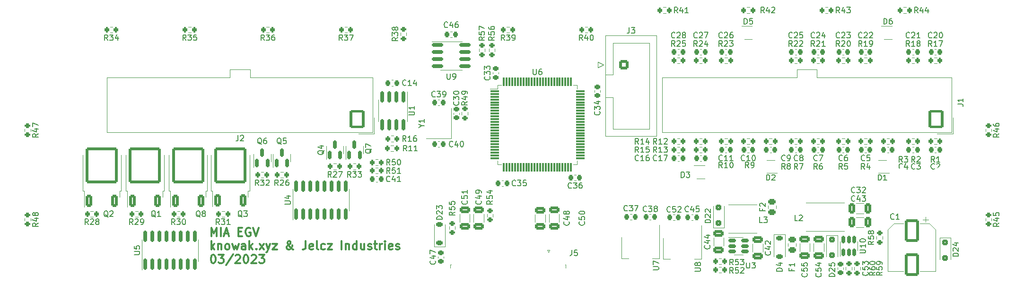
<source format=gto>
G04 #@! TF.GenerationSoftware,KiCad,Pcbnew,7.0.1*
G04 #@! TF.CreationDate,2023-04-02T15:52:54+01:00*
G04 #@! TF.ProjectId,ecu,6563752e-6b69-4636-9164-5f7063625858,rev?*
G04 #@! TF.SameCoordinates,Original*
G04 #@! TF.FileFunction,Legend,Top*
G04 #@! TF.FilePolarity,Positive*
%FSLAX46Y46*%
G04 Gerber Fmt 4.6, Leading zero omitted, Abs format (unit mm)*
G04 Created by KiCad (PCBNEW 7.0.1) date 2023-04-02 15:52:54*
%MOMM*%
%LPD*%
G01*
G04 APERTURE LIST*
G04 Aperture macros list*
%AMRoundRect*
0 Rectangle with rounded corners*
0 $1 Rounding radius*
0 $2 $3 $4 $5 $6 $7 $8 $9 X,Y pos of 4 corners*
0 Add a 4 corners polygon primitive as box body*
4,1,4,$2,$3,$4,$5,$6,$7,$8,$9,$2,$3,0*
0 Add four circle primitives for the rounded corners*
1,1,$1+$1,$2,$3*
1,1,$1+$1,$4,$5*
1,1,$1+$1,$6,$7*
1,1,$1+$1,$8,$9*
0 Add four rect primitives between the rounded corners*
20,1,$1+$1,$2,$3,$4,$5,0*
20,1,$1+$1,$4,$5,$6,$7,0*
20,1,$1+$1,$6,$7,$8,$9,0*
20,1,$1+$1,$8,$9,$2,$3,0*%
G04 Aperture macros list end*
%ADD10C,0.300000*%
%ADD11C,0.150000*%
%ADD12C,0.120000*%
%ADD13RoundRect,0.150000X-0.825000X-0.150000X0.825000X-0.150000X0.825000X0.150000X-0.825000X0.150000X0*%
%ADD14RoundRect,0.225000X0.225000X0.250000X-0.225000X0.250000X-0.225000X-0.250000X0.225000X-0.250000X0*%
%ADD15RoundRect,0.200000X-0.275000X0.200000X-0.275000X-0.200000X0.275000X-0.200000X0.275000X0.200000X0*%
%ADD16RoundRect,0.225000X0.250000X-0.225000X0.250000X0.225000X-0.250000X0.225000X-0.250000X-0.225000X0*%
%ADD17RoundRect,0.243750X0.456250X-0.243750X0.456250X0.243750X-0.456250X0.243750X-0.456250X-0.243750X0*%
%ADD18R,1.500000X4.000000*%
%ADD19RoundRect,0.200000X0.200000X0.275000X-0.200000X0.275000X-0.200000X-0.275000X0.200000X-0.275000X0*%
%ADD20R,1.800000X2.100000*%
%ADD21RoundRect,0.250000X0.650000X-0.325000X0.650000X0.325000X-0.650000X0.325000X-0.650000X-0.325000X0*%
%ADD22RoundRect,0.250000X0.350000X-0.850000X0.350000X0.850000X-0.350000X0.850000X-0.350000X-0.850000X0*%
%ADD23RoundRect,0.249997X2.650003X-2.950003X2.650003X2.950003X-2.650003X2.950003X-2.650003X-2.950003X0*%
%ADD24RoundRect,0.225000X-0.225000X-0.250000X0.225000X-0.250000X0.225000X0.250000X-0.225000X0.250000X0*%
%ADD25RoundRect,0.250000X0.300000X-0.300000X0.300000X0.300000X-0.300000X0.300000X-0.300000X-0.300000X0*%
%ADD26R,1.500000X2.000000*%
%ADD27R,3.800000X2.000000*%
%ADD28RoundRect,0.150000X-0.512500X-0.150000X0.512500X-0.150000X0.512500X0.150000X-0.512500X0.150000X0*%
%ADD29R,0.300000X1.100000*%
%ADD30R,2.300000X3.100000*%
%ADD31RoundRect,0.200000X-0.200000X-0.275000X0.200000X-0.275000X0.200000X0.275000X-0.200000X0.275000X0*%
%ADD32RoundRect,0.250000X-0.650000X0.325000X-0.650000X-0.325000X0.650000X-0.325000X0.650000X0.325000X0*%
%ADD33R,0.650000X0.400000*%
%ADD34RoundRect,0.243750X-0.456250X0.243750X-0.456250X-0.243750X0.456250X-0.243750X0.456250X0.243750X0*%
%ADD35RoundRect,0.150000X0.150000X-0.587500X0.150000X0.587500X-0.150000X0.587500X-0.150000X-0.587500X0*%
%ADD36RoundRect,0.250000X-1.000000X1.750000X-1.000000X-1.750000X1.000000X-1.750000X1.000000X1.750000X0*%
%ADD37RoundRect,0.250000X-0.300000X0.300000X-0.300000X-0.300000X0.300000X-0.300000X0.300000X0.300000X0*%
%ADD38RoundRect,0.250000X-0.600000X-0.600000X0.600000X-0.600000X0.600000X0.600000X-0.600000X0.600000X0*%
%ADD39C,1.700000*%
%ADD40RoundRect,0.150000X0.150000X-0.850000X0.150000X0.850000X-0.150000X0.850000X-0.150000X-0.850000X0*%
%ADD41RoundRect,0.150000X0.150000X-0.512500X0.150000X0.512500X-0.150000X0.512500X-0.150000X-0.512500X0*%
%ADD42RoundRect,0.150000X-0.150000X0.825000X-0.150000X-0.825000X0.150000X-0.825000X0.150000X0.825000X0*%
%ADD43RoundRect,0.200000X0.275000X-0.200000X0.275000X0.200000X-0.275000X0.200000X-0.275000X-0.200000X0*%
%ADD44RoundRect,0.075000X-0.725000X-0.075000X0.725000X-0.075000X0.725000X0.075000X-0.725000X0.075000X0*%
%ADD45RoundRect,0.075000X-0.075000X-0.725000X0.075000X-0.725000X0.075000X0.725000X-0.075000X0.725000X0*%
%ADD46RoundRect,0.250001X1.099999X1.399999X-1.099999X1.399999X-1.099999X-1.399999X1.099999X-1.399999X0*%
%ADD47O,2.700000X3.300000*%
%ADD48R,2.400000X4.200000*%
%ADD49RoundRect,0.250000X-0.325000X-0.650000X0.325000X-0.650000X0.325000X0.650000X-0.325000X0.650000X0*%
%ADD50C,2.000000*%
%ADD51RoundRect,0.225000X-0.375000X0.225000X-0.375000X-0.225000X0.375000X-0.225000X0.375000X0.225000X0*%
%ADD52RoundRect,0.225000X0.375000X-0.225000X0.375000X0.225000X-0.375000X0.225000X-0.375000X-0.225000X0*%
%ADD53RoundRect,0.225000X-0.250000X0.225000X-0.250000X-0.225000X0.250000X-0.225000X0.250000X0.225000X0*%
G04 APERTURE END LIST*
D10*
X86857142Y-141956428D02*
X86857142Y-140456428D01*
X86857142Y-140456428D02*
X87357142Y-141527857D01*
X87357142Y-141527857D02*
X87857142Y-140456428D01*
X87857142Y-140456428D02*
X87857142Y-141956428D01*
X88571428Y-141956428D02*
X88571428Y-140456428D01*
X89214286Y-141527857D02*
X89928572Y-141527857D01*
X89071429Y-141956428D02*
X89571429Y-140456428D01*
X89571429Y-140456428D02*
X90071429Y-141956428D01*
X91714285Y-141170714D02*
X92214285Y-141170714D01*
X92428571Y-141956428D02*
X91714285Y-141956428D01*
X91714285Y-141956428D02*
X91714285Y-140456428D01*
X91714285Y-140456428D02*
X92428571Y-140456428D01*
X93857143Y-140527857D02*
X93714286Y-140456428D01*
X93714286Y-140456428D02*
X93500000Y-140456428D01*
X93500000Y-140456428D02*
X93285714Y-140527857D01*
X93285714Y-140527857D02*
X93142857Y-140670714D01*
X93142857Y-140670714D02*
X93071428Y-140813571D01*
X93071428Y-140813571D02*
X93000000Y-141099285D01*
X93000000Y-141099285D02*
X93000000Y-141313571D01*
X93000000Y-141313571D02*
X93071428Y-141599285D01*
X93071428Y-141599285D02*
X93142857Y-141742142D01*
X93142857Y-141742142D02*
X93285714Y-141885000D01*
X93285714Y-141885000D02*
X93500000Y-141956428D01*
X93500000Y-141956428D02*
X93642857Y-141956428D01*
X93642857Y-141956428D02*
X93857143Y-141885000D01*
X93857143Y-141885000D02*
X93928571Y-141813571D01*
X93928571Y-141813571D02*
X93928571Y-141313571D01*
X93928571Y-141313571D02*
X93642857Y-141313571D01*
X94357143Y-140456428D02*
X94857143Y-141956428D01*
X94857143Y-141956428D02*
X95357143Y-140456428D01*
X86857142Y-144386428D02*
X86857142Y-142886428D01*
X87000000Y-143815000D02*
X87428571Y-144386428D01*
X87428571Y-143386428D02*
X86857142Y-143957857D01*
X88071428Y-143386428D02*
X88071428Y-144386428D01*
X88071428Y-143529285D02*
X88142857Y-143457857D01*
X88142857Y-143457857D02*
X88285714Y-143386428D01*
X88285714Y-143386428D02*
X88500000Y-143386428D01*
X88500000Y-143386428D02*
X88642857Y-143457857D01*
X88642857Y-143457857D02*
X88714286Y-143600714D01*
X88714286Y-143600714D02*
X88714286Y-144386428D01*
X89642857Y-144386428D02*
X89500000Y-144315000D01*
X89500000Y-144315000D02*
X89428571Y-144243571D01*
X89428571Y-144243571D02*
X89357143Y-144100714D01*
X89357143Y-144100714D02*
X89357143Y-143672142D01*
X89357143Y-143672142D02*
X89428571Y-143529285D01*
X89428571Y-143529285D02*
X89500000Y-143457857D01*
X89500000Y-143457857D02*
X89642857Y-143386428D01*
X89642857Y-143386428D02*
X89857143Y-143386428D01*
X89857143Y-143386428D02*
X90000000Y-143457857D01*
X90000000Y-143457857D02*
X90071429Y-143529285D01*
X90071429Y-143529285D02*
X90142857Y-143672142D01*
X90142857Y-143672142D02*
X90142857Y-144100714D01*
X90142857Y-144100714D02*
X90071429Y-144243571D01*
X90071429Y-144243571D02*
X90000000Y-144315000D01*
X90000000Y-144315000D02*
X89857143Y-144386428D01*
X89857143Y-144386428D02*
X89642857Y-144386428D01*
X90642857Y-143386428D02*
X90928572Y-144386428D01*
X90928572Y-144386428D02*
X91214286Y-143672142D01*
X91214286Y-143672142D02*
X91500000Y-144386428D01*
X91500000Y-144386428D02*
X91785714Y-143386428D01*
X93000001Y-144386428D02*
X93000001Y-143600714D01*
X93000001Y-143600714D02*
X92928572Y-143457857D01*
X92928572Y-143457857D02*
X92785715Y-143386428D01*
X92785715Y-143386428D02*
X92500001Y-143386428D01*
X92500001Y-143386428D02*
X92357143Y-143457857D01*
X93000001Y-144315000D02*
X92857143Y-144386428D01*
X92857143Y-144386428D02*
X92500001Y-144386428D01*
X92500001Y-144386428D02*
X92357143Y-144315000D01*
X92357143Y-144315000D02*
X92285715Y-144172142D01*
X92285715Y-144172142D02*
X92285715Y-144029285D01*
X92285715Y-144029285D02*
X92357143Y-143886428D01*
X92357143Y-143886428D02*
X92500001Y-143815000D01*
X92500001Y-143815000D02*
X92857143Y-143815000D01*
X92857143Y-143815000D02*
X93000001Y-143743571D01*
X93714286Y-144386428D02*
X93714286Y-142886428D01*
X93857144Y-143815000D02*
X94285715Y-144386428D01*
X94285715Y-143386428D02*
X93714286Y-143957857D01*
X94928572Y-144243571D02*
X95000001Y-144315000D01*
X95000001Y-144315000D02*
X94928572Y-144386428D01*
X94928572Y-144386428D02*
X94857144Y-144315000D01*
X94857144Y-144315000D02*
X94928572Y-144243571D01*
X94928572Y-144243571D02*
X94928572Y-144386428D01*
X95500001Y-144386428D02*
X96285716Y-143386428D01*
X95500001Y-143386428D02*
X96285716Y-144386428D01*
X96714287Y-143386428D02*
X97071430Y-144386428D01*
X97428573Y-143386428D02*
X97071430Y-144386428D01*
X97071430Y-144386428D02*
X96928573Y-144743571D01*
X96928573Y-144743571D02*
X96857144Y-144815000D01*
X96857144Y-144815000D02*
X96714287Y-144886428D01*
X97857144Y-143386428D02*
X98642859Y-143386428D01*
X98642859Y-143386428D02*
X97857144Y-144386428D01*
X97857144Y-144386428D02*
X98642859Y-144386428D01*
X101571430Y-144386428D02*
X101500002Y-144386428D01*
X101500002Y-144386428D02*
X101357144Y-144315000D01*
X101357144Y-144315000D02*
X101142859Y-144100714D01*
X101142859Y-144100714D02*
X100785716Y-143672142D01*
X100785716Y-143672142D02*
X100642859Y-143457857D01*
X100642859Y-143457857D02*
X100571430Y-143243571D01*
X100571430Y-143243571D02*
X100571430Y-143100714D01*
X100571430Y-143100714D02*
X100642859Y-142957857D01*
X100642859Y-142957857D02*
X100785716Y-142886428D01*
X100785716Y-142886428D02*
X100857144Y-142886428D01*
X100857144Y-142886428D02*
X101000002Y-142957857D01*
X101000002Y-142957857D02*
X101071430Y-143100714D01*
X101071430Y-143100714D02*
X101071430Y-143172142D01*
X101071430Y-143172142D02*
X101000002Y-143315000D01*
X101000002Y-143315000D02*
X100928573Y-143386428D01*
X100928573Y-143386428D02*
X100500002Y-143672142D01*
X100500002Y-143672142D02*
X100428573Y-143743571D01*
X100428573Y-143743571D02*
X100357144Y-143886428D01*
X100357144Y-143886428D02*
X100357144Y-144100714D01*
X100357144Y-144100714D02*
X100428573Y-144243571D01*
X100428573Y-144243571D02*
X100500002Y-144315000D01*
X100500002Y-144315000D02*
X100642859Y-144386428D01*
X100642859Y-144386428D02*
X100857144Y-144386428D01*
X100857144Y-144386428D02*
X101000002Y-144315000D01*
X101000002Y-144315000D02*
X101071430Y-144243571D01*
X101071430Y-144243571D02*
X101285716Y-143957857D01*
X101285716Y-143957857D02*
X101357144Y-143743571D01*
X101357144Y-143743571D02*
X101357144Y-143600714D01*
X103785716Y-142886428D02*
X103785716Y-143957857D01*
X103785716Y-143957857D02*
X103714287Y-144172142D01*
X103714287Y-144172142D02*
X103571430Y-144315000D01*
X103571430Y-144315000D02*
X103357144Y-144386428D01*
X103357144Y-144386428D02*
X103214287Y-144386428D01*
X105071430Y-144315000D02*
X104928573Y-144386428D01*
X104928573Y-144386428D02*
X104642859Y-144386428D01*
X104642859Y-144386428D02*
X104500001Y-144315000D01*
X104500001Y-144315000D02*
X104428573Y-144172142D01*
X104428573Y-144172142D02*
X104428573Y-143600714D01*
X104428573Y-143600714D02*
X104500001Y-143457857D01*
X104500001Y-143457857D02*
X104642859Y-143386428D01*
X104642859Y-143386428D02*
X104928573Y-143386428D01*
X104928573Y-143386428D02*
X105071430Y-143457857D01*
X105071430Y-143457857D02*
X105142859Y-143600714D01*
X105142859Y-143600714D02*
X105142859Y-143743571D01*
X105142859Y-143743571D02*
X104428573Y-143886428D01*
X106000001Y-144386428D02*
X105857144Y-144315000D01*
X105857144Y-144315000D02*
X105785715Y-144172142D01*
X105785715Y-144172142D02*
X105785715Y-142886428D01*
X107214287Y-144315000D02*
X107071429Y-144386428D01*
X107071429Y-144386428D02*
X106785715Y-144386428D01*
X106785715Y-144386428D02*
X106642858Y-144315000D01*
X106642858Y-144315000D02*
X106571429Y-144243571D01*
X106571429Y-144243571D02*
X106500001Y-144100714D01*
X106500001Y-144100714D02*
X106500001Y-143672142D01*
X106500001Y-143672142D02*
X106571429Y-143529285D01*
X106571429Y-143529285D02*
X106642858Y-143457857D01*
X106642858Y-143457857D02*
X106785715Y-143386428D01*
X106785715Y-143386428D02*
X107071429Y-143386428D01*
X107071429Y-143386428D02*
X107214287Y-143457857D01*
X107714286Y-143386428D02*
X108500001Y-143386428D01*
X108500001Y-143386428D02*
X107714286Y-144386428D01*
X107714286Y-144386428D02*
X108500001Y-144386428D01*
X110214286Y-144386428D02*
X110214286Y-142886428D01*
X110928572Y-143386428D02*
X110928572Y-144386428D01*
X110928572Y-143529285D02*
X111000001Y-143457857D01*
X111000001Y-143457857D02*
X111142858Y-143386428D01*
X111142858Y-143386428D02*
X111357144Y-143386428D01*
X111357144Y-143386428D02*
X111500001Y-143457857D01*
X111500001Y-143457857D02*
X111571430Y-143600714D01*
X111571430Y-143600714D02*
X111571430Y-144386428D01*
X112928573Y-144386428D02*
X112928573Y-142886428D01*
X112928573Y-144315000D02*
X112785715Y-144386428D01*
X112785715Y-144386428D02*
X112500001Y-144386428D01*
X112500001Y-144386428D02*
X112357144Y-144315000D01*
X112357144Y-144315000D02*
X112285715Y-144243571D01*
X112285715Y-144243571D02*
X112214287Y-144100714D01*
X112214287Y-144100714D02*
X112214287Y-143672142D01*
X112214287Y-143672142D02*
X112285715Y-143529285D01*
X112285715Y-143529285D02*
X112357144Y-143457857D01*
X112357144Y-143457857D02*
X112500001Y-143386428D01*
X112500001Y-143386428D02*
X112785715Y-143386428D01*
X112785715Y-143386428D02*
X112928573Y-143457857D01*
X114285716Y-143386428D02*
X114285716Y-144386428D01*
X113642858Y-143386428D02*
X113642858Y-144172142D01*
X113642858Y-144172142D02*
X113714287Y-144315000D01*
X113714287Y-144315000D02*
X113857144Y-144386428D01*
X113857144Y-144386428D02*
X114071430Y-144386428D01*
X114071430Y-144386428D02*
X114214287Y-144315000D01*
X114214287Y-144315000D02*
X114285716Y-144243571D01*
X114928573Y-144315000D02*
X115071430Y-144386428D01*
X115071430Y-144386428D02*
X115357144Y-144386428D01*
X115357144Y-144386428D02*
X115500001Y-144315000D01*
X115500001Y-144315000D02*
X115571430Y-144172142D01*
X115571430Y-144172142D02*
X115571430Y-144100714D01*
X115571430Y-144100714D02*
X115500001Y-143957857D01*
X115500001Y-143957857D02*
X115357144Y-143886428D01*
X115357144Y-143886428D02*
X115142859Y-143886428D01*
X115142859Y-143886428D02*
X115000001Y-143815000D01*
X115000001Y-143815000D02*
X114928573Y-143672142D01*
X114928573Y-143672142D02*
X114928573Y-143600714D01*
X114928573Y-143600714D02*
X115000001Y-143457857D01*
X115000001Y-143457857D02*
X115142859Y-143386428D01*
X115142859Y-143386428D02*
X115357144Y-143386428D01*
X115357144Y-143386428D02*
X115500001Y-143457857D01*
X116000002Y-143386428D02*
X116571430Y-143386428D01*
X116214287Y-142886428D02*
X116214287Y-144172142D01*
X116214287Y-144172142D02*
X116285716Y-144315000D01*
X116285716Y-144315000D02*
X116428573Y-144386428D01*
X116428573Y-144386428D02*
X116571430Y-144386428D01*
X117071430Y-144386428D02*
X117071430Y-143386428D01*
X117071430Y-143672142D02*
X117142859Y-143529285D01*
X117142859Y-143529285D02*
X117214288Y-143457857D01*
X117214288Y-143457857D02*
X117357145Y-143386428D01*
X117357145Y-143386428D02*
X117500002Y-143386428D01*
X118000001Y-144386428D02*
X118000001Y-143386428D01*
X118000001Y-142886428D02*
X117928573Y-142957857D01*
X117928573Y-142957857D02*
X118000001Y-143029285D01*
X118000001Y-143029285D02*
X118071430Y-142957857D01*
X118071430Y-142957857D02*
X118000001Y-142886428D01*
X118000001Y-142886428D02*
X118000001Y-143029285D01*
X119285716Y-144315000D02*
X119142859Y-144386428D01*
X119142859Y-144386428D02*
X118857145Y-144386428D01*
X118857145Y-144386428D02*
X118714287Y-144315000D01*
X118714287Y-144315000D02*
X118642859Y-144172142D01*
X118642859Y-144172142D02*
X118642859Y-143600714D01*
X118642859Y-143600714D02*
X118714287Y-143457857D01*
X118714287Y-143457857D02*
X118857145Y-143386428D01*
X118857145Y-143386428D02*
X119142859Y-143386428D01*
X119142859Y-143386428D02*
X119285716Y-143457857D01*
X119285716Y-143457857D02*
X119357145Y-143600714D01*
X119357145Y-143600714D02*
X119357145Y-143743571D01*
X119357145Y-143743571D02*
X118642859Y-143886428D01*
X119928573Y-144315000D02*
X120071430Y-144386428D01*
X120071430Y-144386428D02*
X120357144Y-144386428D01*
X120357144Y-144386428D02*
X120500001Y-144315000D01*
X120500001Y-144315000D02*
X120571430Y-144172142D01*
X120571430Y-144172142D02*
X120571430Y-144100714D01*
X120571430Y-144100714D02*
X120500001Y-143957857D01*
X120500001Y-143957857D02*
X120357144Y-143886428D01*
X120357144Y-143886428D02*
X120142859Y-143886428D01*
X120142859Y-143886428D02*
X120000001Y-143815000D01*
X120000001Y-143815000D02*
X119928573Y-143672142D01*
X119928573Y-143672142D02*
X119928573Y-143600714D01*
X119928573Y-143600714D02*
X120000001Y-143457857D01*
X120000001Y-143457857D02*
X120142859Y-143386428D01*
X120142859Y-143386428D02*
X120357144Y-143386428D01*
X120357144Y-143386428D02*
X120500001Y-143457857D01*
X87142857Y-145316428D02*
X87285714Y-145316428D01*
X87285714Y-145316428D02*
X87428571Y-145387857D01*
X87428571Y-145387857D02*
X87500000Y-145459285D01*
X87500000Y-145459285D02*
X87571428Y-145602142D01*
X87571428Y-145602142D02*
X87642857Y-145887857D01*
X87642857Y-145887857D02*
X87642857Y-146245000D01*
X87642857Y-146245000D02*
X87571428Y-146530714D01*
X87571428Y-146530714D02*
X87500000Y-146673571D01*
X87500000Y-146673571D02*
X87428571Y-146745000D01*
X87428571Y-146745000D02*
X87285714Y-146816428D01*
X87285714Y-146816428D02*
X87142857Y-146816428D01*
X87142857Y-146816428D02*
X87000000Y-146745000D01*
X87000000Y-146745000D02*
X86928571Y-146673571D01*
X86928571Y-146673571D02*
X86857142Y-146530714D01*
X86857142Y-146530714D02*
X86785714Y-146245000D01*
X86785714Y-146245000D02*
X86785714Y-145887857D01*
X86785714Y-145887857D02*
X86857142Y-145602142D01*
X86857142Y-145602142D02*
X86928571Y-145459285D01*
X86928571Y-145459285D02*
X87000000Y-145387857D01*
X87000000Y-145387857D02*
X87142857Y-145316428D01*
X88142856Y-145316428D02*
X89071428Y-145316428D01*
X89071428Y-145316428D02*
X88571428Y-145887857D01*
X88571428Y-145887857D02*
X88785713Y-145887857D01*
X88785713Y-145887857D02*
X88928571Y-145959285D01*
X88928571Y-145959285D02*
X88999999Y-146030714D01*
X88999999Y-146030714D02*
X89071428Y-146173571D01*
X89071428Y-146173571D02*
X89071428Y-146530714D01*
X89071428Y-146530714D02*
X88999999Y-146673571D01*
X88999999Y-146673571D02*
X88928571Y-146745000D01*
X88928571Y-146745000D02*
X88785713Y-146816428D01*
X88785713Y-146816428D02*
X88357142Y-146816428D01*
X88357142Y-146816428D02*
X88214285Y-146745000D01*
X88214285Y-146745000D02*
X88142856Y-146673571D01*
X90785713Y-145245000D02*
X89499999Y-147173571D01*
X91214285Y-145459285D02*
X91285713Y-145387857D01*
X91285713Y-145387857D02*
X91428571Y-145316428D01*
X91428571Y-145316428D02*
X91785713Y-145316428D01*
X91785713Y-145316428D02*
X91928571Y-145387857D01*
X91928571Y-145387857D02*
X91999999Y-145459285D01*
X91999999Y-145459285D02*
X92071428Y-145602142D01*
X92071428Y-145602142D02*
X92071428Y-145745000D01*
X92071428Y-145745000D02*
X91999999Y-145959285D01*
X91999999Y-145959285D02*
X91142856Y-146816428D01*
X91142856Y-146816428D02*
X92071428Y-146816428D01*
X92999999Y-145316428D02*
X93142856Y-145316428D01*
X93142856Y-145316428D02*
X93285713Y-145387857D01*
X93285713Y-145387857D02*
X93357142Y-145459285D01*
X93357142Y-145459285D02*
X93428570Y-145602142D01*
X93428570Y-145602142D02*
X93499999Y-145887857D01*
X93499999Y-145887857D02*
X93499999Y-146245000D01*
X93499999Y-146245000D02*
X93428570Y-146530714D01*
X93428570Y-146530714D02*
X93357142Y-146673571D01*
X93357142Y-146673571D02*
X93285713Y-146745000D01*
X93285713Y-146745000D02*
X93142856Y-146816428D01*
X93142856Y-146816428D02*
X92999999Y-146816428D01*
X92999999Y-146816428D02*
X92857142Y-146745000D01*
X92857142Y-146745000D02*
X92785713Y-146673571D01*
X92785713Y-146673571D02*
X92714284Y-146530714D01*
X92714284Y-146530714D02*
X92642856Y-146245000D01*
X92642856Y-146245000D02*
X92642856Y-145887857D01*
X92642856Y-145887857D02*
X92714284Y-145602142D01*
X92714284Y-145602142D02*
X92785713Y-145459285D01*
X92785713Y-145459285D02*
X92857142Y-145387857D01*
X92857142Y-145387857D02*
X92999999Y-145316428D01*
X94071427Y-145459285D02*
X94142855Y-145387857D01*
X94142855Y-145387857D02*
X94285713Y-145316428D01*
X94285713Y-145316428D02*
X94642855Y-145316428D01*
X94642855Y-145316428D02*
X94785713Y-145387857D01*
X94785713Y-145387857D02*
X94857141Y-145459285D01*
X94857141Y-145459285D02*
X94928570Y-145602142D01*
X94928570Y-145602142D02*
X94928570Y-145745000D01*
X94928570Y-145745000D02*
X94857141Y-145959285D01*
X94857141Y-145959285D02*
X93999998Y-146816428D01*
X93999998Y-146816428D02*
X94928570Y-146816428D01*
X95428569Y-145316428D02*
X96357141Y-145316428D01*
X96357141Y-145316428D02*
X95857141Y-145887857D01*
X95857141Y-145887857D02*
X96071426Y-145887857D01*
X96071426Y-145887857D02*
X96214284Y-145959285D01*
X96214284Y-145959285D02*
X96285712Y-146030714D01*
X96285712Y-146030714D02*
X96357141Y-146173571D01*
X96357141Y-146173571D02*
X96357141Y-146530714D01*
X96357141Y-146530714D02*
X96285712Y-146673571D01*
X96285712Y-146673571D02*
X96214284Y-146745000D01*
X96214284Y-146745000D02*
X96071426Y-146816428D01*
X96071426Y-146816428D02*
X95642855Y-146816428D01*
X95642855Y-146816428D02*
X95499998Y-146745000D01*
X95499998Y-146745000D02*
X95428569Y-146673571D01*
D11*
G04 #@! TO.C,U9*
X129068095Y-112847619D02*
X129068095Y-113657142D01*
X129068095Y-113657142D02*
X129115714Y-113752380D01*
X129115714Y-113752380D02*
X129163333Y-113800000D01*
X129163333Y-113800000D02*
X129258571Y-113847619D01*
X129258571Y-113847619D02*
X129449047Y-113847619D01*
X129449047Y-113847619D02*
X129544285Y-113800000D01*
X129544285Y-113800000D02*
X129591904Y-113752380D01*
X129591904Y-113752380D02*
X129639523Y-113657142D01*
X129639523Y-113657142D02*
X129639523Y-112847619D01*
X130163333Y-113847619D02*
X130353809Y-113847619D01*
X130353809Y-113847619D02*
X130449047Y-113800000D01*
X130449047Y-113800000D02*
X130496666Y-113752380D01*
X130496666Y-113752380D02*
X130591904Y-113609523D01*
X130591904Y-113609523D02*
X130639523Y-113419047D01*
X130639523Y-113419047D02*
X130639523Y-113038095D01*
X130639523Y-113038095D02*
X130591904Y-112942857D01*
X130591904Y-112942857D02*
X130544285Y-112895238D01*
X130544285Y-112895238D02*
X130449047Y-112847619D01*
X130449047Y-112847619D02*
X130258571Y-112847619D01*
X130258571Y-112847619D02*
X130163333Y-112895238D01*
X130163333Y-112895238D02*
X130115714Y-112942857D01*
X130115714Y-112942857D02*
X130068095Y-113038095D01*
X130068095Y-113038095D02*
X130068095Y-113276190D01*
X130068095Y-113276190D02*
X130115714Y-113371428D01*
X130115714Y-113371428D02*
X130163333Y-113419047D01*
X130163333Y-113419047D02*
X130258571Y-113466666D01*
X130258571Y-113466666D02*
X130449047Y-113466666D01*
X130449047Y-113466666D02*
X130544285Y-113419047D01*
X130544285Y-113419047D02*
X130591904Y-113371428D01*
X130591904Y-113371428D02*
X130639523Y-113276190D01*
G04 #@! TO.C,C45*
X172307142Y-137517380D02*
X172259523Y-137565000D01*
X172259523Y-137565000D02*
X172116666Y-137612619D01*
X172116666Y-137612619D02*
X172021428Y-137612619D01*
X172021428Y-137612619D02*
X171878571Y-137565000D01*
X171878571Y-137565000D02*
X171783333Y-137469761D01*
X171783333Y-137469761D02*
X171735714Y-137374523D01*
X171735714Y-137374523D02*
X171688095Y-137184047D01*
X171688095Y-137184047D02*
X171688095Y-137041190D01*
X171688095Y-137041190D02*
X171735714Y-136850714D01*
X171735714Y-136850714D02*
X171783333Y-136755476D01*
X171783333Y-136755476D02*
X171878571Y-136660238D01*
X171878571Y-136660238D02*
X172021428Y-136612619D01*
X172021428Y-136612619D02*
X172116666Y-136612619D01*
X172116666Y-136612619D02*
X172259523Y-136660238D01*
X172259523Y-136660238D02*
X172307142Y-136707857D01*
X173164285Y-136945952D02*
X173164285Y-137612619D01*
X172926190Y-136565000D02*
X172688095Y-137279285D01*
X172688095Y-137279285D02*
X173307142Y-137279285D01*
X174164285Y-136612619D02*
X173688095Y-136612619D01*
X173688095Y-136612619D02*
X173640476Y-137088809D01*
X173640476Y-137088809D02*
X173688095Y-137041190D01*
X173688095Y-137041190D02*
X173783333Y-136993571D01*
X173783333Y-136993571D02*
X174021428Y-136993571D01*
X174021428Y-136993571D02*
X174116666Y-137041190D01*
X174116666Y-137041190D02*
X174164285Y-137088809D01*
X174164285Y-137088809D02*
X174211904Y-137184047D01*
X174211904Y-137184047D02*
X174211904Y-137422142D01*
X174211904Y-137422142D02*
X174164285Y-137517380D01*
X174164285Y-137517380D02*
X174116666Y-137565000D01*
X174116666Y-137565000D02*
X174021428Y-137612619D01*
X174021428Y-137612619D02*
X173783333Y-137612619D01*
X173783333Y-137612619D02*
X173688095Y-137565000D01*
X173688095Y-137565000D02*
X173640476Y-137517380D01*
G04 #@! TO.C,R59*
X206962619Y-148392857D02*
X206486428Y-148726190D01*
X206962619Y-148964285D02*
X205962619Y-148964285D01*
X205962619Y-148964285D02*
X205962619Y-148583333D01*
X205962619Y-148583333D02*
X206010238Y-148488095D01*
X206010238Y-148488095D02*
X206057857Y-148440476D01*
X206057857Y-148440476D02*
X206153095Y-148392857D01*
X206153095Y-148392857D02*
X206295952Y-148392857D01*
X206295952Y-148392857D02*
X206391190Y-148440476D01*
X206391190Y-148440476D02*
X206438809Y-148488095D01*
X206438809Y-148488095D02*
X206486428Y-148583333D01*
X206486428Y-148583333D02*
X206486428Y-148964285D01*
X205962619Y-147488095D02*
X205962619Y-147964285D01*
X205962619Y-147964285D02*
X206438809Y-148011904D01*
X206438809Y-148011904D02*
X206391190Y-147964285D01*
X206391190Y-147964285D02*
X206343571Y-147869047D01*
X206343571Y-147869047D02*
X206343571Y-147630952D01*
X206343571Y-147630952D02*
X206391190Y-147535714D01*
X206391190Y-147535714D02*
X206438809Y-147488095D01*
X206438809Y-147488095D02*
X206534047Y-147440476D01*
X206534047Y-147440476D02*
X206772142Y-147440476D01*
X206772142Y-147440476D02*
X206867380Y-147488095D01*
X206867380Y-147488095D02*
X206915000Y-147535714D01*
X206915000Y-147535714D02*
X206962619Y-147630952D01*
X206962619Y-147630952D02*
X206962619Y-147869047D01*
X206962619Y-147869047D02*
X206915000Y-147964285D01*
X206915000Y-147964285D02*
X206867380Y-148011904D01*
X206962619Y-146964285D02*
X206962619Y-146773809D01*
X206962619Y-146773809D02*
X206915000Y-146678571D01*
X206915000Y-146678571D02*
X206867380Y-146630952D01*
X206867380Y-146630952D02*
X206724523Y-146535714D01*
X206724523Y-146535714D02*
X206534047Y-146488095D01*
X206534047Y-146488095D02*
X206153095Y-146488095D01*
X206153095Y-146488095D02*
X206057857Y-146535714D01*
X206057857Y-146535714D02*
X206010238Y-146583333D01*
X206010238Y-146583333D02*
X205962619Y-146678571D01*
X205962619Y-146678571D02*
X205962619Y-146869047D01*
X205962619Y-146869047D02*
X206010238Y-146964285D01*
X206010238Y-146964285D02*
X206057857Y-147011904D01*
X206057857Y-147011904D02*
X206153095Y-147059523D01*
X206153095Y-147059523D02*
X206391190Y-147059523D01*
X206391190Y-147059523D02*
X206486428Y-147011904D01*
X206486428Y-147011904D02*
X206534047Y-146964285D01*
X206534047Y-146964285D02*
X206581666Y-146869047D01*
X206581666Y-146869047D02*
X206581666Y-146678571D01*
X206581666Y-146678571D02*
X206534047Y-146583333D01*
X206534047Y-146583333D02*
X206486428Y-146535714D01*
X206486428Y-146535714D02*
X206391190Y-146488095D01*
G04 #@! TO.C,C53*
X204367380Y-148392857D02*
X204415000Y-148440476D01*
X204415000Y-148440476D02*
X204462619Y-148583333D01*
X204462619Y-148583333D02*
X204462619Y-148678571D01*
X204462619Y-148678571D02*
X204415000Y-148821428D01*
X204415000Y-148821428D02*
X204319761Y-148916666D01*
X204319761Y-148916666D02*
X204224523Y-148964285D01*
X204224523Y-148964285D02*
X204034047Y-149011904D01*
X204034047Y-149011904D02*
X203891190Y-149011904D01*
X203891190Y-149011904D02*
X203700714Y-148964285D01*
X203700714Y-148964285D02*
X203605476Y-148916666D01*
X203605476Y-148916666D02*
X203510238Y-148821428D01*
X203510238Y-148821428D02*
X203462619Y-148678571D01*
X203462619Y-148678571D02*
X203462619Y-148583333D01*
X203462619Y-148583333D02*
X203510238Y-148440476D01*
X203510238Y-148440476D02*
X203557857Y-148392857D01*
X203462619Y-147488095D02*
X203462619Y-147964285D01*
X203462619Y-147964285D02*
X203938809Y-148011904D01*
X203938809Y-148011904D02*
X203891190Y-147964285D01*
X203891190Y-147964285D02*
X203843571Y-147869047D01*
X203843571Y-147869047D02*
X203843571Y-147630952D01*
X203843571Y-147630952D02*
X203891190Y-147535714D01*
X203891190Y-147535714D02*
X203938809Y-147488095D01*
X203938809Y-147488095D02*
X204034047Y-147440476D01*
X204034047Y-147440476D02*
X204272142Y-147440476D01*
X204272142Y-147440476D02*
X204367380Y-147488095D01*
X204367380Y-147488095D02*
X204415000Y-147535714D01*
X204415000Y-147535714D02*
X204462619Y-147630952D01*
X204462619Y-147630952D02*
X204462619Y-147869047D01*
X204462619Y-147869047D02*
X204415000Y-147964285D01*
X204415000Y-147964285D02*
X204367380Y-148011904D01*
X203462619Y-147107142D02*
X203462619Y-146488095D01*
X203462619Y-146488095D02*
X203843571Y-146821428D01*
X203843571Y-146821428D02*
X203843571Y-146678571D01*
X203843571Y-146678571D02*
X203891190Y-146583333D01*
X203891190Y-146583333D02*
X203938809Y-146535714D01*
X203938809Y-146535714D02*
X204034047Y-146488095D01*
X204034047Y-146488095D02*
X204272142Y-146488095D01*
X204272142Y-146488095D02*
X204367380Y-146535714D01*
X204367380Y-146535714D02*
X204415000Y-146583333D01*
X204415000Y-146583333D02*
X204462619Y-146678571D01*
X204462619Y-146678571D02*
X204462619Y-146964285D01*
X204462619Y-146964285D02*
X204415000Y-147059523D01*
X204415000Y-147059523D02*
X204367380Y-147107142D01*
G04 #@! TO.C,R60*
X205712619Y-148392857D02*
X205236428Y-148726190D01*
X205712619Y-148964285D02*
X204712619Y-148964285D01*
X204712619Y-148964285D02*
X204712619Y-148583333D01*
X204712619Y-148583333D02*
X204760238Y-148488095D01*
X204760238Y-148488095D02*
X204807857Y-148440476D01*
X204807857Y-148440476D02*
X204903095Y-148392857D01*
X204903095Y-148392857D02*
X205045952Y-148392857D01*
X205045952Y-148392857D02*
X205141190Y-148440476D01*
X205141190Y-148440476D02*
X205188809Y-148488095D01*
X205188809Y-148488095D02*
X205236428Y-148583333D01*
X205236428Y-148583333D02*
X205236428Y-148964285D01*
X204712619Y-147535714D02*
X204712619Y-147726190D01*
X204712619Y-147726190D02*
X204760238Y-147821428D01*
X204760238Y-147821428D02*
X204807857Y-147869047D01*
X204807857Y-147869047D02*
X204950714Y-147964285D01*
X204950714Y-147964285D02*
X205141190Y-148011904D01*
X205141190Y-148011904D02*
X205522142Y-148011904D01*
X205522142Y-148011904D02*
X205617380Y-147964285D01*
X205617380Y-147964285D02*
X205665000Y-147916666D01*
X205665000Y-147916666D02*
X205712619Y-147821428D01*
X205712619Y-147821428D02*
X205712619Y-147630952D01*
X205712619Y-147630952D02*
X205665000Y-147535714D01*
X205665000Y-147535714D02*
X205617380Y-147488095D01*
X205617380Y-147488095D02*
X205522142Y-147440476D01*
X205522142Y-147440476D02*
X205284047Y-147440476D01*
X205284047Y-147440476D02*
X205188809Y-147488095D01*
X205188809Y-147488095D02*
X205141190Y-147535714D01*
X205141190Y-147535714D02*
X205093571Y-147630952D01*
X205093571Y-147630952D02*
X205093571Y-147821428D01*
X205093571Y-147821428D02*
X205141190Y-147916666D01*
X205141190Y-147916666D02*
X205188809Y-147964285D01*
X205188809Y-147964285D02*
X205284047Y-148011904D01*
X204712619Y-146821428D02*
X204712619Y-146726190D01*
X204712619Y-146726190D02*
X204760238Y-146630952D01*
X204760238Y-146630952D02*
X204807857Y-146583333D01*
X204807857Y-146583333D02*
X204903095Y-146535714D01*
X204903095Y-146535714D02*
X205093571Y-146488095D01*
X205093571Y-146488095D02*
X205331666Y-146488095D01*
X205331666Y-146488095D02*
X205522142Y-146535714D01*
X205522142Y-146535714D02*
X205617380Y-146583333D01*
X205617380Y-146583333D02*
X205665000Y-146630952D01*
X205665000Y-146630952D02*
X205712619Y-146726190D01*
X205712619Y-146726190D02*
X205712619Y-146821428D01*
X205712619Y-146821428D02*
X205665000Y-146916666D01*
X205665000Y-146916666D02*
X205617380Y-146964285D01*
X205617380Y-146964285D02*
X205522142Y-147011904D01*
X205522142Y-147011904D02*
X205331666Y-147059523D01*
X205331666Y-147059523D02*
X205093571Y-147059523D01*
X205093571Y-147059523D02*
X204903095Y-147011904D01*
X204903095Y-147011904D02*
X204807857Y-146964285D01*
X204807857Y-146964285D02*
X204760238Y-146916666D01*
X204760238Y-146916666D02*
X204712619Y-146821428D01*
G04 #@! TO.C,F2*
X185538809Y-137083333D02*
X185538809Y-137416666D01*
X186062619Y-137416666D02*
X185062619Y-137416666D01*
X185062619Y-137416666D02*
X185062619Y-136940476D01*
X185157857Y-136607142D02*
X185110238Y-136559523D01*
X185110238Y-136559523D02*
X185062619Y-136464285D01*
X185062619Y-136464285D02*
X185062619Y-136226190D01*
X185062619Y-136226190D02*
X185110238Y-136130952D01*
X185110238Y-136130952D02*
X185157857Y-136083333D01*
X185157857Y-136083333D02*
X185253095Y-136035714D01*
X185253095Y-136035714D02*
X185348333Y-136035714D01*
X185348333Y-136035714D02*
X185491190Y-136083333D01*
X185491190Y-136083333D02*
X186062619Y-136654761D01*
X186062619Y-136654761D02*
X186062619Y-136035714D01*
G04 #@! TO.C,L3*
X185533333Y-139556369D02*
X185057143Y-139556369D01*
X185057143Y-139556369D02*
X185057143Y-138556369D01*
X185771429Y-138556369D02*
X186390476Y-138556369D01*
X186390476Y-138556369D02*
X186057143Y-138937321D01*
X186057143Y-138937321D02*
X186200000Y-138937321D01*
X186200000Y-138937321D02*
X186295238Y-138984940D01*
X186295238Y-138984940D02*
X186342857Y-139032559D01*
X186342857Y-139032559D02*
X186390476Y-139127797D01*
X186390476Y-139127797D02*
X186390476Y-139365892D01*
X186390476Y-139365892D02*
X186342857Y-139461130D01*
X186342857Y-139461130D02*
X186295238Y-139508750D01*
X186295238Y-139508750D02*
X186200000Y-139556369D01*
X186200000Y-139556369D02*
X185914286Y-139556369D01*
X185914286Y-139556369D02*
X185819048Y-139508750D01*
X185819048Y-139508750D02*
X185771429Y-139461130D01*
G04 #@! TO.C,R37*
X110357142Y-106892619D02*
X110023809Y-106416428D01*
X109785714Y-106892619D02*
X109785714Y-105892619D01*
X109785714Y-105892619D02*
X110166666Y-105892619D01*
X110166666Y-105892619D02*
X110261904Y-105940238D01*
X110261904Y-105940238D02*
X110309523Y-105987857D01*
X110309523Y-105987857D02*
X110357142Y-106083095D01*
X110357142Y-106083095D02*
X110357142Y-106225952D01*
X110357142Y-106225952D02*
X110309523Y-106321190D01*
X110309523Y-106321190D02*
X110261904Y-106368809D01*
X110261904Y-106368809D02*
X110166666Y-106416428D01*
X110166666Y-106416428D02*
X109785714Y-106416428D01*
X110690476Y-105892619D02*
X111309523Y-105892619D01*
X111309523Y-105892619D02*
X110976190Y-106273571D01*
X110976190Y-106273571D02*
X111119047Y-106273571D01*
X111119047Y-106273571D02*
X111214285Y-106321190D01*
X111214285Y-106321190D02*
X111261904Y-106368809D01*
X111261904Y-106368809D02*
X111309523Y-106464047D01*
X111309523Y-106464047D02*
X111309523Y-106702142D01*
X111309523Y-106702142D02*
X111261904Y-106797380D01*
X111261904Y-106797380D02*
X111214285Y-106845000D01*
X111214285Y-106845000D02*
X111119047Y-106892619D01*
X111119047Y-106892619D02*
X110833333Y-106892619D01*
X110833333Y-106892619D02*
X110738095Y-106845000D01*
X110738095Y-106845000D02*
X110690476Y-106797380D01*
X111642857Y-105892619D02*
X112309523Y-105892619D01*
X112309523Y-105892619D02*
X111880952Y-106892619D01*
G04 #@! TO.C,Y1*
X124536428Y-122226190D02*
X125012619Y-122226190D01*
X124012619Y-122559523D02*
X124536428Y-122226190D01*
X124536428Y-122226190D02*
X124012619Y-121892857D01*
X125012619Y-121035714D02*
X125012619Y-121607142D01*
X125012619Y-121321428D02*
X124012619Y-121321428D01*
X124012619Y-121321428D02*
X124155476Y-121416666D01*
X124155476Y-121416666D02*
X124250714Y-121511904D01*
X124250714Y-121511904D02*
X124298333Y-121607142D01*
G04 #@! TO.C,C48*
X150867380Y-139392857D02*
X150915000Y-139440476D01*
X150915000Y-139440476D02*
X150962619Y-139583333D01*
X150962619Y-139583333D02*
X150962619Y-139678571D01*
X150962619Y-139678571D02*
X150915000Y-139821428D01*
X150915000Y-139821428D02*
X150819761Y-139916666D01*
X150819761Y-139916666D02*
X150724523Y-139964285D01*
X150724523Y-139964285D02*
X150534047Y-140011904D01*
X150534047Y-140011904D02*
X150391190Y-140011904D01*
X150391190Y-140011904D02*
X150200714Y-139964285D01*
X150200714Y-139964285D02*
X150105476Y-139916666D01*
X150105476Y-139916666D02*
X150010238Y-139821428D01*
X150010238Y-139821428D02*
X149962619Y-139678571D01*
X149962619Y-139678571D02*
X149962619Y-139583333D01*
X149962619Y-139583333D02*
X150010238Y-139440476D01*
X150010238Y-139440476D02*
X150057857Y-139392857D01*
X150295952Y-138535714D02*
X150962619Y-138535714D01*
X149915000Y-138773809D02*
X150629285Y-139011904D01*
X150629285Y-139011904D02*
X150629285Y-138392857D01*
X150391190Y-137869047D02*
X150343571Y-137964285D01*
X150343571Y-137964285D02*
X150295952Y-138011904D01*
X150295952Y-138011904D02*
X150200714Y-138059523D01*
X150200714Y-138059523D02*
X150153095Y-138059523D01*
X150153095Y-138059523D02*
X150057857Y-138011904D01*
X150057857Y-138011904D02*
X150010238Y-137964285D01*
X150010238Y-137964285D02*
X149962619Y-137869047D01*
X149962619Y-137869047D02*
X149962619Y-137678571D01*
X149962619Y-137678571D02*
X150010238Y-137583333D01*
X150010238Y-137583333D02*
X150057857Y-137535714D01*
X150057857Y-137535714D02*
X150153095Y-137488095D01*
X150153095Y-137488095D02*
X150200714Y-137488095D01*
X150200714Y-137488095D02*
X150295952Y-137535714D01*
X150295952Y-137535714D02*
X150343571Y-137583333D01*
X150343571Y-137583333D02*
X150391190Y-137678571D01*
X150391190Y-137678571D02*
X150391190Y-137869047D01*
X150391190Y-137869047D02*
X150438809Y-137964285D01*
X150438809Y-137964285D02*
X150486428Y-138011904D01*
X150486428Y-138011904D02*
X150581666Y-138059523D01*
X150581666Y-138059523D02*
X150772142Y-138059523D01*
X150772142Y-138059523D02*
X150867380Y-138011904D01*
X150867380Y-138011904D02*
X150915000Y-137964285D01*
X150915000Y-137964285D02*
X150962619Y-137869047D01*
X150962619Y-137869047D02*
X150962619Y-137678571D01*
X150962619Y-137678571D02*
X150915000Y-137583333D01*
X150915000Y-137583333D02*
X150867380Y-137535714D01*
X150867380Y-137535714D02*
X150772142Y-137488095D01*
X150772142Y-137488095D02*
X150581666Y-137488095D01*
X150581666Y-137488095D02*
X150486428Y-137535714D01*
X150486428Y-137535714D02*
X150438809Y-137583333D01*
X150438809Y-137583333D02*
X150391190Y-137678571D01*
G04 #@! TO.C,R16*
X121727142Y-124987619D02*
X121393809Y-124511428D01*
X121155714Y-124987619D02*
X121155714Y-123987619D01*
X121155714Y-123987619D02*
X121536666Y-123987619D01*
X121536666Y-123987619D02*
X121631904Y-124035238D01*
X121631904Y-124035238D02*
X121679523Y-124082857D01*
X121679523Y-124082857D02*
X121727142Y-124178095D01*
X121727142Y-124178095D02*
X121727142Y-124320952D01*
X121727142Y-124320952D02*
X121679523Y-124416190D01*
X121679523Y-124416190D02*
X121631904Y-124463809D01*
X121631904Y-124463809D02*
X121536666Y-124511428D01*
X121536666Y-124511428D02*
X121155714Y-124511428D01*
X122679523Y-124987619D02*
X122108095Y-124987619D01*
X122393809Y-124987619D02*
X122393809Y-123987619D01*
X122393809Y-123987619D02*
X122298571Y-124130476D01*
X122298571Y-124130476D02*
X122203333Y-124225714D01*
X122203333Y-124225714D02*
X122108095Y-124273333D01*
X123536666Y-123987619D02*
X123346190Y-123987619D01*
X123346190Y-123987619D02*
X123250952Y-124035238D01*
X123250952Y-124035238D02*
X123203333Y-124082857D01*
X123203333Y-124082857D02*
X123108095Y-124225714D01*
X123108095Y-124225714D02*
X123060476Y-124416190D01*
X123060476Y-124416190D02*
X123060476Y-124797142D01*
X123060476Y-124797142D02*
X123108095Y-124892380D01*
X123108095Y-124892380D02*
X123155714Y-124940000D01*
X123155714Y-124940000D02*
X123250952Y-124987619D01*
X123250952Y-124987619D02*
X123441428Y-124987619D01*
X123441428Y-124987619D02*
X123536666Y-124940000D01*
X123536666Y-124940000D02*
X123584285Y-124892380D01*
X123584285Y-124892380D02*
X123631904Y-124797142D01*
X123631904Y-124797142D02*
X123631904Y-124559047D01*
X123631904Y-124559047D02*
X123584285Y-124463809D01*
X123584285Y-124463809D02*
X123536666Y-124416190D01*
X123536666Y-124416190D02*
X123441428Y-124368571D01*
X123441428Y-124368571D02*
X123250952Y-124368571D01*
X123250952Y-124368571D02*
X123155714Y-124416190D01*
X123155714Y-124416190D02*
X123108095Y-124463809D01*
X123108095Y-124463809D02*
X123060476Y-124559047D01*
G04 #@! TO.C,Q2*
X68404761Y-138557857D02*
X68309523Y-138510238D01*
X68309523Y-138510238D02*
X68214285Y-138415000D01*
X68214285Y-138415000D02*
X68071428Y-138272142D01*
X68071428Y-138272142D02*
X67976190Y-138224523D01*
X67976190Y-138224523D02*
X67880952Y-138224523D01*
X67928571Y-138462619D02*
X67833333Y-138415000D01*
X67833333Y-138415000D02*
X67738095Y-138319761D01*
X67738095Y-138319761D02*
X67690476Y-138129285D01*
X67690476Y-138129285D02*
X67690476Y-137795952D01*
X67690476Y-137795952D02*
X67738095Y-137605476D01*
X67738095Y-137605476D02*
X67833333Y-137510238D01*
X67833333Y-137510238D02*
X67928571Y-137462619D01*
X67928571Y-137462619D02*
X68119047Y-137462619D01*
X68119047Y-137462619D02*
X68214285Y-137510238D01*
X68214285Y-137510238D02*
X68309523Y-137605476D01*
X68309523Y-137605476D02*
X68357142Y-137795952D01*
X68357142Y-137795952D02*
X68357142Y-138129285D01*
X68357142Y-138129285D02*
X68309523Y-138319761D01*
X68309523Y-138319761D02*
X68214285Y-138415000D01*
X68214285Y-138415000D02*
X68119047Y-138462619D01*
X68119047Y-138462619D02*
X67928571Y-138462619D01*
X68738095Y-137557857D02*
X68785714Y-137510238D01*
X68785714Y-137510238D02*
X68880952Y-137462619D01*
X68880952Y-137462619D02*
X69119047Y-137462619D01*
X69119047Y-137462619D02*
X69214285Y-137510238D01*
X69214285Y-137510238D02*
X69261904Y-137557857D01*
X69261904Y-137557857D02*
X69309523Y-137653095D01*
X69309523Y-137653095D02*
X69309523Y-137748333D01*
X69309523Y-137748333D02*
X69261904Y-137891190D01*
X69261904Y-137891190D02*
X68690476Y-138462619D01*
X68690476Y-138462619D02*
X69309523Y-138462619D01*
G04 #@! TO.C,C35*
X141357142Y-132867380D02*
X141309523Y-132915000D01*
X141309523Y-132915000D02*
X141166666Y-132962619D01*
X141166666Y-132962619D02*
X141071428Y-132962619D01*
X141071428Y-132962619D02*
X140928571Y-132915000D01*
X140928571Y-132915000D02*
X140833333Y-132819761D01*
X140833333Y-132819761D02*
X140785714Y-132724523D01*
X140785714Y-132724523D02*
X140738095Y-132534047D01*
X140738095Y-132534047D02*
X140738095Y-132391190D01*
X140738095Y-132391190D02*
X140785714Y-132200714D01*
X140785714Y-132200714D02*
X140833333Y-132105476D01*
X140833333Y-132105476D02*
X140928571Y-132010238D01*
X140928571Y-132010238D02*
X141071428Y-131962619D01*
X141071428Y-131962619D02*
X141166666Y-131962619D01*
X141166666Y-131962619D02*
X141309523Y-132010238D01*
X141309523Y-132010238D02*
X141357142Y-132057857D01*
X141690476Y-131962619D02*
X142309523Y-131962619D01*
X142309523Y-131962619D02*
X141976190Y-132343571D01*
X141976190Y-132343571D02*
X142119047Y-132343571D01*
X142119047Y-132343571D02*
X142214285Y-132391190D01*
X142214285Y-132391190D02*
X142261904Y-132438809D01*
X142261904Y-132438809D02*
X142309523Y-132534047D01*
X142309523Y-132534047D02*
X142309523Y-132772142D01*
X142309523Y-132772142D02*
X142261904Y-132867380D01*
X142261904Y-132867380D02*
X142214285Y-132915000D01*
X142214285Y-132915000D02*
X142119047Y-132962619D01*
X142119047Y-132962619D02*
X141833333Y-132962619D01*
X141833333Y-132962619D02*
X141738095Y-132915000D01*
X141738095Y-132915000D02*
X141690476Y-132867380D01*
X143214285Y-131962619D02*
X142738095Y-131962619D01*
X142738095Y-131962619D02*
X142690476Y-132438809D01*
X142690476Y-132438809D02*
X142738095Y-132391190D01*
X142738095Y-132391190D02*
X142833333Y-132343571D01*
X142833333Y-132343571D02*
X143071428Y-132343571D01*
X143071428Y-132343571D02*
X143166666Y-132391190D01*
X143166666Y-132391190D02*
X143214285Y-132438809D01*
X143214285Y-132438809D02*
X143261904Y-132534047D01*
X143261904Y-132534047D02*
X143261904Y-132772142D01*
X143261904Y-132772142D02*
X143214285Y-132867380D01*
X143214285Y-132867380D02*
X143166666Y-132915000D01*
X143166666Y-132915000D02*
X143071428Y-132962619D01*
X143071428Y-132962619D02*
X142833333Y-132962619D01*
X142833333Y-132962619D02*
X142738095Y-132915000D01*
X142738095Y-132915000D02*
X142690476Y-132867380D01*
G04 #@! TO.C,R42*
X185857142Y-101962619D02*
X185523809Y-101486428D01*
X185285714Y-101962619D02*
X185285714Y-100962619D01*
X185285714Y-100962619D02*
X185666666Y-100962619D01*
X185666666Y-100962619D02*
X185761904Y-101010238D01*
X185761904Y-101010238D02*
X185809523Y-101057857D01*
X185809523Y-101057857D02*
X185857142Y-101153095D01*
X185857142Y-101153095D02*
X185857142Y-101295952D01*
X185857142Y-101295952D02*
X185809523Y-101391190D01*
X185809523Y-101391190D02*
X185761904Y-101438809D01*
X185761904Y-101438809D02*
X185666666Y-101486428D01*
X185666666Y-101486428D02*
X185285714Y-101486428D01*
X186714285Y-101295952D02*
X186714285Y-101962619D01*
X186476190Y-100915000D02*
X186238095Y-101629285D01*
X186238095Y-101629285D02*
X186857142Y-101629285D01*
X187190476Y-101057857D02*
X187238095Y-101010238D01*
X187238095Y-101010238D02*
X187333333Y-100962619D01*
X187333333Y-100962619D02*
X187571428Y-100962619D01*
X187571428Y-100962619D02*
X187666666Y-101010238D01*
X187666666Y-101010238D02*
X187714285Y-101057857D01*
X187714285Y-101057857D02*
X187761904Y-101153095D01*
X187761904Y-101153095D02*
X187761904Y-101248333D01*
X187761904Y-101248333D02*
X187714285Y-101391190D01*
X187714285Y-101391190D02*
X187142857Y-101962619D01*
X187142857Y-101962619D02*
X187761904Y-101962619D01*
G04 #@! TO.C,C20*
X215857142Y-106367380D02*
X215809523Y-106415000D01*
X215809523Y-106415000D02*
X215666666Y-106462619D01*
X215666666Y-106462619D02*
X215571428Y-106462619D01*
X215571428Y-106462619D02*
X215428571Y-106415000D01*
X215428571Y-106415000D02*
X215333333Y-106319761D01*
X215333333Y-106319761D02*
X215285714Y-106224523D01*
X215285714Y-106224523D02*
X215238095Y-106034047D01*
X215238095Y-106034047D02*
X215238095Y-105891190D01*
X215238095Y-105891190D02*
X215285714Y-105700714D01*
X215285714Y-105700714D02*
X215333333Y-105605476D01*
X215333333Y-105605476D02*
X215428571Y-105510238D01*
X215428571Y-105510238D02*
X215571428Y-105462619D01*
X215571428Y-105462619D02*
X215666666Y-105462619D01*
X215666666Y-105462619D02*
X215809523Y-105510238D01*
X215809523Y-105510238D02*
X215857142Y-105557857D01*
X216238095Y-105557857D02*
X216285714Y-105510238D01*
X216285714Y-105510238D02*
X216380952Y-105462619D01*
X216380952Y-105462619D02*
X216619047Y-105462619D01*
X216619047Y-105462619D02*
X216714285Y-105510238D01*
X216714285Y-105510238D02*
X216761904Y-105557857D01*
X216761904Y-105557857D02*
X216809523Y-105653095D01*
X216809523Y-105653095D02*
X216809523Y-105748333D01*
X216809523Y-105748333D02*
X216761904Y-105891190D01*
X216761904Y-105891190D02*
X216190476Y-106462619D01*
X216190476Y-106462619D02*
X216809523Y-106462619D01*
X217428571Y-105462619D02*
X217523809Y-105462619D01*
X217523809Y-105462619D02*
X217619047Y-105510238D01*
X217619047Y-105510238D02*
X217666666Y-105557857D01*
X217666666Y-105557857D02*
X217714285Y-105653095D01*
X217714285Y-105653095D02*
X217761904Y-105843571D01*
X217761904Y-105843571D02*
X217761904Y-106081666D01*
X217761904Y-106081666D02*
X217714285Y-106272142D01*
X217714285Y-106272142D02*
X217666666Y-106367380D01*
X217666666Y-106367380D02*
X217619047Y-106415000D01*
X217619047Y-106415000D02*
X217523809Y-106462619D01*
X217523809Y-106462619D02*
X217428571Y-106462619D01*
X217428571Y-106462619D02*
X217333333Y-106415000D01*
X217333333Y-106415000D02*
X217285714Y-106367380D01*
X217285714Y-106367380D02*
X217238095Y-106272142D01*
X217238095Y-106272142D02*
X217190476Y-106081666D01*
X217190476Y-106081666D02*
X217190476Y-105843571D01*
X217190476Y-105843571D02*
X217238095Y-105653095D01*
X217238095Y-105653095D02*
X217285714Y-105557857D01*
X217285714Y-105557857D02*
X217333333Y-105510238D01*
X217333333Y-105510238D02*
X217428571Y-105462619D01*
G04 #@! TO.C,D22*
X176257619Y-139585035D02*
X175257619Y-139585035D01*
X175257619Y-139585035D02*
X175257619Y-139346940D01*
X175257619Y-139346940D02*
X175305238Y-139204083D01*
X175305238Y-139204083D02*
X175400476Y-139108845D01*
X175400476Y-139108845D02*
X175495714Y-139061226D01*
X175495714Y-139061226D02*
X175686190Y-139013607D01*
X175686190Y-139013607D02*
X175829047Y-139013607D01*
X175829047Y-139013607D02*
X176019523Y-139061226D01*
X176019523Y-139061226D02*
X176114761Y-139108845D01*
X176114761Y-139108845D02*
X176210000Y-139204083D01*
X176210000Y-139204083D02*
X176257619Y-139346940D01*
X176257619Y-139346940D02*
X176257619Y-139585035D01*
X175352857Y-138632654D02*
X175305238Y-138585035D01*
X175305238Y-138585035D02*
X175257619Y-138489797D01*
X175257619Y-138489797D02*
X175257619Y-138251702D01*
X175257619Y-138251702D02*
X175305238Y-138156464D01*
X175305238Y-138156464D02*
X175352857Y-138108845D01*
X175352857Y-138108845D02*
X175448095Y-138061226D01*
X175448095Y-138061226D02*
X175543333Y-138061226D01*
X175543333Y-138061226D02*
X175686190Y-138108845D01*
X175686190Y-138108845D02*
X176257619Y-138680273D01*
X176257619Y-138680273D02*
X176257619Y-138061226D01*
X175352857Y-137680273D02*
X175305238Y-137632654D01*
X175305238Y-137632654D02*
X175257619Y-137537416D01*
X175257619Y-137537416D02*
X175257619Y-137299321D01*
X175257619Y-137299321D02*
X175305238Y-137204083D01*
X175305238Y-137204083D02*
X175352857Y-137156464D01*
X175352857Y-137156464D02*
X175448095Y-137108845D01*
X175448095Y-137108845D02*
X175543333Y-137108845D01*
X175543333Y-137108845D02*
X175686190Y-137156464D01*
X175686190Y-137156464D02*
X176257619Y-137727892D01*
X176257619Y-137727892D02*
X176257619Y-137108845D01*
G04 #@! TO.C,C24*
X194857142Y-106367380D02*
X194809523Y-106415000D01*
X194809523Y-106415000D02*
X194666666Y-106462619D01*
X194666666Y-106462619D02*
X194571428Y-106462619D01*
X194571428Y-106462619D02*
X194428571Y-106415000D01*
X194428571Y-106415000D02*
X194333333Y-106319761D01*
X194333333Y-106319761D02*
X194285714Y-106224523D01*
X194285714Y-106224523D02*
X194238095Y-106034047D01*
X194238095Y-106034047D02*
X194238095Y-105891190D01*
X194238095Y-105891190D02*
X194285714Y-105700714D01*
X194285714Y-105700714D02*
X194333333Y-105605476D01*
X194333333Y-105605476D02*
X194428571Y-105510238D01*
X194428571Y-105510238D02*
X194571428Y-105462619D01*
X194571428Y-105462619D02*
X194666666Y-105462619D01*
X194666666Y-105462619D02*
X194809523Y-105510238D01*
X194809523Y-105510238D02*
X194857142Y-105557857D01*
X195238095Y-105557857D02*
X195285714Y-105510238D01*
X195285714Y-105510238D02*
X195380952Y-105462619D01*
X195380952Y-105462619D02*
X195619047Y-105462619D01*
X195619047Y-105462619D02*
X195714285Y-105510238D01*
X195714285Y-105510238D02*
X195761904Y-105557857D01*
X195761904Y-105557857D02*
X195809523Y-105653095D01*
X195809523Y-105653095D02*
X195809523Y-105748333D01*
X195809523Y-105748333D02*
X195761904Y-105891190D01*
X195761904Y-105891190D02*
X195190476Y-106462619D01*
X195190476Y-106462619D02*
X195809523Y-106462619D01*
X196666666Y-105795952D02*
X196666666Y-106462619D01*
X196428571Y-105415000D02*
X196190476Y-106129285D01*
X196190476Y-106129285D02*
X196809523Y-106129285D01*
G04 #@! TO.C,U7*
X165962619Y-148011904D02*
X166772142Y-148011904D01*
X166772142Y-148011904D02*
X166867380Y-147964285D01*
X166867380Y-147964285D02*
X166915000Y-147916666D01*
X166915000Y-147916666D02*
X166962619Y-147821428D01*
X166962619Y-147821428D02*
X166962619Y-147630952D01*
X166962619Y-147630952D02*
X166915000Y-147535714D01*
X166915000Y-147535714D02*
X166867380Y-147488095D01*
X166867380Y-147488095D02*
X166772142Y-147440476D01*
X166772142Y-147440476D02*
X165962619Y-147440476D01*
X165962619Y-147059523D02*
X165962619Y-146392857D01*
X165962619Y-146392857D02*
X166962619Y-146821428D01*
G04 #@! TO.C,U3*
X182688095Y-146706369D02*
X182688095Y-147515892D01*
X182688095Y-147515892D02*
X182735714Y-147611130D01*
X182735714Y-147611130D02*
X182783333Y-147658750D01*
X182783333Y-147658750D02*
X182878571Y-147706369D01*
X182878571Y-147706369D02*
X183069047Y-147706369D01*
X183069047Y-147706369D02*
X183164285Y-147658750D01*
X183164285Y-147658750D02*
X183211904Y-147611130D01*
X183211904Y-147611130D02*
X183259523Y-147515892D01*
X183259523Y-147515892D02*
X183259523Y-146706369D01*
X183640476Y-146706369D02*
X184259523Y-146706369D01*
X184259523Y-146706369D02*
X183926190Y-147087321D01*
X183926190Y-147087321D02*
X184069047Y-147087321D01*
X184069047Y-147087321D02*
X184164285Y-147134940D01*
X184164285Y-147134940D02*
X184211904Y-147182559D01*
X184211904Y-147182559D02*
X184259523Y-147277797D01*
X184259523Y-147277797D02*
X184259523Y-147515892D01*
X184259523Y-147515892D02*
X184211904Y-147611130D01*
X184211904Y-147611130D02*
X184164285Y-147658750D01*
X184164285Y-147658750D02*
X184069047Y-147706369D01*
X184069047Y-147706369D02*
X183783333Y-147706369D01*
X183783333Y-147706369D02*
X183688095Y-147658750D01*
X183688095Y-147658750D02*
X183640476Y-147611130D01*
G04 #@! TO.C,R11*
X121857142Y-126712619D02*
X121523809Y-126236428D01*
X121285714Y-126712619D02*
X121285714Y-125712619D01*
X121285714Y-125712619D02*
X121666666Y-125712619D01*
X121666666Y-125712619D02*
X121761904Y-125760238D01*
X121761904Y-125760238D02*
X121809523Y-125807857D01*
X121809523Y-125807857D02*
X121857142Y-125903095D01*
X121857142Y-125903095D02*
X121857142Y-126045952D01*
X121857142Y-126045952D02*
X121809523Y-126141190D01*
X121809523Y-126141190D02*
X121761904Y-126188809D01*
X121761904Y-126188809D02*
X121666666Y-126236428D01*
X121666666Y-126236428D02*
X121285714Y-126236428D01*
X122809523Y-126712619D02*
X122238095Y-126712619D01*
X122523809Y-126712619D02*
X122523809Y-125712619D01*
X122523809Y-125712619D02*
X122428571Y-125855476D01*
X122428571Y-125855476D02*
X122333333Y-125950714D01*
X122333333Y-125950714D02*
X122238095Y-125998333D01*
X123761904Y-126712619D02*
X123190476Y-126712619D01*
X123476190Y-126712619D02*
X123476190Y-125712619D01*
X123476190Y-125712619D02*
X123380952Y-125855476D01*
X123380952Y-125855476D02*
X123285714Y-125950714D01*
X123285714Y-125950714D02*
X123190476Y-125998333D01*
G04 #@! TO.C,J5*
X151416666Y-144462619D02*
X151416666Y-145176904D01*
X151416666Y-145176904D02*
X151369047Y-145319761D01*
X151369047Y-145319761D02*
X151273809Y-145415000D01*
X151273809Y-145415000D02*
X151130952Y-145462619D01*
X151130952Y-145462619D02*
X151035714Y-145462619D01*
X152369047Y-144462619D02*
X151892857Y-144462619D01*
X151892857Y-144462619D02*
X151845238Y-144938809D01*
X151845238Y-144938809D02*
X151892857Y-144891190D01*
X151892857Y-144891190D02*
X151988095Y-144843571D01*
X151988095Y-144843571D02*
X152226190Y-144843571D01*
X152226190Y-144843571D02*
X152321428Y-144891190D01*
X152321428Y-144891190D02*
X152369047Y-144938809D01*
X152369047Y-144938809D02*
X152416666Y-145034047D01*
X152416666Y-145034047D02*
X152416666Y-145272142D01*
X152416666Y-145272142D02*
X152369047Y-145367380D01*
X152369047Y-145367380D02*
X152321428Y-145415000D01*
X152321428Y-145415000D02*
X152226190Y-145462619D01*
X152226190Y-145462619D02*
X151988095Y-145462619D01*
X151988095Y-145462619D02*
X151892857Y-145415000D01*
X151892857Y-145415000D02*
X151845238Y-145367380D01*
G04 #@! TO.C,R17*
X215857142Y-107962619D02*
X215523809Y-107486428D01*
X215285714Y-107962619D02*
X215285714Y-106962619D01*
X215285714Y-106962619D02*
X215666666Y-106962619D01*
X215666666Y-106962619D02*
X215761904Y-107010238D01*
X215761904Y-107010238D02*
X215809523Y-107057857D01*
X215809523Y-107057857D02*
X215857142Y-107153095D01*
X215857142Y-107153095D02*
X215857142Y-107295952D01*
X215857142Y-107295952D02*
X215809523Y-107391190D01*
X215809523Y-107391190D02*
X215761904Y-107438809D01*
X215761904Y-107438809D02*
X215666666Y-107486428D01*
X215666666Y-107486428D02*
X215285714Y-107486428D01*
X216809523Y-107962619D02*
X216238095Y-107962619D01*
X216523809Y-107962619D02*
X216523809Y-106962619D01*
X216523809Y-106962619D02*
X216428571Y-107105476D01*
X216428571Y-107105476D02*
X216333333Y-107200714D01*
X216333333Y-107200714D02*
X216238095Y-107248333D01*
X217142857Y-106962619D02*
X217809523Y-106962619D01*
X217809523Y-106962619D02*
X217380952Y-107962619D01*
G04 #@! TO.C,C42*
X186917380Y-144736607D02*
X186965000Y-144784226D01*
X186965000Y-144784226D02*
X187012619Y-144927083D01*
X187012619Y-144927083D02*
X187012619Y-145022321D01*
X187012619Y-145022321D02*
X186965000Y-145165178D01*
X186965000Y-145165178D02*
X186869761Y-145260416D01*
X186869761Y-145260416D02*
X186774523Y-145308035D01*
X186774523Y-145308035D02*
X186584047Y-145355654D01*
X186584047Y-145355654D02*
X186441190Y-145355654D01*
X186441190Y-145355654D02*
X186250714Y-145308035D01*
X186250714Y-145308035D02*
X186155476Y-145260416D01*
X186155476Y-145260416D02*
X186060238Y-145165178D01*
X186060238Y-145165178D02*
X186012619Y-145022321D01*
X186012619Y-145022321D02*
X186012619Y-144927083D01*
X186012619Y-144927083D02*
X186060238Y-144784226D01*
X186060238Y-144784226D02*
X186107857Y-144736607D01*
X186345952Y-143879464D02*
X187012619Y-143879464D01*
X185965000Y-144117559D02*
X186679285Y-144355654D01*
X186679285Y-144355654D02*
X186679285Y-143736607D01*
X186107857Y-143403273D02*
X186060238Y-143355654D01*
X186060238Y-143355654D02*
X186012619Y-143260416D01*
X186012619Y-143260416D02*
X186012619Y-143022321D01*
X186012619Y-143022321D02*
X186060238Y-142927083D01*
X186060238Y-142927083D02*
X186107857Y-142879464D01*
X186107857Y-142879464D02*
X186203095Y-142831845D01*
X186203095Y-142831845D02*
X186298333Y-142831845D01*
X186298333Y-142831845D02*
X186441190Y-142879464D01*
X186441190Y-142879464D02*
X187012619Y-143450892D01*
X187012619Y-143450892D02*
X187012619Y-142831845D01*
G04 #@! TO.C,C9*
X189583333Y-128367380D02*
X189535714Y-128415000D01*
X189535714Y-128415000D02*
X189392857Y-128462619D01*
X189392857Y-128462619D02*
X189297619Y-128462619D01*
X189297619Y-128462619D02*
X189154762Y-128415000D01*
X189154762Y-128415000D02*
X189059524Y-128319761D01*
X189059524Y-128319761D02*
X189011905Y-128224523D01*
X189011905Y-128224523D02*
X188964286Y-128034047D01*
X188964286Y-128034047D02*
X188964286Y-127891190D01*
X188964286Y-127891190D02*
X189011905Y-127700714D01*
X189011905Y-127700714D02*
X189059524Y-127605476D01*
X189059524Y-127605476D02*
X189154762Y-127510238D01*
X189154762Y-127510238D02*
X189297619Y-127462619D01*
X189297619Y-127462619D02*
X189392857Y-127462619D01*
X189392857Y-127462619D02*
X189535714Y-127510238D01*
X189535714Y-127510238D02*
X189583333Y-127557857D01*
X190059524Y-128462619D02*
X190250000Y-128462619D01*
X190250000Y-128462619D02*
X190345238Y-128415000D01*
X190345238Y-128415000D02*
X190392857Y-128367380D01*
X190392857Y-128367380D02*
X190488095Y-128224523D01*
X190488095Y-128224523D02*
X190535714Y-128034047D01*
X190535714Y-128034047D02*
X190535714Y-127653095D01*
X190535714Y-127653095D02*
X190488095Y-127557857D01*
X190488095Y-127557857D02*
X190440476Y-127510238D01*
X190440476Y-127510238D02*
X190345238Y-127462619D01*
X190345238Y-127462619D02*
X190154762Y-127462619D01*
X190154762Y-127462619D02*
X190059524Y-127510238D01*
X190059524Y-127510238D02*
X190011905Y-127557857D01*
X190011905Y-127557857D02*
X189964286Y-127653095D01*
X189964286Y-127653095D02*
X189964286Y-127891190D01*
X189964286Y-127891190D02*
X190011905Y-127986428D01*
X190011905Y-127986428D02*
X190059524Y-128034047D01*
X190059524Y-128034047D02*
X190154762Y-128081666D01*
X190154762Y-128081666D02*
X190345238Y-128081666D01*
X190345238Y-128081666D02*
X190440476Y-128034047D01*
X190440476Y-128034047D02*
X190488095Y-127986428D01*
X190488095Y-127986428D02*
X190535714Y-127891190D01*
G04 #@! TO.C,R2*
X212833333Y-128712619D02*
X212500000Y-128236428D01*
X212261905Y-128712619D02*
X212261905Y-127712619D01*
X212261905Y-127712619D02*
X212642857Y-127712619D01*
X212642857Y-127712619D02*
X212738095Y-127760238D01*
X212738095Y-127760238D02*
X212785714Y-127807857D01*
X212785714Y-127807857D02*
X212833333Y-127903095D01*
X212833333Y-127903095D02*
X212833333Y-128045952D01*
X212833333Y-128045952D02*
X212785714Y-128141190D01*
X212785714Y-128141190D02*
X212738095Y-128188809D01*
X212738095Y-128188809D02*
X212642857Y-128236428D01*
X212642857Y-128236428D02*
X212261905Y-128236428D01*
X213214286Y-127807857D02*
X213261905Y-127760238D01*
X213261905Y-127760238D02*
X213357143Y-127712619D01*
X213357143Y-127712619D02*
X213595238Y-127712619D01*
X213595238Y-127712619D02*
X213690476Y-127760238D01*
X213690476Y-127760238D02*
X213738095Y-127807857D01*
X213738095Y-127807857D02*
X213785714Y-127903095D01*
X213785714Y-127903095D02*
X213785714Y-127998333D01*
X213785714Y-127998333D02*
X213738095Y-128141190D01*
X213738095Y-128141190D02*
X213166667Y-128712619D01*
X213166667Y-128712619D02*
X213785714Y-128712619D01*
G04 #@! TO.C,R46*
X227892619Y-123642857D02*
X227416428Y-123976190D01*
X227892619Y-124214285D02*
X226892619Y-124214285D01*
X226892619Y-124214285D02*
X226892619Y-123833333D01*
X226892619Y-123833333D02*
X226940238Y-123738095D01*
X226940238Y-123738095D02*
X226987857Y-123690476D01*
X226987857Y-123690476D02*
X227083095Y-123642857D01*
X227083095Y-123642857D02*
X227225952Y-123642857D01*
X227225952Y-123642857D02*
X227321190Y-123690476D01*
X227321190Y-123690476D02*
X227368809Y-123738095D01*
X227368809Y-123738095D02*
X227416428Y-123833333D01*
X227416428Y-123833333D02*
X227416428Y-124214285D01*
X227225952Y-122785714D02*
X227892619Y-122785714D01*
X226845000Y-123023809D02*
X227559285Y-123261904D01*
X227559285Y-123261904D02*
X227559285Y-122642857D01*
X226892619Y-121833333D02*
X226892619Y-122023809D01*
X226892619Y-122023809D02*
X226940238Y-122119047D01*
X226940238Y-122119047D02*
X226987857Y-122166666D01*
X226987857Y-122166666D02*
X227130714Y-122261904D01*
X227130714Y-122261904D02*
X227321190Y-122309523D01*
X227321190Y-122309523D02*
X227702142Y-122309523D01*
X227702142Y-122309523D02*
X227797380Y-122261904D01*
X227797380Y-122261904D02*
X227845000Y-122214285D01*
X227845000Y-122214285D02*
X227892619Y-122119047D01*
X227892619Y-122119047D02*
X227892619Y-121928571D01*
X227892619Y-121928571D02*
X227845000Y-121833333D01*
X227845000Y-121833333D02*
X227797380Y-121785714D01*
X227797380Y-121785714D02*
X227702142Y-121738095D01*
X227702142Y-121738095D02*
X227464047Y-121738095D01*
X227464047Y-121738095D02*
X227368809Y-121785714D01*
X227368809Y-121785714D02*
X227321190Y-121833333D01*
X227321190Y-121833333D02*
X227273571Y-121928571D01*
X227273571Y-121928571D02*
X227273571Y-122119047D01*
X227273571Y-122119047D02*
X227321190Y-122214285D01*
X227321190Y-122214285D02*
X227368809Y-122261904D01*
X227368809Y-122261904D02*
X227464047Y-122309523D01*
G04 #@! TO.C,D2*
X186261905Y-131962619D02*
X186261905Y-130962619D01*
X186261905Y-130962619D02*
X186500000Y-130962619D01*
X186500000Y-130962619D02*
X186642857Y-131010238D01*
X186642857Y-131010238D02*
X186738095Y-131105476D01*
X186738095Y-131105476D02*
X186785714Y-131200714D01*
X186785714Y-131200714D02*
X186833333Y-131391190D01*
X186833333Y-131391190D02*
X186833333Y-131534047D01*
X186833333Y-131534047D02*
X186785714Y-131724523D01*
X186785714Y-131724523D02*
X186738095Y-131819761D01*
X186738095Y-131819761D02*
X186642857Y-131915000D01*
X186642857Y-131915000D02*
X186500000Y-131962619D01*
X186500000Y-131962619D02*
X186261905Y-131962619D01*
X187214286Y-131057857D02*
X187261905Y-131010238D01*
X187261905Y-131010238D02*
X187357143Y-130962619D01*
X187357143Y-130962619D02*
X187595238Y-130962619D01*
X187595238Y-130962619D02*
X187690476Y-131010238D01*
X187690476Y-131010238D02*
X187738095Y-131057857D01*
X187738095Y-131057857D02*
X187785714Y-131153095D01*
X187785714Y-131153095D02*
X187785714Y-131248333D01*
X187785714Y-131248333D02*
X187738095Y-131391190D01*
X187738095Y-131391190D02*
X187166667Y-131962619D01*
X187166667Y-131962619D02*
X187785714Y-131962619D01*
G04 #@! TO.C,F1*
X190788809Y-147833333D02*
X190788809Y-148166666D01*
X191312619Y-148166666D02*
X190312619Y-148166666D01*
X190312619Y-148166666D02*
X190312619Y-147690476D01*
X191312619Y-146785714D02*
X191312619Y-147357142D01*
X191312619Y-147071428D02*
X190312619Y-147071428D01*
X190312619Y-147071428D02*
X190455476Y-147166666D01*
X190455476Y-147166666D02*
X190550714Y-147261904D01*
X190550714Y-147261904D02*
X190598333Y-147357142D01*
G04 #@! TO.C,R9*
X183083333Y-129712619D02*
X182750000Y-129236428D01*
X182511905Y-129712619D02*
X182511905Y-128712619D01*
X182511905Y-128712619D02*
X182892857Y-128712619D01*
X182892857Y-128712619D02*
X182988095Y-128760238D01*
X182988095Y-128760238D02*
X183035714Y-128807857D01*
X183035714Y-128807857D02*
X183083333Y-128903095D01*
X183083333Y-128903095D02*
X183083333Y-129045952D01*
X183083333Y-129045952D02*
X183035714Y-129141190D01*
X183035714Y-129141190D02*
X182988095Y-129188809D01*
X182988095Y-129188809D02*
X182892857Y-129236428D01*
X182892857Y-129236428D02*
X182511905Y-129236428D01*
X183559524Y-129712619D02*
X183750000Y-129712619D01*
X183750000Y-129712619D02*
X183845238Y-129665000D01*
X183845238Y-129665000D02*
X183892857Y-129617380D01*
X183892857Y-129617380D02*
X183988095Y-129474523D01*
X183988095Y-129474523D02*
X184035714Y-129284047D01*
X184035714Y-129284047D02*
X184035714Y-128903095D01*
X184035714Y-128903095D02*
X183988095Y-128807857D01*
X183988095Y-128807857D02*
X183940476Y-128760238D01*
X183940476Y-128760238D02*
X183845238Y-128712619D01*
X183845238Y-128712619D02*
X183654762Y-128712619D01*
X183654762Y-128712619D02*
X183559524Y-128760238D01*
X183559524Y-128760238D02*
X183511905Y-128807857D01*
X183511905Y-128807857D02*
X183464286Y-128903095D01*
X183464286Y-128903095D02*
X183464286Y-129141190D01*
X183464286Y-129141190D02*
X183511905Y-129236428D01*
X183511905Y-129236428D02*
X183559524Y-129284047D01*
X183559524Y-129284047D02*
X183654762Y-129331666D01*
X183654762Y-129331666D02*
X183845238Y-129331666D01*
X183845238Y-129331666D02*
X183940476Y-129284047D01*
X183940476Y-129284047D02*
X183988095Y-129236428D01*
X183988095Y-129236428D02*
X184035714Y-129141190D01*
G04 #@! TO.C,R3*
X210583333Y-128712619D02*
X210250000Y-128236428D01*
X210011905Y-128712619D02*
X210011905Y-127712619D01*
X210011905Y-127712619D02*
X210392857Y-127712619D01*
X210392857Y-127712619D02*
X210488095Y-127760238D01*
X210488095Y-127760238D02*
X210535714Y-127807857D01*
X210535714Y-127807857D02*
X210583333Y-127903095D01*
X210583333Y-127903095D02*
X210583333Y-128045952D01*
X210583333Y-128045952D02*
X210535714Y-128141190D01*
X210535714Y-128141190D02*
X210488095Y-128188809D01*
X210488095Y-128188809D02*
X210392857Y-128236428D01*
X210392857Y-128236428D02*
X210011905Y-128236428D01*
X210916667Y-127712619D02*
X211535714Y-127712619D01*
X211535714Y-127712619D02*
X211202381Y-128093571D01*
X211202381Y-128093571D02*
X211345238Y-128093571D01*
X211345238Y-128093571D02*
X211440476Y-128141190D01*
X211440476Y-128141190D02*
X211488095Y-128188809D01*
X211488095Y-128188809D02*
X211535714Y-128284047D01*
X211535714Y-128284047D02*
X211535714Y-128522142D01*
X211535714Y-128522142D02*
X211488095Y-128617380D01*
X211488095Y-128617380D02*
X211440476Y-128665000D01*
X211440476Y-128665000D02*
X211345238Y-128712619D01*
X211345238Y-128712619D02*
X211059524Y-128712619D01*
X211059524Y-128712619D02*
X210964286Y-128665000D01*
X210964286Y-128665000D02*
X210916667Y-128617380D01*
G04 #@! TO.C,R23*
X178357142Y-107962619D02*
X178023809Y-107486428D01*
X177785714Y-107962619D02*
X177785714Y-106962619D01*
X177785714Y-106962619D02*
X178166666Y-106962619D01*
X178166666Y-106962619D02*
X178261904Y-107010238D01*
X178261904Y-107010238D02*
X178309523Y-107057857D01*
X178309523Y-107057857D02*
X178357142Y-107153095D01*
X178357142Y-107153095D02*
X178357142Y-107295952D01*
X178357142Y-107295952D02*
X178309523Y-107391190D01*
X178309523Y-107391190D02*
X178261904Y-107438809D01*
X178261904Y-107438809D02*
X178166666Y-107486428D01*
X178166666Y-107486428D02*
X177785714Y-107486428D01*
X178738095Y-107057857D02*
X178785714Y-107010238D01*
X178785714Y-107010238D02*
X178880952Y-106962619D01*
X178880952Y-106962619D02*
X179119047Y-106962619D01*
X179119047Y-106962619D02*
X179214285Y-107010238D01*
X179214285Y-107010238D02*
X179261904Y-107057857D01*
X179261904Y-107057857D02*
X179309523Y-107153095D01*
X179309523Y-107153095D02*
X179309523Y-107248333D01*
X179309523Y-107248333D02*
X179261904Y-107391190D01*
X179261904Y-107391190D02*
X178690476Y-107962619D01*
X178690476Y-107962619D02*
X179309523Y-107962619D01*
X179642857Y-106962619D02*
X180261904Y-106962619D01*
X180261904Y-106962619D02*
X179928571Y-107343571D01*
X179928571Y-107343571D02*
X180071428Y-107343571D01*
X180071428Y-107343571D02*
X180166666Y-107391190D01*
X180166666Y-107391190D02*
X180214285Y-107438809D01*
X180214285Y-107438809D02*
X180261904Y-107534047D01*
X180261904Y-107534047D02*
X180261904Y-107772142D01*
X180261904Y-107772142D02*
X180214285Y-107867380D01*
X180214285Y-107867380D02*
X180166666Y-107915000D01*
X180166666Y-107915000D02*
X180071428Y-107962619D01*
X180071428Y-107962619D02*
X179785714Y-107962619D01*
X179785714Y-107962619D02*
X179690476Y-107915000D01*
X179690476Y-107915000D02*
X179642857Y-107867380D01*
G04 #@! TO.C,C23*
X199357142Y-106367380D02*
X199309523Y-106415000D01*
X199309523Y-106415000D02*
X199166666Y-106462619D01*
X199166666Y-106462619D02*
X199071428Y-106462619D01*
X199071428Y-106462619D02*
X198928571Y-106415000D01*
X198928571Y-106415000D02*
X198833333Y-106319761D01*
X198833333Y-106319761D02*
X198785714Y-106224523D01*
X198785714Y-106224523D02*
X198738095Y-106034047D01*
X198738095Y-106034047D02*
X198738095Y-105891190D01*
X198738095Y-105891190D02*
X198785714Y-105700714D01*
X198785714Y-105700714D02*
X198833333Y-105605476D01*
X198833333Y-105605476D02*
X198928571Y-105510238D01*
X198928571Y-105510238D02*
X199071428Y-105462619D01*
X199071428Y-105462619D02*
X199166666Y-105462619D01*
X199166666Y-105462619D02*
X199309523Y-105510238D01*
X199309523Y-105510238D02*
X199357142Y-105557857D01*
X199738095Y-105557857D02*
X199785714Y-105510238D01*
X199785714Y-105510238D02*
X199880952Y-105462619D01*
X199880952Y-105462619D02*
X200119047Y-105462619D01*
X200119047Y-105462619D02*
X200214285Y-105510238D01*
X200214285Y-105510238D02*
X200261904Y-105557857D01*
X200261904Y-105557857D02*
X200309523Y-105653095D01*
X200309523Y-105653095D02*
X200309523Y-105748333D01*
X200309523Y-105748333D02*
X200261904Y-105891190D01*
X200261904Y-105891190D02*
X199690476Y-106462619D01*
X199690476Y-106462619D02*
X200309523Y-106462619D01*
X200642857Y-105462619D02*
X201261904Y-105462619D01*
X201261904Y-105462619D02*
X200928571Y-105843571D01*
X200928571Y-105843571D02*
X201071428Y-105843571D01*
X201071428Y-105843571D02*
X201166666Y-105891190D01*
X201166666Y-105891190D02*
X201214285Y-105938809D01*
X201214285Y-105938809D02*
X201261904Y-106034047D01*
X201261904Y-106034047D02*
X201261904Y-106272142D01*
X201261904Y-106272142D02*
X201214285Y-106367380D01*
X201214285Y-106367380D02*
X201166666Y-106415000D01*
X201166666Y-106415000D02*
X201071428Y-106462619D01*
X201071428Y-106462619D02*
X200785714Y-106462619D01*
X200785714Y-106462619D02*
X200690476Y-106415000D01*
X200690476Y-106415000D02*
X200642857Y-106367380D01*
G04 #@! TO.C,Q6*
X95904761Y-125495357D02*
X95809523Y-125447738D01*
X95809523Y-125447738D02*
X95714285Y-125352500D01*
X95714285Y-125352500D02*
X95571428Y-125209642D01*
X95571428Y-125209642D02*
X95476190Y-125162023D01*
X95476190Y-125162023D02*
X95380952Y-125162023D01*
X95428571Y-125400119D02*
X95333333Y-125352500D01*
X95333333Y-125352500D02*
X95238095Y-125257261D01*
X95238095Y-125257261D02*
X95190476Y-125066785D01*
X95190476Y-125066785D02*
X95190476Y-124733452D01*
X95190476Y-124733452D02*
X95238095Y-124542976D01*
X95238095Y-124542976D02*
X95333333Y-124447738D01*
X95333333Y-124447738D02*
X95428571Y-124400119D01*
X95428571Y-124400119D02*
X95619047Y-124400119D01*
X95619047Y-124400119D02*
X95714285Y-124447738D01*
X95714285Y-124447738D02*
X95809523Y-124542976D01*
X95809523Y-124542976D02*
X95857142Y-124733452D01*
X95857142Y-124733452D02*
X95857142Y-125066785D01*
X95857142Y-125066785D02*
X95809523Y-125257261D01*
X95809523Y-125257261D02*
X95714285Y-125352500D01*
X95714285Y-125352500D02*
X95619047Y-125400119D01*
X95619047Y-125400119D02*
X95428571Y-125400119D01*
X96714285Y-124400119D02*
X96523809Y-124400119D01*
X96523809Y-124400119D02*
X96428571Y-124447738D01*
X96428571Y-124447738D02*
X96380952Y-124495357D01*
X96380952Y-124495357D02*
X96285714Y-124638214D01*
X96285714Y-124638214D02*
X96238095Y-124828690D01*
X96238095Y-124828690D02*
X96238095Y-125209642D01*
X96238095Y-125209642D02*
X96285714Y-125304880D01*
X96285714Y-125304880D02*
X96333333Y-125352500D01*
X96333333Y-125352500D02*
X96428571Y-125400119D01*
X96428571Y-125400119D02*
X96619047Y-125400119D01*
X96619047Y-125400119D02*
X96714285Y-125352500D01*
X96714285Y-125352500D02*
X96761904Y-125304880D01*
X96761904Y-125304880D02*
X96809523Y-125209642D01*
X96809523Y-125209642D02*
X96809523Y-124971547D01*
X96809523Y-124971547D02*
X96761904Y-124876309D01*
X96761904Y-124876309D02*
X96714285Y-124828690D01*
X96714285Y-124828690D02*
X96619047Y-124781071D01*
X96619047Y-124781071D02*
X96428571Y-124781071D01*
X96428571Y-124781071D02*
X96333333Y-124828690D01*
X96333333Y-124828690D02*
X96285714Y-124876309D01*
X96285714Y-124876309D02*
X96238095Y-124971547D01*
G04 #@! TO.C,C11*
X178357142Y-128367380D02*
X178309523Y-128415000D01*
X178309523Y-128415000D02*
X178166666Y-128462619D01*
X178166666Y-128462619D02*
X178071428Y-128462619D01*
X178071428Y-128462619D02*
X177928571Y-128415000D01*
X177928571Y-128415000D02*
X177833333Y-128319761D01*
X177833333Y-128319761D02*
X177785714Y-128224523D01*
X177785714Y-128224523D02*
X177738095Y-128034047D01*
X177738095Y-128034047D02*
X177738095Y-127891190D01*
X177738095Y-127891190D02*
X177785714Y-127700714D01*
X177785714Y-127700714D02*
X177833333Y-127605476D01*
X177833333Y-127605476D02*
X177928571Y-127510238D01*
X177928571Y-127510238D02*
X178071428Y-127462619D01*
X178071428Y-127462619D02*
X178166666Y-127462619D01*
X178166666Y-127462619D02*
X178309523Y-127510238D01*
X178309523Y-127510238D02*
X178357142Y-127557857D01*
X179309523Y-128462619D02*
X178738095Y-128462619D01*
X179023809Y-128462619D02*
X179023809Y-127462619D01*
X179023809Y-127462619D02*
X178928571Y-127605476D01*
X178928571Y-127605476D02*
X178833333Y-127700714D01*
X178833333Y-127700714D02*
X178738095Y-127748333D01*
X180261904Y-128462619D02*
X179690476Y-128462619D01*
X179976190Y-128462619D02*
X179976190Y-127462619D01*
X179976190Y-127462619D02*
X179880952Y-127605476D01*
X179880952Y-127605476D02*
X179785714Y-127700714D01*
X179785714Y-127700714D02*
X179690476Y-127748333D01*
G04 #@! TO.C,R8*
X189583333Y-129962619D02*
X189250000Y-129486428D01*
X189011905Y-129962619D02*
X189011905Y-128962619D01*
X189011905Y-128962619D02*
X189392857Y-128962619D01*
X189392857Y-128962619D02*
X189488095Y-129010238D01*
X189488095Y-129010238D02*
X189535714Y-129057857D01*
X189535714Y-129057857D02*
X189583333Y-129153095D01*
X189583333Y-129153095D02*
X189583333Y-129295952D01*
X189583333Y-129295952D02*
X189535714Y-129391190D01*
X189535714Y-129391190D02*
X189488095Y-129438809D01*
X189488095Y-129438809D02*
X189392857Y-129486428D01*
X189392857Y-129486428D02*
X189011905Y-129486428D01*
X190154762Y-129391190D02*
X190059524Y-129343571D01*
X190059524Y-129343571D02*
X190011905Y-129295952D01*
X190011905Y-129295952D02*
X189964286Y-129200714D01*
X189964286Y-129200714D02*
X189964286Y-129153095D01*
X189964286Y-129153095D02*
X190011905Y-129057857D01*
X190011905Y-129057857D02*
X190059524Y-129010238D01*
X190059524Y-129010238D02*
X190154762Y-128962619D01*
X190154762Y-128962619D02*
X190345238Y-128962619D01*
X190345238Y-128962619D02*
X190440476Y-129010238D01*
X190440476Y-129010238D02*
X190488095Y-129057857D01*
X190488095Y-129057857D02*
X190535714Y-129153095D01*
X190535714Y-129153095D02*
X190535714Y-129200714D01*
X190535714Y-129200714D02*
X190488095Y-129295952D01*
X190488095Y-129295952D02*
X190440476Y-129343571D01*
X190440476Y-129343571D02*
X190345238Y-129391190D01*
X190345238Y-129391190D02*
X190154762Y-129391190D01*
X190154762Y-129391190D02*
X190059524Y-129438809D01*
X190059524Y-129438809D02*
X190011905Y-129486428D01*
X190011905Y-129486428D02*
X189964286Y-129581666D01*
X189964286Y-129581666D02*
X189964286Y-129772142D01*
X189964286Y-129772142D02*
X190011905Y-129867380D01*
X190011905Y-129867380D02*
X190059524Y-129915000D01*
X190059524Y-129915000D02*
X190154762Y-129962619D01*
X190154762Y-129962619D02*
X190345238Y-129962619D01*
X190345238Y-129962619D02*
X190440476Y-129915000D01*
X190440476Y-129915000D02*
X190488095Y-129867380D01*
X190488095Y-129867380D02*
X190535714Y-129772142D01*
X190535714Y-129772142D02*
X190535714Y-129581666D01*
X190535714Y-129581666D02*
X190488095Y-129486428D01*
X190488095Y-129486428D02*
X190440476Y-129438809D01*
X190440476Y-129438809D02*
X190345238Y-129391190D01*
G04 #@! TO.C,R22*
X190857142Y-107962619D02*
X190523809Y-107486428D01*
X190285714Y-107962619D02*
X190285714Y-106962619D01*
X190285714Y-106962619D02*
X190666666Y-106962619D01*
X190666666Y-106962619D02*
X190761904Y-107010238D01*
X190761904Y-107010238D02*
X190809523Y-107057857D01*
X190809523Y-107057857D02*
X190857142Y-107153095D01*
X190857142Y-107153095D02*
X190857142Y-107295952D01*
X190857142Y-107295952D02*
X190809523Y-107391190D01*
X190809523Y-107391190D02*
X190761904Y-107438809D01*
X190761904Y-107438809D02*
X190666666Y-107486428D01*
X190666666Y-107486428D02*
X190285714Y-107486428D01*
X191238095Y-107057857D02*
X191285714Y-107010238D01*
X191285714Y-107010238D02*
X191380952Y-106962619D01*
X191380952Y-106962619D02*
X191619047Y-106962619D01*
X191619047Y-106962619D02*
X191714285Y-107010238D01*
X191714285Y-107010238D02*
X191761904Y-107057857D01*
X191761904Y-107057857D02*
X191809523Y-107153095D01*
X191809523Y-107153095D02*
X191809523Y-107248333D01*
X191809523Y-107248333D02*
X191761904Y-107391190D01*
X191761904Y-107391190D02*
X191190476Y-107962619D01*
X191190476Y-107962619D02*
X191809523Y-107962619D01*
X192190476Y-107057857D02*
X192238095Y-107010238D01*
X192238095Y-107010238D02*
X192333333Y-106962619D01*
X192333333Y-106962619D02*
X192571428Y-106962619D01*
X192571428Y-106962619D02*
X192666666Y-107010238D01*
X192666666Y-107010238D02*
X192714285Y-107057857D01*
X192714285Y-107057857D02*
X192761904Y-107153095D01*
X192761904Y-107153095D02*
X192761904Y-107248333D01*
X192761904Y-107248333D02*
X192714285Y-107391190D01*
X192714285Y-107391190D02*
X192142857Y-107962619D01*
X192142857Y-107962619D02*
X192761904Y-107962619D01*
G04 #@! TO.C,R56*
X137542619Y-106277857D02*
X137066428Y-106611190D01*
X137542619Y-106849285D02*
X136542619Y-106849285D01*
X136542619Y-106849285D02*
X136542619Y-106468333D01*
X136542619Y-106468333D02*
X136590238Y-106373095D01*
X136590238Y-106373095D02*
X136637857Y-106325476D01*
X136637857Y-106325476D02*
X136733095Y-106277857D01*
X136733095Y-106277857D02*
X136875952Y-106277857D01*
X136875952Y-106277857D02*
X136971190Y-106325476D01*
X136971190Y-106325476D02*
X137018809Y-106373095D01*
X137018809Y-106373095D02*
X137066428Y-106468333D01*
X137066428Y-106468333D02*
X137066428Y-106849285D01*
X136542619Y-105373095D02*
X136542619Y-105849285D01*
X136542619Y-105849285D02*
X137018809Y-105896904D01*
X137018809Y-105896904D02*
X136971190Y-105849285D01*
X136971190Y-105849285D02*
X136923571Y-105754047D01*
X136923571Y-105754047D02*
X136923571Y-105515952D01*
X136923571Y-105515952D02*
X136971190Y-105420714D01*
X136971190Y-105420714D02*
X137018809Y-105373095D01*
X137018809Y-105373095D02*
X137114047Y-105325476D01*
X137114047Y-105325476D02*
X137352142Y-105325476D01*
X137352142Y-105325476D02*
X137447380Y-105373095D01*
X137447380Y-105373095D02*
X137495000Y-105420714D01*
X137495000Y-105420714D02*
X137542619Y-105515952D01*
X137542619Y-105515952D02*
X137542619Y-105754047D01*
X137542619Y-105754047D02*
X137495000Y-105849285D01*
X137495000Y-105849285D02*
X137447380Y-105896904D01*
X136542619Y-104468333D02*
X136542619Y-104658809D01*
X136542619Y-104658809D02*
X136590238Y-104754047D01*
X136590238Y-104754047D02*
X136637857Y-104801666D01*
X136637857Y-104801666D02*
X136780714Y-104896904D01*
X136780714Y-104896904D02*
X136971190Y-104944523D01*
X136971190Y-104944523D02*
X137352142Y-104944523D01*
X137352142Y-104944523D02*
X137447380Y-104896904D01*
X137447380Y-104896904D02*
X137495000Y-104849285D01*
X137495000Y-104849285D02*
X137542619Y-104754047D01*
X137542619Y-104754047D02*
X137542619Y-104563571D01*
X137542619Y-104563571D02*
X137495000Y-104468333D01*
X137495000Y-104468333D02*
X137447380Y-104420714D01*
X137447380Y-104420714D02*
X137352142Y-104373095D01*
X137352142Y-104373095D02*
X137114047Y-104373095D01*
X137114047Y-104373095D02*
X137018809Y-104420714D01*
X137018809Y-104420714D02*
X136971190Y-104468333D01*
X136971190Y-104468333D02*
X136923571Y-104563571D01*
X136923571Y-104563571D02*
X136923571Y-104754047D01*
X136923571Y-104754047D02*
X136971190Y-104849285D01*
X136971190Y-104849285D02*
X137018809Y-104896904D01*
X137018809Y-104896904D02*
X137114047Y-104944523D01*
G04 #@! TO.C,C37*
X161357142Y-137367380D02*
X161309523Y-137415000D01*
X161309523Y-137415000D02*
X161166666Y-137462619D01*
X161166666Y-137462619D02*
X161071428Y-137462619D01*
X161071428Y-137462619D02*
X160928571Y-137415000D01*
X160928571Y-137415000D02*
X160833333Y-137319761D01*
X160833333Y-137319761D02*
X160785714Y-137224523D01*
X160785714Y-137224523D02*
X160738095Y-137034047D01*
X160738095Y-137034047D02*
X160738095Y-136891190D01*
X160738095Y-136891190D02*
X160785714Y-136700714D01*
X160785714Y-136700714D02*
X160833333Y-136605476D01*
X160833333Y-136605476D02*
X160928571Y-136510238D01*
X160928571Y-136510238D02*
X161071428Y-136462619D01*
X161071428Y-136462619D02*
X161166666Y-136462619D01*
X161166666Y-136462619D02*
X161309523Y-136510238D01*
X161309523Y-136510238D02*
X161357142Y-136557857D01*
X161690476Y-136462619D02*
X162309523Y-136462619D01*
X162309523Y-136462619D02*
X161976190Y-136843571D01*
X161976190Y-136843571D02*
X162119047Y-136843571D01*
X162119047Y-136843571D02*
X162214285Y-136891190D01*
X162214285Y-136891190D02*
X162261904Y-136938809D01*
X162261904Y-136938809D02*
X162309523Y-137034047D01*
X162309523Y-137034047D02*
X162309523Y-137272142D01*
X162309523Y-137272142D02*
X162261904Y-137367380D01*
X162261904Y-137367380D02*
X162214285Y-137415000D01*
X162214285Y-137415000D02*
X162119047Y-137462619D01*
X162119047Y-137462619D02*
X161833333Y-137462619D01*
X161833333Y-137462619D02*
X161738095Y-137415000D01*
X161738095Y-137415000D02*
X161690476Y-137367380D01*
X162642857Y-136462619D02*
X163309523Y-136462619D01*
X163309523Y-136462619D02*
X162880952Y-137462619D01*
G04 #@! TO.C,C1*
X209083333Y-138867380D02*
X209035714Y-138915000D01*
X209035714Y-138915000D02*
X208892857Y-138962619D01*
X208892857Y-138962619D02*
X208797619Y-138962619D01*
X208797619Y-138962619D02*
X208654762Y-138915000D01*
X208654762Y-138915000D02*
X208559524Y-138819761D01*
X208559524Y-138819761D02*
X208511905Y-138724523D01*
X208511905Y-138724523D02*
X208464286Y-138534047D01*
X208464286Y-138534047D02*
X208464286Y-138391190D01*
X208464286Y-138391190D02*
X208511905Y-138200714D01*
X208511905Y-138200714D02*
X208559524Y-138105476D01*
X208559524Y-138105476D02*
X208654762Y-138010238D01*
X208654762Y-138010238D02*
X208797619Y-137962619D01*
X208797619Y-137962619D02*
X208892857Y-137962619D01*
X208892857Y-137962619D02*
X209035714Y-138010238D01*
X209035714Y-138010238D02*
X209083333Y-138057857D01*
X210035714Y-138962619D02*
X209464286Y-138962619D01*
X209750000Y-138962619D02*
X209750000Y-137962619D01*
X209750000Y-137962619D02*
X209654762Y-138105476D01*
X209654762Y-138105476D02*
X209559524Y-138200714D01*
X209559524Y-138200714D02*
X209464286Y-138248333D01*
G04 #@! TO.C,D24*
X220617619Y-145587285D02*
X219617619Y-145587285D01*
X219617619Y-145587285D02*
X219617619Y-145349190D01*
X219617619Y-145349190D02*
X219665238Y-145206333D01*
X219665238Y-145206333D02*
X219760476Y-145111095D01*
X219760476Y-145111095D02*
X219855714Y-145063476D01*
X219855714Y-145063476D02*
X220046190Y-145015857D01*
X220046190Y-145015857D02*
X220189047Y-145015857D01*
X220189047Y-145015857D02*
X220379523Y-145063476D01*
X220379523Y-145063476D02*
X220474761Y-145111095D01*
X220474761Y-145111095D02*
X220570000Y-145206333D01*
X220570000Y-145206333D02*
X220617619Y-145349190D01*
X220617619Y-145349190D02*
X220617619Y-145587285D01*
X219712857Y-144634904D02*
X219665238Y-144587285D01*
X219665238Y-144587285D02*
X219617619Y-144492047D01*
X219617619Y-144492047D02*
X219617619Y-144253952D01*
X219617619Y-144253952D02*
X219665238Y-144158714D01*
X219665238Y-144158714D02*
X219712857Y-144111095D01*
X219712857Y-144111095D02*
X219808095Y-144063476D01*
X219808095Y-144063476D02*
X219903333Y-144063476D01*
X219903333Y-144063476D02*
X220046190Y-144111095D01*
X220046190Y-144111095D02*
X220617619Y-144682523D01*
X220617619Y-144682523D02*
X220617619Y-144063476D01*
X219950952Y-143206333D02*
X220617619Y-143206333D01*
X219570000Y-143444428D02*
X220284285Y-143682523D01*
X220284285Y-143682523D02*
X220284285Y-143063476D01*
G04 #@! TO.C,R57*
X135792619Y-106277857D02*
X135316428Y-106611190D01*
X135792619Y-106849285D02*
X134792619Y-106849285D01*
X134792619Y-106849285D02*
X134792619Y-106468333D01*
X134792619Y-106468333D02*
X134840238Y-106373095D01*
X134840238Y-106373095D02*
X134887857Y-106325476D01*
X134887857Y-106325476D02*
X134983095Y-106277857D01*
X134983095Y-106277857D02*
X135125952Y-106277857D01*
X135125952Y-106277857D02*
X135221190Y-106325476D01*
X135221190Y-106325476D02*
X135268809Y-106373095D01*
X135268809Y-106373095D02*
X135316428Y-106468333D01*
X135316428Y-106468333D02*
X135316428Y-106849285D01*
X134792619Y-105373095D02*
X134792619Y-105849285D01*
X134792619Y-105849285D02*
X135268809Y-105896904D01*
X135268809Y-105896904D02*
X135221190Y-105849285D01*
X135221190Y-105849285D02*
X135173571Y-105754047D01*
X135173571Y-105754047D02*
X135173571Y-105515952D01*
X135173571Y-105515952D02*
X135221190Y-105420714D01*
X135221190Y-105420714D02*
X135268809Y-105373095D01*
X135268809Y-105373095D02*
X135364047Y-105325476D01*
X135364047Y-105325476D02*
X135602142Y-105325476D01*
X135602142Y-105325476D02*
X135697380Y-105373095D01*
X135697380Y-105373095D02*
X135745000Y-105420714D01*
X135745000Y-105420714D02*
X135792619Y-105515952D01*
X135792619Y-105515952D02*
X135792619Y-105754047D01*
X135792619Y-105754047D02*
X135745000Y-105849285D01*
X135745000Y-105849285D02*
X135697380Y-105896904D01*
X134792619Y-104992142D02*
X134792619Y-104325476D01*
X134792619Y-104325476D02*
X135792619Y-104754047D01*
G04 #@! TO.C,R41*
X170357142Y-101962619D02*
X170023809Y-101486428D01*
X169785714Y-101962619D02*
X169785714Y-100962619D01*
X169785714Y-100962619D02*
X170166666Y-100962619D01*
X170166666Y-100962619D02*
X170261904Y-101010238D01*
X170261904Y-101010238D02*
X170309523Y-101057857D01*
X170309523Y-101057857D02*
X170357142Y-101153095D01*
X170357142Y-101153095D02*
X170357142Y-101295952D01*
X170357142Y-101295952D02*
X170309523Y-101391190D01*
X170309523Y-101391190D02*
X170261904Y-101438809D01*
X170261904Y-101438809D02*
X170166666Y-101486428D01*
X170166666Y-101486428D02*
X169785714Y-101486428D01*
X171214285Y-101295952D02*
X171214285Y-101962619D01*
X170976190Y-100915000D02*
X170738095Y-101629285D01*
X170738095Y-101629285D02*
X171357142Y-101629285D01*
X172261904Y-101962619D02*
X171690476Y-101962619D01*
X171976190Y-101962619D02*
X171976190Y-100962619D01*
X171976190Y-100962619D02*
X171880952Y-101105476D01*
X171880952Y-101105476D02*
X171785714Y-101200714D01*
X171785714Y-101200714D02*
X171690476Y-101248333D01*
G04 #@! TO.C,J3*
X161686666Y-104612619D02*
X161686666Y-105326904D01*
X161686666Y-105326904D02*
X161639047Y-105469761D01*
X161639047Y-105469761D02*
X161543809Y-105565000D01*
X161543809Y-105565000D02*
X161400952Y-105612619D01*
X161400952Y-105612619D02*
X161305714Y-105612619D01*
X162067619Y-104612619D02*
X162686666Y-104612619D01*
X162686666Y-104612619D02*
X162353333Y-104993571D01*
X162353333Y-104993571D02*
X162496190Y-104993571D01*
X162496190Y-104993571D02*
X162591428Y-105041190D01*
X162591428Y-105041190D02*
X162639047Y-105088809D01*
X162639047Y-105088809D02*
X162686666Y-105184047D01*
X162686666Y-105184047D02*
X162686666Y-105422142D01*
X162686666Y-105422142D02*
X162639047Y-105517380D01*
X162639047Y-105517380D02*
X162591428Y-105565000D01*
X162591428Y-105565000D02*
X162496190Y-105612619D01*
X162496190Y-105612619D02*
X162210476Y-105612619D01*
X162210476Y-105612619D02*
X162115238Y-105565000D01*
X162115238Y-105565000D02*
X162067619Y-105517380D01*
G04 #@! TO.C,Q8*
X84904761Y-138557857D02*
X84809523Y-138510238D01*
X84809523Y-138510238D02*
X84714285Y-138415000D01*
X84714285Y-138415000D02*
X84571428Y-138272142D01*
X84571428Y-138272142D02*
X84476190Y-138224523D01*
X84476190Y-138224523D02*
X84380952Y-138224523D01*
X84428571Y-138462619D02*
X84333333Y-138415000D01*
X84333333Y-138415000D02*
X84238095Y-138319761D01*
X84238095Y-138319761D02*
X84190476Y-138129285D01*
X84190476Y-138129285D02*
X84190476Y-137795952D01*
X84190476Y-137795952D02*
X84238095Y-137605476D01*
X84238095Y-137605476D02*
X84333333Y-137510238D01*
X84333333Y-137510238D02*
X84428571Y-137462619D01*
X84428571Y-137462619D02*
X84619047Y-137462619D01*
X84619047Y-137462619D02*
X84714285Y-137510238D01*
X84714285Y-137510238D02*
X84809523Y-137605476D01*
X84809523Y-137605476D02*
X84857142Y-137795952D01*
X84857142Y-137795952D02*
X84857142Y-138129285D01*
X84857142Y-138129285D02*
X84809523Y-138319761D01*
X84809523Y-138319761D02*
X84714285Y-138415000D01*
X84714285Y-138415000D02*
X84619047Y-138462619D01*
X84619047Y-138462619D02*
X84428571Y-138462619D01*
X85428571Y-137891190D02*
X85333333Y-137843571D01*
X85333333Y-137843571D02*
X85285714Y-137795952D01*
X85285714Y-137795952D02*
X85238095Y-137700714D01*
X85238095Y-137700714D02*
X85238095Y-137653095D01*
X85238095Y-137653095D02*
X85285714Y-137557857D01*
X85285714Y-137557857D02*
X85333333Y-137510238D01*
X85333333Y-137510238D02*
X85428571Y-137462619D01*
X85428571Y-137462619D02*
X85619047Y-137462619D01*
X85619047Y-137462619D02*
X85714285Y-137510238D01*
X85714285Y-137510238D02*
X85761904Y-137557857D01*
X85761904Y-137557857D02*
X85809523Y-137653095D01*
X85809523Y-137653095D02*
X85809523Y-137700714D01*
X85809523Y-137700714D02*
X85761904Y-137795952D01*
X85761904Y-137795952D02*
X85714285Y-137843571D01*
X85714285Y-137843571D02*
X85619047Y-137891190D01*
X85619047Y-137891190D02*
X85428571Y-137891190D01*
X85428571Y-137891190D02*
X85333333Y-137938809D01*
X85333333Y-137938809D02*
X85285714Y-137986428D01*
X85285714Y-137986428D02*
X85238095Y-138081666D01*
X85238095Y-138081666D02*
X85238095Y-138272142D01*
X85238095Y-138272142D02*
X85285714Y-138367380D01*
X85285714Y-138367380D02*
X85333333Y-138415000D01*
X85333333Y-138415000D02*
X85428571Y-138462619D01*
X85428571Y-138462619D02*
X85619047Y-138462619D01*
X85619047Y-138462619D02*
X85714285Y-138415000D01*
X85714285Y-138415000D02*
X85761904Y-138367380D01*
X85761904Y-138367380D02*
X85809523Y-138272142D01*
X85809523Y-138272142D02*
X85809523Y-138081666D01*
X85809523Y-138081666D02*
X85761904Y-137986428D01*
X85761904Y-137986428D02*
X85714285Y-137938809D01*
X85714285Y-137938809D02*
X85619047Y-137891190D01*
G04 #@! TO.C,R5*
X199833333Y-129962619D02*
X199500000Y-129486428D01*
X199261905Y-129962619D02*
X199261905Y-128962619D01*
X199261905Y-128962619D02*
X199642857Y-128962619D01*
X199642857Y-128962619D02*
X199738095Y-129010238D01*
X199738095Y-129010238D02*
X199785714Y-129057857D01*
X199785714Y-129057857D02*
X199833333Y-129153095D01*
X199833333Y-129153095D02*
X199833333Y-129295952D01*
X199833333Y-129295952D02*
X199785714Y-129391190D01*
X199785714Y-129391190D02*
X199738095Y-129438809D01*
X199738095Y-129438809D02*
X199642857Y-129486428D01*
X199642857Y-129486428D02*
X199261905Y-129486428D01*
X200738095Y-128962619D02*
X200261905Y-128962619D01*
X200261905Y-128962619D02*
X200214286Y-129438809D01*
X200214286Y-129438809D02*
X200261905Y-129391190D01*
X200261905Y-129391190D02*
X200357143Y-129343571D01*
X200357143Y-129343571D02*
X200595238Y-129343571D01*
X200595238Y-129343571D02*
X200690476Y-129391190D01*
X200690476Y-129391190D02*
X200738095Y-129438809D01*
X200738095Y-129438809D02*
X200785714Y-129534047D01*
X200785714Y-129534047D02*
X200785714Y-129772142D01*
X200785714Y-129772142D02*
X200738095Y-129867380D01*
X200738095Y-129867380D02*
X200690476Y-129915000D01*
X200690476Y-129915000D02*
X200595238Y-129962619D01*
X200595238Y-129962619D02*
X200357143Y-129962619D01*
X200357143Y-129962619D02*
X200261905Y-129915000D01*
X200261905Y-129915000D02*
X200214286Y-129867380D01*
G04 #@! TO.C,U4*
X100062619Y-136261904D02*
X100872142Y-136261904D01*
X100872142Y-136261904D02*
X100967380Y-136214285D01*
X100967380Y-136214285D02*
X101015000Y-136166666D01*
X101015000Y-136166666D02*
X101062619Y-136071428D01*
X101062619Y-136071428D02*
X101062619Y-135880952D01*
X101062619Y-135880952D02*
X101015000Y-135785714D01*
X101015000Y-135785714D02*
X100967380Y-135738095D01*
X100967380Y-135738095D02*
X100872142Y-135690476D01*
X100872142Y-135690476D02*
X100062619Y-135690476D01*
X100395952Y-134785714D02*
X101062619Y-134785714D01*
X100015000Y-135023809D02*
X100729285Y-135261904D01*
X100729285Y-135261904D02*
X100729285Y-134642857D01*
G04 #@! TO.C,C51*
X132617380Y-135642857D02*
X132665000Y-135690476D01*
X132665000Y-135690476D02*
X132712619Y-135833333D01*
X132712619Y-135833333D02*
X132712619Y-135928571D01*
X132712619Y-135928571D02*
X132665000Y-136071428D01*
X132665000Y-136071428D02*
X132569761Y-136166666D01*
X132569761Y-136166666D02*
X132474523Y-136214285D01*
X132474523Y-136214285D02*
X132284047Y-136261904D01*
X132284047Y-136261904D02*
X132141190Y-136261904D01*
X132141190Y-136261904D02*
X131950714Y-136214285D01*
X131950714Y-136214285D02*
X131855476Y-136166666D01*
X131855476Y-136166666D02*
X131760238Y-136071428D01*
X131760238Y-136071428D02*
X131712619Y-135928571D01*
X131712619Y-135928571D02*
X131712619Y-135833333D01*
X131712619Y-135833333D02*
X131760238Y-135690476D01*
X131760238Y-135690476D02*
X131807857Y-135642857D01*
X131712619Y-134738095D02*
X131712619Y-135214285D01*
X131712619Y-135214285D02*
X132188809Y-135261904D01*
X132188809Y-135261904D02*
X132141190Y-135214285D01*
X132141190Y-135214285D02*
X132093571Y-135119047D01*
X132093571Y-135119047D02*
X132093571Y-134880952D01*
X132093571Y-134880952D02*
X132141190Y-134785714D01*
X132141190Y-134785714D02*
X132188809Y-134738095D01*
X132188809Y-134738095D02*
X132284047Y-134690476D01*
X132284047Y-134690476D02*
X132522142Y-134690476D01*
X132522142Y-134690476D02*
X132617380Y-134738095D01*
X132617380Y-134738095D02*
X132665000Y-134785714D01*
X132665000Y-134785714D02*
X132712619Y-134880952D01*
X132712619Y-134880952D02*
X132712619Y-135119047D01*
X132712619Y-135119047D02*
X132665000Y-135214285D01*
X132665000Y-135214285D02*
X132617380Y-135261904D01*
X132712619Y-133738095D02*
X132712619Y-134309523D01*
X132712619Y-134023809D02*
X131712619Y-134023809D01*
X131712619Y-134023809D02*
X131855476Y-134119047D01*
X131855476Y-134119047D02*
X131950714Y-134214285D01*
X131950714Y-134214285D02*
X131998333Y-134309523D01*
G04 #@! TO.C,U10*
X202962619Y-144988094D02*
X203772142Y-144988094D01*
X203772142Y-144988094D02*
X203867380Y-144940475D01*
X203867380Y-144940475D02*
X203915000Y-144892856D01*
X203915000Y-144892856D02*
X203962619Y-144797618D01*
X203962619Y-144797618D02*
X203962619Y-144607142D01*
X203962619Y-144607142D02*
X203915000Y-144511904D01*
X203915000Y-144511904D02*
X203867380Y-144464285D01*
X203867380Y-144464285D02*
X203772142Y-144416666D01*
X203772142Y-144416666D02*
X202962619Y-144416666D01*
X203962619Y-143416666D02*
X203962619Y-143988094D01*
X203962619Y-143702380D02*
X202962619Y-143702380D01*
X202962619Y-143702380D02*
X203105476Y-143797618D01*
X203105476Y-143797618D02*
X203200714Y-143892856D01*
X203200714Y-143892856D02*
X203248333Y-143988094D01*
X202962619Y-142797618D02*
X202962619Y-142702380D01*
X202962619Y-142702380D02*
X203010238Y-142607142D01*
X203010238Y-142607142D02*
X203057857Y-142559523D01*
X203057857Y-142559523D02*
X203153095Y-142511904D01*
X203153095Y-142511904D02*
X203343571Y-142464285D01*
X203343571Y-142464285D02*
X203581666Y-142464285D01*
X203581666Y-142464285D02*
X203772142Y-142511904D01*
X203772142Y-142511904D02*
X203867380Y-142559523D01*
X203867380Y-142559523D02*
X203915000Y-142607142D01*
X203915000Y-142607142D02*
X203962619Y-142702380D01*
X203962619Y-142702380D02*
X203962619Y-142797618D01*
X203962619Y-142797618D02*
X203915000Y-142892856D01*
X203915000Y-142892856D02*
X203867380Y-142940475D01*
X203867380Y-142940475D02*
X203772142Y-142988094D01*
X203772142Y-142988094D02*
X203581666Y-143035713D01*
X203581666Y-143035713D02*
X203343571Y-143035713D01*
X203343571Y-143035713D02*
X203153095Y-142988094D01*
X203153095Y-142988094D02*
X203057857Y-142940475D01*
X203057857Y-142940475D02*
X203010238Y-142892856D01*
X203010238Y-142892856D02*
X202962619Y-142797618D01*
G04 #@! TO.C,R25*
X169857142Y-107962619D02*
X169523809Y-107486428D01*
X169285714Y-107962619D02*
X169285714Y-106962619D01*
X169285714Y-106962619D02*
X169666666Y-106962619D01*
X169666666Y-106962619D02*
X169761904Y-107010238D01*
X169761904Y-107010238D02*
X169809523Y-107057857D01*
X169809523Y-107057857D02*
X169857142Y-107153095D01*
X169857142Y-107153095D02*
X169857142Y-107295952D01*
X169857142Y-107295952D02*
X169809523Y-107391190D01*
X169809523Y-107391190D02*
X169761904Y-107438809D01*
X169761904Y-107438809D02*
X169666666Y-107486428D01*
X169666666Y-107486428D02*
X169285714Y-107486428D01*
X170238095Y-107057857D02*
X170285714Y-107010238D01*
X170285714Y-107010238D02*
X170380952Y-106962619D01*
X170380952Y-106962619D02*
X170619047Y-106962619D01*
X170619047Y-106962619D02*
X170714285Y-107010238D01*
X170714285Y-107010238D02*
X170761904Y-107057857D01*
X170761904Y-107057857D02*
X170809523Y-107153095D01*
X170809523Y-107153095D02*
X170809523Y-107248333D01*
X170809523Y-107248333D02*
X170761904Y-107391190D01*
X170761904Y-107391190D02*
X170190476Y-107962619D01*
X170190476Y-107962619D02*
X170809523Y-107962619D01*
X171714285Y-106962619D02*
X171238095Y-106962619D01*
X171238095Y-106962619D02*
X171190476Y-107438809D01*
X171190476Y-107438809D02*
X171238095Y-107391190D01*
X171238095Y-107391190D02*
X171333333Y-107343571D01*
X171333333Y-107343571D02*
X171571428Y-107343571D01*
X171571428Y-107343571D02*
X171666666Y-107391190D01*
X171666666Y-107391190D02*
X171714285Y-107438809D01*
X171714285Y-107438809D02*
X171761904Y-107534047D01*
X171761904Y-107534047D02*
X171761904Y-107772142D01*
X171761904Y-107772142D02*
X171714285Y-107867380D01*
X171714285Y-107867380D02*
X171666666Y-107915000D01*
X171666666Y-107915000D02*
X171571428Y-107962619D01*
X171571428Y-107962619D02*
X171333333Y-107962619D01*
X171333333Y-107962619D02*
X171238095Y-107915000D01*
X171238095Y-107915000D02*
X171190476Y-107867380D01*
G04 #@! TO.C,C3*
X212833333Y-129867380D02*
X212785714Y-129915000D01*
X212785714Y-129915000D02*
X212642857Y-129962619D01*
X212642857Y-129962619D02*
X212547619Y-129962619D01*
X212547619Y-129962619D02*
X212404762Y-129915000D01*
X212404762Y-129915000D02*
X212309524Y-129819761D01*
X212309524Y-129819761D02*
X212261905Y-129724523D01*
X212261905Y-129724523D02*
X212214286Y-129534047D01*
X212214286Y-129534047D02*
X212214286Y-129391190D01*
X212214286Y-129391190D02*
X212261905Y-129200714D01*
X212261905Y-129200714D02*
X212309524Y-129105476D01*
X212309524Y-129105476D02*
X212404762Y-129010238D01*
X212404762Y-129010238D02*
X212547619Y-128962619D01*
X212547619Y-128962619D02*
X212642857Y-128962619D01*
X212642857Y-128962619D02*
X212785714Y-129010238D01*
X212785714Y-129010238D02*
X212833333Y-129057857D01*
X213166667Y-128962619D02*
X213785714Y-128962619D01*
X213785714Y-128962619D02*
X213452381Y-129343571D01*
X213452381Y-129343571D02*
X213595238Y-129343571D01*
X213595238Y-129343571D02*
X213690476Y-129391190D01*
X213690476Y-129391190D02*
X213738095Y-129438809D01*
X213738095Y-129438809D02*
X213785714Y-129534047D01*
X213785714Y-129534047D02*
X213785714Y-129772142D01*
X213785714Y-129772142D02*
X213738095Y-129867380D01*
X213738095Y-129867380D02*
X213690476Y-129915000D01*
X213690476Y-129915000D02*
X213595238Y-129962619D01*
X213595238Y-129962619D02*
X213309524Y-129962619D01*
X213309524Y-129962619D02*
X213214286Y-129915000D01*
X213214286Y-129915000D02*
X213166667Y-129867380D01*
G04 #@! TO.C,C33*
X136687380Y-113392857D02*
X136735000Y-113440476D01*
X136735000Y-113440476D02*
X136782619Y-113583333D01*
X136782619Y-113583333D02*
X136782619Y-113678571D01*
X136782619Y-113678571D02*
X136735000Y-113821428D01*
X136735000Y-113821428D02*
X136639761Y-113916666D01*
X136639761Y-113916666D02*
X136544523Y-113964285D01*
X136544523Y-113964285D02*
X136354047Y-114011904D01*
X136354047Y-114011904D02*
X136211190Y-114011904D01*
X136211190Y-114011904D02*
X136020714Y-113964285D01*
X136020714Y-113964285D02*
X135925476Y-113916666D01*
X135925476Y-113916666D02*
X135830238Y-113821428D01*
X135830238Y-113821428D02*
X135782619Y-113678571D01*
X135782619Y-113678571D02*
X135782619Y-113583333D01*
X135782619Y-113583333D02*
X135830238Y-113440476D01*
X135830238Y-113440476D02*
X135877857Y-113392857D01*
X135782619Y-113059523D02*
X135782619Y-112440476D01*
X135782619Y-112440476D02*
X136163571Y-112773809D01*
X136163571Y-112773809D02*
X136163571Y-112630952D01*
X136163571Y-112630952D02*
X136211190Y-112535714D01*
X136211190Y-112535714D02*
X136258809Y-112488095D01*
X136258809Y-112488095D02*
X136354047Y-112440476D01*
X136354047Y-112440476D02*
X136592142Y-112440476D01*
X136592142Y-112440476D02*
X136687380Y-112488095D01*
X136687380Y-112488095D02*
X136735000Y-112535714D01*
X136735000Y-112535714D02*
X136782619Y-112630952D01*
X136782619Y-112630952D02*
X136782619Y-112916666D01*
X136782619Y-112916666D02*
X136735000Y-113011904D01*
X136735000Y-113011904D02*
X136687380Y-113059523D01*
X135782619Y-112107142D02*
X135782619Y-111488095D01*
X135782619Y-111488095D02*
X136163571Y-111821428D01*
X136163571Y-111821428D02*
X136163571Y-111678571D01*
X136163571Y-111678571D02*
X136211190Y-111583333D01*
X136211190Y-111583333D02*
X136258809Y-111535714D01*
X136258809Y-111535714D02*
X136354047Y-111488095D01*
X136354047Y-111488095D02*
X136592142Y-111488095D01*
X136592142Y-111488095D02*
X136687380Y-111535714D01*
X136687380Y-111535714D02*
X136735000Y-111583333D01*
X136735000Y-111583333D02*
X136782619Y-111678571D01*
X136782619Y-111678571D02*
X136782619Y-111964285D01*
X136782619Y-111964285D02*
X136735000Y-112059523D01*
X136735000Y-112059523D02*
X136687380Y-112107142D01*
G04 #@! TO.C,U5*
X73062619Y-145261904D02*
X73872142Y-145261904D01*
X73872142Y-145261904D02*
X73967380Y-145214285D01*
X73967380Y-145214285D02*
X74015000Y-145166666D01*
X74015000Y-145166666D02*
X74062619Y-145071428D01*
X74062619Y-145071428D02*
X74062619Y-144880952D01*
X74062619Y-144880952D02*
X74015000Y-144785714D01*
X74015000Y-144785714D02*
X73967380Y-144738095D01*
X73967380Y-144738095D02*
X73872142Y-144690476D01*
X73872142Y-144690476D02*
X73062619Y-144690476D01*
X73062619Y-143738095D02*
X73062619Y-144214285D01*
X73062619Y-144214285D02*
X73538809Y-144261904D01*
X73538809Y-144261904D02*
X73491190Y-144214285D01*
X73491190Y-144214285D02*
X73443571Y-144119047D01*
X73443571Y-144119047D02*
X73443571Y-143880952D01*
X73443571Y-143880952D02*
X73491190Y-143785714D01*
X73491190Y-143785714D02*
X73538809Y-143738095D01*
X73538809Y-143738095D02*
X73634047Y-143690476D01*
X73634047Y-143690476D02*
X73872142Y-143690476D01*
X73872142Y-143690476D02*
X73967380Y-143738095D01*
X73967380Y-143738095D02*
X74015000Y-143785714D01*
X74015000Y-143785714D02*
X74062619Y-143880952D01*
X74062619Y-143880952D02*
X74062619Y-144119047D01*
X74062619Y-144119047D02*
X74015000Y-144214285D01*
X74015000Y-144214285D02*
X73967380Y-144261904D01*
G04 #@! TO.C,R12*
X166607142Y-125462619D02*
X166273809Y-124986428D01*
X166035714Y-125462619D02*
X166035714Y-124462619D01*
X166035714Y-124462619D02*
X166416666Y-124462619D01*
X166416666Y-124462619D02*
X166511904Y-124510238D01*
X166511904Y-124510238D02*
X166559523Y-124557857D01*
X166559523Y-124557857D02*
X166607142Y-124653095D01*
X166607142Y-124653095D02*
X166607142Y-124795952D01*
X166607142Y-124795952D02*
X166559523Y-124891190D01*
X166559523Y-124891190D02*
X166511904Y-124938809D01*
X166511904Y-124938809D02*
X166416666Y-124986428D01*
X166416666Y-124986428D02*
X166035714Y-124986428D01*
X167559523Y-125462619D02*
X166988095Y-125462619D01*
X167273809Y-125462619D02*
X167273809Y-124462619D01*
X167273809Y-124462619D02*
X167178571Y-124605476D01*
X167178571Y-124605476D02*
X167083333Y-124700714D01*
X167083333Y-124700714D02*
X166988095Y-124748333D01*
X167940476Y-124557857D02*
X167988095Y-124510238D01*
X167988095Y-124510238D02*
X168083333Y-124462619D01*
X168083333Y-124462619D02*
X168321428Y-124462619D01*
X168321428Y-124462619D02*
X168416666Y-124510238D01*
X168416666Y-124510238D02*
X168464285Y-124557857D01*
X168464285Y-124557857D02*
X168511904Y-124653095D01*
X168511904Y-124653095D02*
X168511904Y-124748333D01*
X168511904Y-124748333D02*
X168464285Y-124891190D01*
X168464285Y-124891190D02*
X167892857Y-125462619D01*
X167892857Y-125462619D02*
X168511904Y-125462619D01*
G04 #@! TO.C,C4*
X210583333Y-129867380D02*
X210535714Y-129915000D01*
X210535714Y-129915000D02*
X210392857Y-129962619D01*
X210392857Y-129962619D02*
X210297619Y-129962619D01*
X210297619Y-129962619D02*
X210154762Y-129915000D01*
X210154762Y-129915000D02*
X210059524Y-129819761D01*
X210059524Y-129819761D02*
X210011905Y-129724523D01*
X210011905Y-129724523D02*
X209964286Y-129534047D01*
X209964286Y-129534047D02*
X209964286Y-129391190D01*
X209964286Y-129391190D02*
X210011905Y-129200714D01*
X210011905Y-129200714D02*
X210059524Y-129105476D01*
X210059524Y-129105476D02*
X210154762Y-129010238D01*
X210154762Y-129010238D02*
X210297619Y-128962619D01*
X210297619Y-128962619D02*
X210392857Y-128962619D01*
X210392857Y-128962619D02*
X210535714Y-129010238D01*
X210535714Y-129010238D02*
X210583333Y-129057857D01*
X211440476Y-129295952D02*
X211440476Y-129962619D01*
X211202381Y-128915000D02*
X210964286Y-129629285D01*
X210964286Y-129629285D02*
X211583333Y-129629285D01*
G04 #@! TO.C,R7*
X191833333Y-129962619D02*
X191500000Y-129486428D01*
X191261905Y-129962619D02*
X191261905Y-128962619D01*
X191261905Y-128962619D02*
X191642857Y-128962619D01*
X191642857Y-128962619D02*
X191738095Y-129010238D01*
X191738095Y-129010238D02*
X191785714Y-129057857D01*
X191785714Y-129057857D02*
X191833333Y-129153095D01*
X191833333Y-129153095D02*
X191833333Y-129295952D01*
X191833333Y-129295952D02*
X191785714Y-129391190D01*
X191785714Y-129391190D02*
X191738095Y-129438809D01*
X191738095Y-129438809D02*
X191642857Y-129486428D01*
X191642857Y-129486428D02*
X191261905Y-129486428D01*
X192166667Y-128962619D02*
X192833333Y-128962619D01*
X192833333Y-128962619D02*
X192404762Y-129962619D01*
G04 #@! TO.C,Q7*
X115557857Y-126345238D02*
X115510238Y-126440476D01*
X115510238Y-126440476D02*
X115415000Y-126535714D01*
X115415000Y-126535714D02*
X115272142Y-126678571D01*
X115272142Y-126678571D02*
X115224523Y-126773809D01*
X115224523Y-126773809D02*
X115224523Y-126869047D01*
X115462619Y-126821428D02*
X115415000Y-126916666D01*
X115415000Y-126916666D02*
X115319761Y-127011904D01*
X115319761Y-127011904D02*
X115129285Y-127059523D01*
X115129285Y-127059523D02*
X114795952Y-127059523D01*
X114795952Y-127059523D02*
X114605476Y-127011904D01*
X114605476Y-127011904D02*
X114510238Y-126916666D01*
X114510238Y-126916666D02*
X114462619Y-126821428D01*
X114462619Y-126821428D02*
X114462619Y-126630952D01*
X114462619Y-126630952D02*
X114510238Y-126535714D01*
X114510238Y-126535714D02*
X114605476Y-126440476D01*
X114605476Y-126440476D02*
X114795952Y-126392857D01*
X114795952Y-126392857D02*
X115129285Y-126392857D01*
X115129285Y-126392857D02*
X115319761Y-126440476D01*
X115319761Y-126440476D02*
X115415000Y-126535714D01*
X115415000Y-126535714D02*
X115462619Y-126630952D01*
X115462619Y-126630952D02*
X115462619Y-126821428D01*
X114462619Y-126059523D02*
X114462619Y-125392857D01*
X114462619Y-125392857D02*
X115462619Y-125821428D01*
G04 #@! TO.C,C30*
X131117380Y-117892857D02*
X131165000Y-117940476D01*
X131165000Y-117940476D02*
X131212619Y-118083333D01*
X131212619Y-118083333D02*
X131212619Y-118178571D01*
X131212619Y-118178571D02*
X131165000Y-118321428D01*
X131165000Y-118321428D02*
X131069761Y-118416666D01*
X131069761Y-118416666D02*
X130974523Y-118464285D01*
X130974523Y-118464285D02*
X130784047Y-118511904D01*
X130784047Y-118511904D02*
X130641190Y-118511904D01*
X130641190Y-118511904D02*
X130450714Y-118464285D01*
X130450714Y-118464285D02*
X130355476Y-118416666D01*
X130355476Y-118416666D02*
X130260238Y-118321428D01*
X130260238Y-118321428D02*
X130212619Y-118178571D01*
X130212619Y-118178571D02*
X130212619Y-118083333D01*
X130212619Y-118083333D02*
X130260238Y-117940476D01*
X130260238Y-117940476D02*
X130307857Y-117892857D01*
X130212619Y-117559523D02*
X130212619Y-116940476D01*
X130212619Y-116940476D02*
X130593571Y-117273809D01*
X130593571Y-117273809D02*
X130593571Y-117130952D01*
X130593571Y-117130952D02*
X130641190Y-117035714D01*
X130641190Y-117035714D02*
X130688809Y-116988095D01*
X130688809Y-116988095D02*
X130784047Y-116940476D01*
X130784047Y-116940476D02*
X131022142Y-116940476D01*
X131022142Y-116940476D02*
X131117380Y-116988095D01*
X131117380Y-116988095D02*
X131165000Y-117035714D01*
X131165000Y-117035714D02*
X131212619Y-117130952D01*
X131212619Y-117130952D02*
X131212619Y-117416666D01*
X131212619Y-117416666D02*
X131165000Y-117511904D01*
X131165000Y-117511904D02*
X131117380Y-117559523D01*
X130212619Y-116321428D02*
X130212619Y-116226190D01*
X130212619Y-116226190D02*
X130260238Y-116130952D01*
X130260238Y-116130952D02*
X130307857Y-116083333D01*
X130307857Y-116083333D02*
X130403095Y-116035714D01*
X130403095Y-116035714D02*
X130593571Y-115988095D01*
X130593571Y-115988095D02*
X130831666Y-115988095D01*
X130831666Y-115988095D02*
X131022142Y-116035714D01*
X131022142Y-116035714D02*
X131117380Y-116083333D01*
X131117380Y-116083333D02*
X131165000Y-116130952D01*
X131165000Y-116130952D02*
X131212619Y-116226190D01*
X131212619Y-116226190D02*
X131212619Y-116321428D01*
X131212619Y-116321428D02*
X131165000Y-116416666D01*
X131165000Y-116416666D02*
X131117380Y-116464285D01*
X131117380Y-116464285D02*
X131022142Y-116511904D01*
X131022142Y-116511904D02*
X130831666Y-116559523D01*
X130831666Y-116559523D02*
X130593571Y-116559523D01*
X130593571Y-116559523D02*
X130403095Y-116511904D01*
X130403095Y-116511904D02*
X130307857Y-116464285D01*
X130307857Y-116464285D02*
X130260238Y-116416666D01*
X130260238Y-116416666D02*
X130212619Y-116321428D01*
G04 #@! TO.C,U1*
X122232619Y-120261904D02*
X123042142Y-120261904D01*
X123042142Y-120261904D02*
X123137380Y-120214285D01*
X123137380Y-120214285D02*
X123185000Y-120166666D01*
X123185000Y-120166666D02*
X123232619Y-120071428D01*
X123232619Y-120071428D02*
X123232619Y-119880952D01*
X123232619Y-119880952D02*
X123185000Y-119785714D01*
X123185000Y-119785714D02*
X123137380Y-119738095D01*
X123137380Y-119738095D02*
X123042142Y-119690476D01*
X123042142Y-119690476D02*
X122232619Y-119690476D01*
X123232619Y-118690476D02*
X123232619Y-119261904D01*
X123232619Y-118976190D02*
X122232619Y-118976190D01*
X122232619Y-118976190D02*
X122375476Y-119071428D01*
X122375476Y-119071428D02*
X122470714Y-119166666D01*
X122470714Y-119166666D02*
X122518333Y-119261904D01*
G04 #@! TO.C,C46*
X129187142Y-104502380D02*
X129139523Y-104550000D01*
X129139523Y-104550000D02*
X128996666Y-104597619D01*
X128996666Y-104597619D02*
X128901428Y-104597619D01*
X128901428Y-104597619D02*
X128758571Y-104550000D01*
X128758571Y-104550000D02*
X128663333Y-104454761D01*
X128663333Y-104454761D02*
X128615714Y-104359523D01*
X128615714Y-104359523D02*
X128568095Y-104169047D01*
X128568095Y-104169047D02*
X128568095Y-104026190D01*
X128568095Y-104026190D02*
X128615714Y-103835714D01*
X128615714Y-103835714D02*
X128663333Y-103740476D01*
X128663333Y-103740476D02*
X128758571Y-103645238D01*
X128758571Y-103645238D02*
X128901428Y-103597619D01*
X128901428Y-103597619D02*
X128996666Y-103597619D01*
X128996666Y-103597619D02*
X129139523Y-103645238D01*
X129139523Y-103645238D02*
X129187142Y-103692857D01*
X130044285Y-103930952D02*
X130044285Y-104597619D01*
X129806190Y-103550000D02*
X129568095Y-104264285D01*
X129568095Y-104264285D02*
X130187142Y-104264285D01*
X130996666Y-103597619D02*
X130806190Y-103597619D01*
X130806190Y-103597619D02*
X130710952Y-103645238D01*
X130710952Y-103645238D02*
X130663333Y-103692857D01*
X130663333Y-103692857D02*
X130568095Y-103835714D01*
X130568095Y-103835714D02*
X130520476Y-104026190D01*
X130520476Y-104026190D02*
X130520476Y-104407142D01*
X130520476Y-104407142D02*
X130568095Y-104502380D01*
X130568095Y-104502380D02*
X130615714Y-104550000D01*
X130615714Y-104550000D02*
X130710952Y-104597619D01*
X130710952Y-104597619D02*
X130901428Y-104597619D01*
X130901428Y-104597619D02*
X130996666Y-104550000D01*
X130996666Y-104550000D02*
X131044285Y-104502380D01*
X131044285Y-104502380D02*
X131091904Y-104407142D01*
X131091904Y-104407142D02*
X131091904Y-104169047D01*
X131091904Y-104169047D02*
X131044285Y-104073809D01*
X131044285Y-104073809D02*
X130996666Y-104026190D01*
X130996666Y-104026190D02*
X130901428Y-103978571D01*
X130901428Y-103978571D02*
X130710952Y-103978571D01*
X130710952Y-103978571D02*
X130615714Y-104026190D01*
X130615714Y-104026190D02*
X130568095Y-104073809D01*
X130568095Y-104073809D02*
X130520476Y-104169047D01*
G04 #@! TO.C,D5*
X182261905Y-103962619D02*
X182261905Y-102962619D01*
X182261905Y-102962619D02*
X182500000Y-102962619D01*
X182500000Y-102962619D02*
X182642857Y-103010238D01*
X182642857Y-103010238D02*
X182738095Y-103105476D01*
X182738095Y-103105476D02*
X182785714Y-103200714D01*
X182785714Y-103200714D02*
X182833333Y-103391190D01*
X182833333Y-103391190D02*
X182833333Y-103534047D01*
X182833333Y-103534047D02*
X182785714Y-103724523D01*
X182785714Y-103724523D02*
X182738095Y-103819761D01*
X182738095Y-103819761D02*
X182642857Y-103915000D01*
X182642857Y-103915000D02*
X182500000Y-103962619D01*
X182500000Y-103962619D02*
X182261905Y-103962619D01*
X183738095Y-102962619D02*
X183261905Y-102962619D01*
X183261905Y-102962619D02*
X183214286Y-103438809D01*
X183214286Y-103438809D02*
X183261905Y-103391190D01*
X183261905Y-103391190D02*
X183357143Y-103343571D01*
X183357143Y-103343571D02*
X183595238Y-103343571D01*
X183595238Y-103343571D02*
X183690476Y-103391190D01*
X183690476Y-103391190D02*
X183738095Y-103438809D01*
X183738095Y-103438809D02*
X183785714Y-103534047D01*
X183785714Y-103534047D02*
X183785714Y-103772142D01*
X183785714Y-103772142D02*
X183738095Y-103867380D01*
X183738095Y-103867380D02*
X183690476Y-103915000D01*
X183690476Y-103915000D02*
X183595238Y-103962619D01*
X183595238Y-103962619D02*
X183357143Y-103962619D01*
X183357143Y-103962619D02*
X183261905Y-103915000D01*
X183261905Y-103915000D02*
X183214286Y-103867380D01*
G04 #@! TO.C,C50*
X153617380Y-139392857D02*
X153665000Y-139440476D01*
X153665000Y-139440476D02*
X153712619Y-139583333D01*
X153712619Y-139583333D02*
X153712619Y-139678571D01*
X153712619Y-139678571D02*
X153665000Y-139821428D01*
X153665000Y-139821428D02*
X153569761Y-139916666D01*
X153569761Y-139916666D02*
X153474523Y-139964285D01*
X153474523Y-139964285D02*
X153284047Y-140011904D01*
X153284047Y-140011904D02*
X153141190Y-140011904D01*
X153141190Y-140011904D02*
X152950714Y-139964285D01*
X152950714Y-139964285D02*
X152855476Y-139916666D01*
X152855476Y-139916666D02*
X152760238Y-139821428D01*
X152760238Y-139821428D02*
X152712619Y-139678571D01*
X152712619Y-139678571D02*
X152712619Y-139583333D01*
X152712619Y-139583333D02*
X152760238Y-139440476D01*
X152760238Y-139440476D02*
X152807857Y-139392857D01*
X152712619Y-138488095D02*
X152712619Y-138964285D01*
X152712619Y-138964285D02*
X153188809Y-139011904D01*
X153188809Y-139011904D02*
X153141190Y-138964285D01*
X153141190Y-138964285D02*
X153093571Y-138869047D01*
X153093571Y-138869047D02*
X153093571Y-138630952D01*
X153093571Y-138630952D02*
X153141190Y-138535714D01*
X153141190Y-138535714D02*
X153188809Y-138488095D01*
X153188809Y-138488095D02*
X153284047Y-138440476D01*
X153284047Y-138440476D02*
X153522142Y-138440476D01*
X153522142Y-138440476D02*
X153617380Y-138488095D01*
X153617380Y-138488095D02*
X153665000Y-138535714D01*
X153665000Y-138535714D02*
X153712619Y-138630952D01*
X153712619Y-138630952D02*
X153712619Y-138869047D01*
X153712619Y-138869047D02*
X153665000Y-138964285D01*
X153665000Y-138964285D02*
X153617380Y-139011904D01*
X152712619Y-137821428D02*
X152712619Y-137726190D01*
X152712619Y-137726190D02*
X152760238Y-137630952D01*
X152760238Y-137630952D02*
X152807857Y-137583333D01*
X152807857Y-137583333D02*
X152903095Y-137535714D01*
X152903095Y-137535714D02*
X153093571Y-137488095D01*
X153093571Y-137488095D02*
X153331666Y-137488095D01*
X153331666Y-137488095D02*
X153522142Y-137535714D01*
X153522142Y-137535714D02*
X153617380Y-137583333D01*
X153617380Y-137583333D02*
X153665000Y-137630952D01*
X153665000Y-137630952D02*
X153712619Y-137726190D01*
X153712619Y-137726190D02*
X153712619Y-137821428D01*
X153712619Y-137821428D02*
X153665000Y-137916666D01*
X153665000Y-137916666D02*
X153617380Y-137964285D01*
X153617380Y-137964285D02*
X153522142Y-138011904D01*
X153522142Y-138011904D02*
X153331666Y-138059523D01*
X153331666Y-138059523D02*
X153093571Y-138059523D01*
X153093571Y-138059523D02*
X152903095Y-138011904D01*
X152903095Y-138011904D02*
X152807857Y-137964285D01*
X152807857Y-137964285D02*
X152760238Y-137916666D01*
X152760238Y-137916666D02*
X152712619Y-137821428D01*
G04 #@! TO.C,R10*
X178357142Y-129712619D02*
X178023809Y-129236428D01*
X177785714Y-129712619D02*
X177785714Y-128712619D01*
X177785714Y-128712619D02*
X178166666Y-128712619D01*
X178166666Y-128712619D02*
X178261904Y-128760238D01*
X178261904Y-128760238D02*
X178309523Y-128807857D01*
X178309523Y-128807857D02*
X178357142Y-128903095D01*
X178357142Y-128903095D02*
X178357142Y-129045952D01*
X178357142Y-129045952D02*
X178309523Y-129141190D01*
X178309523Y-129141190D02*
X178261904Y-129188809D01*
X178261904Y-129188809D02*
X178166666Y-129236428D01*
X178166666Y-129236428D02*
X177785714Y-129236428D01*
X179309523Y-129712619D02*
X178738095Y-129712619D01*
X179023809Y-129712619D02*
X179023809Y-128712619D01*
X179023809Y-128712619D02*
X178928571Y-128855476D01*
X178928571Y-128855476D02*
X178833333Y-128950714D01*
X178833333Y-128950714D02*
X178738095Y-128998333D01*
X179928571Y-128712619D02*
X180023809Y-128712619D01*
X180023809Y-128712619D02*
X180119047Y-128760238D01*
X180119047Y-128760238D02*
X180166666Y-128807857D01*
X180166666Y-128807857D02*
X180214285Y-128903095D01*
X180214285Y-128903095D02*
X180261904Y-129093571D01*
X180261904Y-129093571D02*
X180261904Y-129331666D01*
X180261904Y-129331666D02*
X180214285Y-129522142D01*
X180214285Y-129522142D02*
X180166666Y-129617380D01*
X180166666Y-129617380D02*
X180119047Y-129665000D01*
X180119047Y-129665000D02*
X180023809Y-129712619D01*
X180023809Y-129712619D02*
X179928571Y-129712619D01*
X179928571Y-129712619D02*
X179833333Y-129665000D01*
X179833333Y-129665000D02*
X179785714Y-129617380D01*
X179785714Y-129617380D02*
X179738095Y-129522142D01*
X179738095Y-129522142D02*
X179690476Y-129331666D01*
X179690476Y-129331666D02*
X179690476Y-129093571D01*
X179690476Y-129093571D02*
X179738095Y-128903095D01*
X179738095Y-128903095D02*
X179785714Y-128807857D01*
X179785714Y-128807857D02*
X179833333Y-128760238D01*
X179833333Y-128760238D02*
X179928571Y-128712619D01*
G04 #@! TO.C,R58*
X205462619Y-142892857D02*
X204986428Y-143226190D01*
X205462619Y-143464285D02*
X204462619Y-143464285D01*
X204462619Y-143464285D02*
X204462619Y-143083333D01*
X204462619Y-143083333D02*
X204510238Y-142988095D01*
X204510238Y-142988095D02*
X204557857Y-142940476D01*
X204557857Y-142940476D02*
X204653095Y-142892857D01*
X204653095Y-142892857D02*
X204795952Y-142892857D01*
X204795952Y-142892857D02*
X204891190Y-142940476D01*
X204891190Y-142940476D02*
X204938809Y-142988095D01*
X204938809Y-142988095D02*
X204986428Y-143083333D01*
X204986428Y-143083333D02*
X204986428Y-143464285D01*
X204462619Y-141988095D02*
X204462619Y-142464285D01*
X204462619Y-142464285D02*
X204938809Y-142511904D01*
X204938809Y-142511904D02*
X204891190Y-142464285D01*
X204891190Y-142464285D02*
X204843571Y-142369047D01*
X204843571Y-142369047D02*
X204843571Y-142130952D01*
X204843571Y-142130952D02*
X204891190Y-142035714D01*
X204891190Y-142035714D02*
X204938809Y-141988095D01*
X204938809Y-141988095D02*
X205034047Y-141940476D01*
X205034047Y-141940476D02*
X205272142Y-141940476D01*
X205272142Y-141940476D02*
X205367380Y-141988095D01*
X205367380Y-141988095D02*
X205415000Y-142035714D01*
X205415000Y-142035714D02*
X205462619Y-142130952D01*
X205462619Y-142130952D02*
X205462619Y-142369047D01*
X205462619Y-142369047D02*
X205415000Y-142464285D01*
X205415000Y-142464285D02*
X205367380Y-142511904D01*
X204891190Y-141369047D02*
X204843571Y-141464285D01*
X204843571Y-141464285D02*
X204795952Y-141511904D01*
X204795952Y-141511904D02*
X204700714Y-141559523D01*
X204700714Y-141559523D02*
X204653095Y-141559523D01*
X204653095Y-141559523D02*
X204557857Y-141511904D01*
X204557857Y-141511904D02*
X204510238Y-141464285D01*
X204510238Y-141464285D02*
X204462619Y-141369047D01*
X204462619Y-141369047D02*
X204462619Y-141178571D01*
X204462619Y-141178571D02*
X204510238Y-141083333D01*
X204510238Y-141083333D02*
X204557857Y-141035714D01*
X204557857Y-141035714D02*
X204653095Y-140988095D01*
X204653095Y-140988095D02*
X204700714Y-140988095D01*
X204700714Y-140988095D02*
X204795952Y-141035714D01*
X204795952Y-141035714D02*
X204843571Y-141083333D01*
X204843571Y-141083333D02*
X204891190Y-141178571D01*
X204891190Y-141178571D02*
X204891190Y-141369047D01*
X204891190Y-141369047D02*
X204938809Y-141464285D01*
X204938809Y-141464285D02*
X204986428Y-141511904D01*
X204986428Y-141511904D02*
X205081666Y-141559523D01*
X205081666Y-141559523D02*
X205272142Y-141559523D01*
X205272142Y-141559523D02*
X205367380Y-141511904D01*
X205367380Y-141511904D02*
X205415000Y-141464285D01*
X205415000Y-141464285D02*
X205462619Y-141369047D01*
X205462619Y-141369047D02*
X205462619Y-141178571D01*
X205462619Y-141178571D02*
X205415000Y-141083333D01*
X205415000Y-141083333D02*
X205367380Y-141035714D01*
X205367380Y-141035714D02*
X205272142Y-140988095D01*
X205272142Y-140988095D02*
X205081666Y-140988095D01*
X205081666Y-140988095D02*
X204986428Y-141035714D01*
X204986428Y-141035714D02*
X204938809Y-141083333D01*
X204938809Y-141083333D02*
X204891190Y-141178571D01*
G04 #@! TO.C,C10*
X182357142Y-128367380D02*
X182309523Y-128415000D01*
X182309523Y-128415000D02*
X182166666Y-128462619D01*
X182166666Y-128462619D02*
X182071428Y-128462619D01*
X182071428Y-128462619D02*
X181928571Y-128415000D01*
X181928571Y-128415000D02*
X181833333Y-128319761D01*
X181833333Y-128319761D02*
X181785714Y-128224523D01*
X181785714Y-128224523D02*
X181738095Y-128034047D01*
X181738095Y-128034047D02*
X181738095Y-127891190D01*
X181738095Y-127891190D02*
X181785714Y-127700714D01*
X181785714Y-127700714D02*
X181833333Y-127605476D01*
X181833333Y-127605476D02*
X181928571Y-127510238D01*
X181928571Y-127510238D02*
X182071428Y-127462619D01*
X182071428Y-127462619D02*
X182166666Y-127462619D01*
X182166666Y-127462619D02*
X182309523Y-127510238D01*
X182309523Y-127510238D02*
X182357142Y-127557857D01*
X183309523Y-128462619D02*
X182738095Y-128462619D01*
X183023809Y-128462619D02*
X183023809Y-127462619D01*
X183023809Y-127462619D02*
X182928571Y-127605476D01*
X182928571Y-127605476D02*
X182833333Y-127700714D01*
X182833333Y-127700714D02*
X182738095Y-127748333D01*
X183928571Y-127462619D02*
X184023809Y-127462619D01*
X184023809Y-127462619D02*
X184119047Y-127510238D01*
X184119047Y-127510238D02*
X184166666Y-127557857D01*
X184166666Y-127557857D02*
X184214285Y-127653095D01*
X184214285Y-127653095D02*
X184261904Y-127843571D01*
X184261904Y-127843571D02*
X184261904Y-128081666D01*
X184261904Y-128081666D02*
X184214285Y-128272142D01*
X184214285Y-128272142D02*
X184166666Y-128367380D01*
X184166666Y-128367380D02*
X184119047Y-128415000D01*
X184119047Y-128415000D02*
X184023809Y-128462619D01*
X184023809Y-128462619D02*
X183928571Y-128462619D01*
X183928571Y-128462619D02*
X183833333Y-128415000D01*
X183833333Y-128415000D02*
X183785714Y-128367380D01*
X183785714Y-128367380D02*
X183738095Y-128272142D01*
X183738095Y-128272142D02*
X183690476Y-128081666D01*
X183690476Y-128081666D02*
X183690476Y-127843571D01*
X183690476Y-127843571D02*
X183738095Y-127653095D01*
X183738095Y-127653095D02*
X183785714Y-127557857D01*
X183785714Y-127557857D02*
X183833333Y-127510238D01*
X183833333Y-127510238D02*
X183928571Y-127462619D01*
G04 #@! TO.C,R24*
X173857142Y-107962619D02*
X173523809Y-107486428D01*
X173285714Y-107962619D02*
X173285714Y-106962619D01*
X173285714Y-106962619D02*
X173666666Y-106962619D01*
X173666666Y-106962619D02*
X173761904Y-107010238D01*
X173761904Y-107010238D02*
X173809523Y-107057857D01*
X173809523Y-107057857D02*
X173857142Y-107153095D01*
X173857142Y-107153095D02*
X173857142Y-107295952D01*
X173857142Y-107295952D02*
X173809523Y-107391190D01*
X173809523Y-107391190D02*
X173761904Y-107438809D01*
X173761904Y-107438809D02*
X173666666Y-107486428D01*
X173666666Y-107486428D02*
X173285714Y-107486428D01*
X174238095Y-107057857D02*
X174285714Y-107010238D01*
X174285714Y-107010238D02*
X174380952Y-106962619D01*
X174380952Y-106962619D02*
X174619047Y-106962619D01*
X174619047Y-106962619D02*
X174714285Y-107010238D01*
X174714285Y-107010238D02*
X174761904Y-107057857D01*
X174761904Y-107057857D02*
X174809523Y-107153095D01*
X174809523Y-107153095D02*
X174809523Y-107248333D01*
X174809523Y-107248333D02*
X174761904Y-107391190D01*
X174761904Y-107391190D02*
X174190476Y-107962619D01*
X174190476Y-107962619D02*
X174809523Y-107962619D01*
X175666666Y-107295952D02*
X175666666Y-107962619D01*
X175428571Y-106915000D02*
X175190476Y-107629285D01*
X175190476Y-107629285D02*
X175809523Y-107629285D01*
G04 #@! TO.C,R39*
X139357142Y-106892619D02*
X139023809Y-106416428D01*
X138785714Y-106892619D02*
X138785714Y-105892619D01*
X138785714Y-105892619D02*
X139166666Y-105892619D01*
X139166666Y-105892619D02*
X139261904Y-105940238D01*
X139261904Y-105940238D02*
X139309523Y-105987857D01*
X139309523Y-105987857D02*
X139357142Y-106083095D01*
X139357142Y-106083095D02*
X139357142Y-106225952D01*
X139357142Y-106225952D02*
X139309523Y-106321190D01*
X139309523Y-106321190D02*
X139261904Y-106368809D01*
X139261904Y-106368809D02*
X139166666Y-106416428D01*
X139166666Y-106416428D02*
X138785714Y-106416428D01*
X139690476Y-105892619D02*
X140309523Y-105892619D01*
X140309523Y-105892619D02*
X139976190Y-106273571D01*
X139976190Y-106273571D02*
X140119047Y-106273571D01*
X140119047Y-106273571D02*
X140214285Y-106321190D01*
X140214285Y-106321190D02*
X140261904Y-106368809D01*
X140261904Y-106368809D02*
X140309523Y-106464047D01*
X140309523Y-106464047D02*
X140309523Y-106702142D01*
X140309523Y-106702142D02*
X140261904Y-106797380D01*
X140261904Y-106797380D02*
X140214285Y-106845000D01*
X140214285Y-106845000D02*
X140119047Y-106892619D01*
X140119047Y-106892619D02*
X139833333Y-106892619D01*
X139833333Y-106892619D02*
X139738095Y-106845000D01*
X139738095Y-106845000D02*
X139690476Y-106797380D01*
X140785714Y-106892619D02*
X140976190Y-106892619D01*
X140976190Y-106892619D02*
X141071428Y-106845000D01*
X141071428Y-106845000D02*
X141119047Y-106797380D01*
X141119047Y-106797380D02*
X141214285Y-106654523D01*
X141214285Y-106654523D02*
X141261904Y-106464047D01*
X141261904Y-106464047D02*
X141261904Y-106083095D01*
X141261904Y-106083095D02*
X141214285Y-105987857D01*
X141214285Y-105987857D02*
X141166666Y-105940238D01*
X141166666Y-105940238D02*
X141071428Y-105892619D01*
X141071428Y-105892619D02*
X140880952Y-105892619D01*
X140880952Y-105892619D02*
X140785714Y-105940238D01*
X140785714Y-105940238D02*
X140738095Y-105987857D01*
X140738095Y-105987857D02*
X140690476Y-106083095D01*
X140690476Y-106083095D02*
X140690476Y-106321190D01*
X140690476Y-106321190D02*
X140738095Y-106416428D01*
X140738095Y-106416428D02*
X140785714Y-106464047D01*
X140785714Y-106464047D02*
X140880952Y-106511666D01*
X140880952Y-106511666D02*
X141071428Y-106511666D01*
X141071428Y-106511666D02*
X141166666Y-106464047D01*
X141166666Y-106464047D02*
X141214285Y-106416428D01*
X141214285Y-106416428D02*
X141261904Y-106321190D01*
G04 #@! TO.C,C49*
X135117380Y-135642857D02*
X135165000Y-135690476D01*
X135165000Y-135690476D02*
X135212619Y-135833333D01*
X135212619Y-135833333D02*
X135212619Y-135928571D01*
X135212619Y-135928571D02*
X135165000Y-136071428D01*
X135165000Y-136071428D02*
X135069761Y-136166666D01*
X135069761Y-136166666D02*
X134974523Y-136214285D01*
X134974523Y-136214285D02*
X134784047Y-136261904D01*
X134784047Y-136261904D02*
X134641190Y-136261904D01*
X134641190Y-136261904D02*
X134450714Y-136214285D01*
X134450714Y-136214285D02*
X134355476Y-136166666D01*
X134355476Y-136166666D02*
X134260238Y-136071428D01*
X134260238Y-136071428D02*
X134212619Y-135928571D01*
X134212619Y-135928571D02*
X134212619Y-135833333D01*
X134212619Y-135833333D02*
X134260238Y-135690476D01*
X134260238Y-135690476D02*
X134307857Y-135642857D01*
X134545952Y-134785714D02*
X135212619Y-134785714D01*
X134165000Y-135023809D02*
X134879285Y-135261904D01*
X134879285Y-135261904D02*
X134879285Y-134642857D01*
X135212619Y-134214285D02*
X135212619Y-134023809D01*
X135212619Y-134023809D02*
X135165000Y-133928571D01*
X135165000Y-133928571D02*
X135117380Y-133880952D01*
X135117380Y-133880952D02*
X134974523Y-133785714D01*
X134974523Y-133785714D02*
X134784047Y-133738095D01*
X134784047Y-133738095D02*
X134403095Y-133738095D01*
X134403095Y-133738095D02*
X134307857Y-133785714D01*
X134307857Y-133785714D02*
X134260238Y-133833333D01*
X134260238Y-133833333D02*
X134212619Y-133928571D01*
X134212619Y-133928571D02*
X134212619Y-134119047D01*
X134212619Y-134119047D02*
X134260238Y-134214285D01*
X134260238Y-134214285D02*
X134307857Y-134261904D01*
X134307857Y-134261904D02*
X134403095Y-134309523D01*
X134403095Y-134309523D02*
X134641190Y-134309523D01*
X134641190Y-134309523D02*
X134736428Y-134261904D01*
X134736428Y-134261904D02*
X134784047Y-134214285D01*
X134784047Y-134214285D02*
X134831666Y-134119047D01*
X134831666Y-134119047D02*
X134831666Y-133928571D01*
X134831666Y-133928571D02*
X134784047Y-133833333D01*
X134784047Y-133833333D02*
X134736428Y-133785714D01*
X134736428Y-133785714D02*
X134641190Y-133738095D01*
G04 #@! TO.C,C6*
X199833333Y-128367380D02*
X199785714Y-128415000D01*
X199785714Y-128415000D02*
X199642857Y-128462619D01*
X199642857Y-128462619D02*
X199547619Y-128462619D01*
X199547619Y-128462619D02*
X199404762Y-128415000D01*
X199404762Y-128415000D02*
X199309524Y-128319761D01*
X199309524Y-128319761D02*
X199261905Y-128224523D01*
X199261905Y-128224523D02*
X199214286Y-128034047D01*
X199214286Y-128034047D02*
X199214286Y-127891190D01*
X199214286Y-127891190D02*
X199261905Y-127700714D01*
X199261905Y-127700714D02*
X199309524Y-127605476D01*
X199309524Y-127605476D02*
X199404762Y-127510238D01*
X199404762Y-127510238D02*
X199547619Y-127462619D01*
X199547619Y-127462619D02*
X199642857Y-127462619D01*
X199642857Y-127462619D02*
X199785714Y-127510238D01*
X199785714Y-127510238D02*
X199833333Y-127557857D01*
X200690476Y-127462619D02*
X200500000Y-127462619D01*
X200500000Y-127462619D02*
X200404762Y-127510238D01*
X200404762Y-127510238D02*
X200357143Y-127557857D01*
X200357143Y-127557857D02*
X200261905Y-127700714D01*
X200261905Y-127700714D02*
X200214286Y-127891190D01*
X200214286Y-127891190D02*
X200214286Y-128272142D01*
X200214286Y-128272142D02*
X200261905Y-128367380D01*
X200261905Y-128367380D02*
X200309524Y-128415000D01*
X200309524Y-128415000D02*
X200404762Y-128462619D01*
X200404762Y-128462619D02*
X200595238Y-128462619D01*
X200595238Y-128462619D02*
X200690476Y-128415000D01*
X200690476Y-128415000D02*
X200738095Y-128367380D01*
X200738095Y-128367380D02*
X200785714Y-128272142D01*
X200785714Y-128272142D02*
X200785714Y-128034047D01*
X200785714Y-128034047D02*
X200738095Y-127938809D01*
X200738095Y-127938809D02*
X200690476Y-127891190D01*
X200690476Y-127891190D02*
X200595238Y-127843571D01*
X200595238Y-127843571D02*
X200404762Y-127843571D01*
X200404762Y-127843571D02*
X200309524Y-127891190D01*
X200309524Y-127891190D02*
X200261905Y-127938809D01*
X200261905Y-127938809D02*
X200214286Y-128034047D01*
G04 #@! TO.C,R55*
X130462619Y-137642857D02*
X129986428Y-137976190D01*
X130462619Y-138214285D02*
X129462619Y-138214285D01*
X129462619Y-138214285D02*
X129462619Y-137833333D01*
X129462619Y-137833333D02*
X129510238Y-137738095D01*
X129510238Y-137738095D02*
X129557857Y-137690476D01*
X129557857Y-137690476D02*
X129653095Y-137642857D01*
X129653095Y-137642857D02*
X129795952Y-137642857D01*
X129795952Y-137642857D02*
X129891190Y-137690476D01*
X129891190Y-137690476D02*
X129938809Y-137738095D01*
X129938809Y-137738095D02*
X129986428Y-137833333D01*
X129986428Y-137833333D02*
X129986428Y-138214285D01*
X129462619Y-136738095D02*
X129462619Y-137214285D01*
X129462619Y-137214285D02*
X129938809Y-137261904D01*
X129938809Y-137261904D02*
X129891190Y-137214285D01*
X129891190Y-137214285D02*
X129843571Y-137119047D01*
X129843571Y-137119047D02*
X129843571Y-136880952D01*
X129843571Y-136880952D02*
X129891190Y-136785714D01*
X129891190Y-136785714D02*
X129938809Y-136738095D01*
X129938809Y-136738095D02*
X130034047Y-136690476D01*
X130034047Y-136690476D02*
X130272142Y-136690476D01*
X130272142Y-136690476D02*
X130367380Y-136738095D01*
X130367380Y-136738095D02*
X130415000Y-136785714D01*
X130415000Y-136785714D02*
X130462619Y-136880952D01*
X130462619Y-136880952D02*
X130462619Y-137119047D01*
X130462619Y-137119047D02*
X130415000Y-137214285D01*
X130415000Y-137214285D02*
X130367380Y-137261904D01*
X129462619Y-135785714D02*
X129462619Y-136261904D01*
X129462619Y-136261904D02*
X129938809Y-136309523D01*
X129938809Y-136309523D02*
X129891190Y-136261904D01*
X129891190Y-136261904D02*
X129843571Y-136166666D01*
X129843571Y-136166666D02*
X129843571Y-135928571D01*
X129843571Y-135928571D02*
X129891190Y-135833333D01*
X129891190Y-135833333D02*
X129938809Y-135785714D01*
X129938809Y-135785714D02*
X130034047Y-135738095D01*
X130034047Y-135738095D02*
X130272142Y-135738095D01*
X130272142Y-135738095D02*
X130367380Y-135785714D01*
X130367380Y-135785714D02*
X130415000Y-135833333D01*
X130415000Y-135833333D02*
X130462619Y-135928571D01*
X130462619Y-135928571D02*
X130462619Y-136166666D01*
X130462619Y-136166666D02*
X130415000Y-136261904D01*
X130415000Y-136261904D02*
X130367380Y-136309523D01*
G04 #@! TO.C,U6*
X144488095Y-112042619D02*
X144488095Y-112852142D01*
X144488095Y-112852142D02*
X144535714Y-112947380D01*
X144535714Y-112947380D02*
X144583333Y-112995000D01*
X144583333Y-112995000D02*
X144678571Y-113042619D01*
X144678571Y-113042619D02*
X144869047Y-113042619D01*
X144869047Y-113042619D02*
X144964285Y-112995000D01*
X144964285Y-112995000D02*
X145011904Y-112947380D01*
X145011904Y-112947380D02*
X145059523Y-112852142D01*
X145059523Y-112852142D02*
X145059523Y-112042619D01*
X145964285Y-112042619D02*
X145773809Y-112042619D01*
X145773809Y-112042619D02*
X145678571Y-112090238D01*
X145678571Y-112090238D02*
X145630952Y-112137857D01*
X145630952Y-112137857D02*
X145535714Y-112280714D01*
X145535714Y-112280714D02*
X145488095Y-112471190D01*
X145488095Y-112471190D02*
X145488095Y-112852142D01*
X145488095Y-112852142D02*
X145535714Y-112947380D01*
X145535714Y-112947380D02*
X145583333Y-112995000D01*
X145583333Y-112995000D02*
X145678571Y-113042619D01*
X145678571Y-113042619D02*
X145869047Y-113042619D01*
X145869047Y-113042619D02*
X145964285Y-112995000D01*
X145964285Y-112995000D02*
X146011904Y-112947380D01*
X146011904Y-112947380D02*
X146059523Y-112852142D01*
X146059523Y-112852142D02*
X146059523Y-112614047D01*
X146059523Y-112614047D02*
X146011904Y-112518809D01*
X146011904Y-112518809D02*
X145964285Y-112471190D01*
X145964285Y-112471190D02*
X145869047Y-112423571D01*
X145869047Y-112423571D02*
X145678571Y-112423571D01*
X145678571Y-112423571D02*
X145583333Y-112471190D01*
X145583333Y-112471190D02*
X145535714Y-112518809D01*
X145535714Y-112518809D02*
X145488095Y-112614047D01*
G04 #@! TO.C,C55*
X193467380Y-148642857D02*
X193515000Y-148690476D01*
X193515000Y-148690476D02*
X193562619Y-148833333D01*
X193562619Y-148833333D02*
X193562619Y-148928571D01*
X193562619Y-148928571D02*
X193515000Y-149071428D01*
X193515000Y-149071428D02*
X193419761Y-149166666D01*
X193419761Y-149166666D02*
X193324523Y-149214285D01*
X193324523Y-149214285D02*
X193134047Y-149261904D01*
X193134047Y-149261904D02*
X192991190Y-149261904D01*
X192991190Y-149261904D02*
X192800714Y-149214285D01*
X192800714Y-149214285D02*
X192705476Y-149166666D01*
X192705476Y-149166666D02*
X192610238Y-149071428D01*
X192610238Y-149071428D02*
X192562619Y-148928571D01*
X192562619Y-148928571D02*
X192562619Y-148833333D01*
X192562619Y-148833333D02*
X192610238Y-148690476D01*
X192610238Y-148690476D02*
X192657857Y-148642857D01*
X192562619Y-147738095D02*
X192562619Y-148214285D01*
X192562619Y-148214285D02*
X193038809Y-148261904D01*
X193038809Y-148261904D02*
X192991190Y-148214285D01*
X192991190Y-148214285D02*
X192943571Y-148119047D01*
X192943571Y-148119047D02*
X192943571Y-147880952D01*
X192943571Y-147880952D02*
X192991190Y-147785714D01*
X192991190Y-147785714D02*
X193038809Y-147738095D01*
X193038809Y-147738095D02*
X193134047Y-147690476D01*
X193134047Y-147690476D02*
X193372142Y-147690476D01*
X193372142Y-147690476D02*
X193467380Y-147738095D01*
X193467380Y-147738095D02*
X193515000Y-147785714D01*
X193515000Y-147785714D02*
X193562619Y-147880952D01*
X193562619Y-147880952D02*
X193562619Y-148119047D01*
X193562619Y-148119047D02*
X193515000Y-148214285D01*
X193515000Y-148214285D02*
X193467380Y-148261904D01*
X192562619Y-146785714D02*
X192562619Y-147261904D01*
X192562619Y-147261904D02*
X193038809Y-147309523D01*
X193038809Y-147309523D02*
X192991190Y-147261904D01*
X192991190Y-147261904D02*
X192943571Y-147166666D01*
X192943571Y-147166666D02*
X192943571Y-146928571D01*
X192943571Y-146928571D02*
X192991190Y-146833333D01*
X192991190Y-146833333D02*
X193038809Y-146785714D01*
X193038809Y-146785714D02*
X193134047Y-146738095D01*
X193134047Y-146738095D02*
X193372142Y-146738095D01*
X193372142Y-146738095D02*
X193467380Y-146785714D01*
X193467380Y-146785714D02*
X193515000Y-146833333D01*
X193515000Y-146833333D02*
X193562619Y-146928571D01*
X193562619Y-146928571D02*
X193562619Y-147166666D01*
X193562619Y-147166666D02*
X193515000Y-147261904D01*
X193515000Y-147261904D02*
X193467380Y-147309523D01*
G04 #@! TO.C,J1*
X220462619Y-118333333D02*
X221176904Y-118333333D01*
X221176904Y-118333333D02*
X221319761Y-118380952D01*
X221319761Y-118380952D02*
X221415000Y-118476190D01*
X221415000Y-118476190D02*
X221462619Y-118619047D01*
X221462619Y-118619047D02*
X221462619Y-118714285D01*
X221462619Y-117333333D02*
X221462619Y-117904761D01*
X221462619Y-117619047D02*
X220462619Y-117619047D01*
X220462619Y-117619047D02*
X220605476Y-117714285D01*
X220605476Y-117714285D02*
X220700714Y-117809523D01*
X220700714Y-117809523D02*
X220748333Y-117904761D01*
G04 #@! TO.C,C22*
X203357142Y-106367380D02*
X203309523Y-106415000D01*
X203309523Y-106415000D02*
X203166666Y-106462619D01*
X203166666Y-106462619D02*
X203071428Y-106462619D01*
X203071428Y-106462619D02*
X202928571Y-106415000D01*
X202928571Y-106415000D02*
X202833333Y-106319761D01*
X202833333Y-106319761D02*
X202785714Y-106224523D01*
X202785714Y-106224523D02*
X202738095Y-106034047D01*
X202738095Y-106034047D02*
X202738095Y-105891190D01*
X202738095Y-105891190D02*
X202785714Y-105700714D01*
X202785714Y-105700714D02*
X202833333Y-105605476D01*
X202833333Y-105605476D02*
X202928571Y-105510238D01*
X202928571Y-105510238D02*
X203071428Y-105462619D01*
X203071428Y-105462619D02*
X203166666Y-105462619D01*
X203166666Y-105462619D02*
X203309523Y-105510238D01*
X203309523Y-105510238D02*
X203357142Y-105557857D01*
X203738095Y-105557857D02*
X203785714Y-105510238D01*
X203785714Y-105510238D02*
X203880952Y-105462619D01*
X203880952Y-105462619D02*
X204119047Y-105462619D01*
X204119047Y-105462619D02*
X204214285Y-105510238D01*
X204214285Y-105510238D02*
X204261904Y-105557857D01*
X204261904Y-105557857D02*
X204309523Y-105653095D01*
X204309523Y-105653095D02*
X204309523Y-105748333D01*
X204309523Y-105748333D02*
X204261904Y-105891190D01*
X204261904Y-105891190D02*
X203690476Y-106462619D01*
X203690476Y-106462619D02*
X204309523Y-106462619D01*
X204690476Y-105557857D02*
X204738095Y-105510238D01*
X204738095Y-105510238D02*
X204833333Y-105462619D01*
X204833333Y-105462619D02*
X205071428Y-105462619D01*
X205071428Y-105462619D02*
X205166666Y-105510238D01*
X205166666Y-105510238D02*
X205214285Y-105557857D01*
X205214285Y-105557857D02*
X205261904Y-105653095D01*
X205261904Y-105653095D02*
X205261904Y-105748333D01*
X205261904Y-105748333D02*
X205214285Y-105891190D01*
X205214285Y-105891190D02*
X204642857Y-106462619D01*
X204642857Y-106462619D02*
X205261904Y-106462619D01*
G04 #@! TO.C,C40*
X130107142Y-125867380D02*
X130059523Y-125915000D01*
X130059523Y-125915000D02*
X129916666Y-125962619D01*
X129916666Y-125962619D02*
X129821428Y-125962619D01*
X129821428Y-125962619D02*
X129678571Y-125915000D01*
X129678571Y-125915000D02*
X129583333Y-125819761D01*
X129583333Y-125819761D02*
X129535714Y-125724523D01*
X129535714Y-125724523D02*
X129488095Y-125534047D01*
X129488095Y-125534047D02*
X129488095Y-125391190D01*
X129488095Y-125391190D02*
X129535714Y-125200714D01*
X129535714Y-125200714D02*
X129583333Y-125105476D01*
X129583333Y-125105476D02*
X129678571Y-125010238D01*
X129678571Y-125010238D02*
X129821428Y-124962619D01*
X129821428Y-124962619D02*
X129916666Y-124962619D01*
X129916666Y-124962619D02*
X130059523Y-125010238D01*
X130059523Y-125010238D02*
X130107142Y-125057857D01*
X130964285Y-125295952D02*
X130964285Y-125962619D01*
X130726190Y-124915000D02*
X130488095Y-125629285D01*
X130488095Y-125629285D02*
X131107142Y-125629285D01*
X131678571Y-124962619D02*
X131773809Y-124962619D01*
X131773809Y-124962619D02*
X131869047Y-125010238D01*
X131869047Y-125010238D02*
X131916666Y-125057857D01*
X131916666Y-125057857D02*
X131964285Y-125153095D01*
X131964285Y-125153095D02*
X132011904Y-125343571D01*
X132011904Y-125343571D02*
X132011904Y-125581666D01*
X132011904Y-125581666D02*
X131964285Y-125772142D01*
X131964285Y-125772142D02*
X131916666Y-125867380D01*
X131916666Y-125867380D02*
X131869047Y-125915000D01*
X131869047Y-125915000D02*
X131773809Y-125962619D01*
X131773809Y-125962619D02*
X131678571Y-125962619D01*
X131678571Y-125962619D02*
X131583333Y-125915000D01*
X131583333Y-125915000D02*
X131535714Y-125867380D01*
X131535714Y-125867380D02*
X131488095Y-125772142D01*
X131488095Y-125772142D02*
X131440476Y-125581666D01*
X131440476Y-125581666D02*
X131440476Y-125343571D01*
X131440476Y-125343571D02*
X131488095Y-125153095D01*
X131488095Y-125153095D02*
X131535714Y-125057857D01*
X131535714Y-125057857D02*
X131583333Y-125010238D01*
X131583333Y-125010238D02*
X131678571Y-124962619D01*
G04 #@! TO.C,U8*
X173462619Y-148261904D02*
X174272142Y-148261904D01*
X174272142Y-148261904D02*
X174367380Y-148214285D01*
X174367380Y-148214285D02*
X174415000Y-148166666D01*
X174415000Y-148166666D02*
X174462619Y-148071428D01*
X174462619Y-148071428D02*
X174462619Y-147880952D01*
X174462619Y-147880952D02*
X174415000Y-147785714D01*
X174415000Y-147785714D02*
X174367380Y-147738095D01*
X174367380Y-147738095D02*
X174272142Y-147690476D01*
X174272142Y-147690476D02*
X173462619Y-147690476D01*
X173891190Y-147071428D02*
X173843571Y-147166666D01*
X173843571Y-147166666D02*
X173795952Y-147214285D01*
X173795952Y-147214285D02*
X173700714Y-147261904D01*
X173700714Y-147261904D02*
X173653095Y-147261904D01*
X173653095Y-147261904D02*
X173557857Y-147214285D01*
X173557857Y-147214285D02*
X173510238Y-147166666D01*
X173510238Y-147166666D02*
X173462619Y-147071428D01*
X173462619Y-147071428D02*
X173462619Y-146880952D01*
X173462619Y-146880952D02*
X173510238Y-146785714D01*
X173510238Y-146785714D02*
X173557857Y-146738095D01*
X173557857Y-146738095D02*
X173653095Y-146690476D01*
X173653095Y-146690476D02*
X173700714Y-146690476D01*
X173700714Y-146690476D02*
X173795952Y-146738095D01*
X173795952Y-146738095D02*
X173843571Y-146785714D01*
X173843571Y-146785714D02*
X173891190Y-146880952D01*
X173891190Y-146880952D02*
X173891190Y-147071428D01*
X173891190Y-147071428D02*
X173938809Y-147166666D01*
X173938809Y-147166666D02*
X173986428Y-147214285D01*
X173986428Y-147214285D02*
X174081666Y-147261904D01*
X174081666Y-147261904D02*
X174272142Y-147261904D01*
X174272142Y-147261904D02*
X174367380Y-147214285D01*
X174367380Y-147214285D02*
X174415000Y-147166666D01*
X174415000Y-147166666D02*
X174462619Y-147071428D01*
X174462619Y-147071428D02*
X174462619Y-146880952D01*
X174462619Y-146880952D02*
X174415000Y-146785714D01*
X174415000Y-146785714D02*
X174367380Y-146738095D01*
X174367380Y-146738095D02*
X174272142Y-146690476D01*
X174272142Y-146690476D02*
X174081666Y-146690476D01*
X174081666Y-146690476D02*
X173986428Y-146738095D01*
X173986428Y-146738095D02*
X173938809Y-146785714D01*
X173938809Y-146785714D02*
X173891190Y-146880952D01*
G04 #@! TO.C,C44*
X176067380Y-143636607D02*
X176115000Y-143684226D01*
X176115000Y-143684226D02*
X176162619Y-143827083D01*
X176162619Y-143827083D02*
X176162619Y-143922321D01*
X176162619Y-143922321D02*
X176115000Y-144065178D01*
X176115000Y-144065178D02*
X176019761Y-144160416D01*
X176019761Y-144160416D02*
X175924523Y-144208035D01*
X175924523Y-144208035D02*
X175734047Y-144255654D01*
X175734047Y-144255654D02*
X175591190Y-144255654D01*
X175591190Y-144255654D02*
X175400714Y-144208035D01*
X175400714Y-144208035D02*
X175305476Y-144160416D01*
X175305476Y-144160416D02*
X175210238Y-144065178D01*
X175210238Y-144065178D02*
X175162619Y-143922321D01*
X175162619Y-143922321D02*
X175162619Y-143827083D01*
X175162619Y-143827083D02*
X175210238Y-143684226D01*
X175210238Y-143684226D02*
X175257857Y-143636607D01*
X175495952Y-142779464D02*
X176162619Y-142779464D01*
X175115000Y-143017559D02*
X175829285Y-143255654D01*
X175829285Y-143255654D02*
X175829285Y-142636607D01*
X175495952Y-141827083D02*
X176162619Y-141827083D01*
X175115000Y-142065178D02*
X175829285Y-142303273D01*
X175829285Y-142303273D02*
X175829285Y-141684226D01*
G04 #@! TO.C,L2*
X191833333Y-139212619D02*
X191357143Y-139212619D01*
X191357143Y-139212619D02*
X191357143Y-138212619D01*
X192119048Y-138307857D02*
X192166667Y-138260238D01*
X192166667Y-138260238D02*
X192261905Y-138212619D01*
X192261905Y-138212619D02*
X192500000Y-138212619D01*
X192500000Y-138212619D02*
X192595238Y-138260238D01*
X192595238Y-138260238D02*
X192642857Y-138307857D01*
X192642857Y-138307857D02*
X192690476Y-138403095D01*
X192690476Y-138403095D02*
X192690476Y-138498333D01*
X192690476Y-138498333D02*
X192642857Y-138641190D01*
X192642857Y-138641190D02*
X192071429Y-139212619D01*
X192071429Y-139212619D02*
X192690476Y-139212619D01*
G04 #@! TO.C,R50*
X118857142Y-129212619D02*
X118523809Y-128736428D01*
X118285714Y-129212619D02*
X118285714Y-128212619D01*
X118285714Y-128212619D02*
X118666666Y-128212619D01*
X118666666Y-128212619D02*
X118761904Y-128260238D01*
X118761904Y-128260238D02*
X118809523Y-128307857D01*
X118809523Y-128307857D02*
X118857142Y-128403095D01*
X118857142Y-128403095D02*
X118857142Y-128545952D01*
X118857142Y-128545952D02*
X118809523Y-128641190D01*
X118809523Y-128641190D02*
X118761904Y-128688809D01*
X118761904Y-128688809D02*
X118666666Y-128736428D01*
X118666666Y-128736428D02*
X118285714Y-128736428D01*
X119761904Y-128212619D02*
X119285714Y-128212619D01*
X119285714Y-128212619D02*
X119238095Y-128688809D01*
X119238095Y-128688809D02*
X119285714Y-128641190D01*
X119285714Y-128641190D02*
X119380952Y-128593571D01*
X119380952Y-128593571D02*
X119619047Y-128593571D01*
X119619047Y-128593571D02*
X119714285Y-128641190D01*
X119714285Y-128641190D02*
X119761904Y-128688809D01*
X119761904Y-128688809D02*
X119809523Y-128784047D01*
X119809523Y-128784047D02*
X119809523Y-129022142D01*
X119809523Y-129022142D02*
X119761904Y-129117380D01*
X119761904Y-129117380D02*
X119714285Y-129165000D01*
X119714285Y-129165000D02*
X119619047Y-129212619D01*
X119619047Y-129212619D02*
X119380952Y-129212619D01*
X119380952Y-129212619D02*
X119285714Y-129165000D01*
X119285714Y-129165000D02*
X119238095Y-129117380D01*
X120428571Y-128212619D02*
X120523809Y-128212619D01*
X120523809Y-128212619D02*
X120619047Y-128260238D01*
X120619047Y-128260238D02*
X120666666Y-128307857D01*
X120666666Y-128307857D02*
X120714285Y-128403095D01*
X120714285Y-128403095D02*
X120761904Y-128593571D01*
X120761904Y-128593571D02*
X120761904Y-128831666D01*
X120761904Y-128831666D02*
X120714285Y-129022142D01*
X120714285Y-129022142D02*
X120666666Y-129117380D01*
X120666666Y-129117380D02*
X120619047Y-129165000D01*
X120619047Y-129165000D02*
X120523809Y-129212619D01*
X120523809Y-129212619D02*
X120428571Y-129212619D01*
X120428571Y-129212619D02*
X120333333Y-129165000D01*
X120333333Y-129165000D02*
X120285714Y-129117380D01*
X120285714Y-129117380D02*
X120238095Y-129022142D01*
X120238095Y-129022142D02*
X120190476Y-128831666D01*
X120190476Y-128831666D02*
X120190476Y-128593571D01*
X120190476Y-128593571D02*
X120238095Y-128403095D01*
X120238095Y-128403095D02*
X120285714Y-128307857D01*
X120285714Y-128307857D02*
X120333333Y-128260238D01*
X120333333Y-128260238D02*
X120428571Y-128212619D01*
G04 #@! TO.C,Q3*
X92404761Y-138557857D02*
X92309523Y-138510238D01*
X92309523Y-138510238D02*
X92214285Y-138415000D01*
X92214285Y-138415000D02*
X92071428Y-138272142D01*
X92071428Y-138272142D02*
X91976190Y-138224523D01*
X91976190Y-138224523D02*
X91880952Y-138224523D01*
X91928571Y-138462619D02*
X91833333Y-138415000D01*
X91833333Y-138415000D02*
X91738095Y-138319761D01*
X91738095Y-138319761D02*
X91690476Y-138129285D01*
X91690476Y-138129285D02*
X91690476Y-137795952D01*
X91690476Y-137795952D02*
X91738095Y-137605476D01*
X91738095Y-137605476D02*
X91833333Y-137510238D01*
X91833333Y-137510238D02*
X91928571Y-137462619D01*
X91928571Y-137462619D02*
X92119047Y-137462619D01*
X92119047Y-137462619D02*
X92214285Y-137510238D01*
X92214285Y-137510238D02*
X92309523Y-137605476D01*
X92309523Y-137605476D02*
X92357142Y-137795952D01*
X92357142Y-137795952D02*
X92357142Y-138129285D01*
X92357142Y-138129285D02*
X92309523Y-138319761D01*
X92309523Y-138319761D02*
X92214285Y-138415000D01*
X92214285Y-138415000D02*
X92119047Y-138462619D01*
X92119047Y-138462619D02*
X91928571Y-138462619D01*
X92690476Y-137462619D02*
X93309523Y-137462619D01*
X93309523Y-137462619D02*
X92976190Y-137843571D01*
X92976190Y-137843571D02*
X93119047Y-137843571D01*
X93119047Y-137843571D02*
X93214285Y-137891190D01*
X93214285Y-137891190D02*
X93261904Y-137938809D01*
X93261904Y-137938809D02*
X93309523Y-138034047D01*
X93309523Y-138034047D02*
X93309523Y-138272142D01*
X93309523Y-138272142D02*
X93261904Y-138367380D01*
X93261904Y-138367380D02*
X93214285Y-138415000D01*
X93214285Y-138415000D02*
X93119047Y-138462619D01*
X93119047Y-138462619D02*
X92833333Y-138462619D01*
X92833333Y-138462619D02*
X92738095Y-138415000D01*
X92738095Y-138415000D02*
X92690476Y-138367380D01*
G04 #@! TO.C,C36*
X151357142Y-133297380D02*
X151309523Y-133345000D01*
X151309523Y-133345000D02*
X151166666Y-133392619D01*
X151166666Y-133392619D02*
X151071428Y-133392619D01*
X151071428Y-133392619D02*
X150928571Y-133345000D01*
X150928571Y-133345000D02*
X150833333Y-133249761D01*
X150833333Y-133249761D02*
X150785714Y-133154523D01*
X150785714Y-133154523D02*
X150738095Y-132964047D01*
X150738095Y-132964047D02*
X150738095Y-132821190D01*
X150738095Y-132821190D02*
X150785714Y-132630714D01*
X150785714Y-132630714D02*
X150833333Y-132535476D01*
X150833333Y-132535476D02*
X150928571Y-132440238D01*
X150928571Y-132440238D02*
X151071428Y-132392619D01*
X151071428Y-132392619D02*
X151166666Y-132392619D01*
X151166666Y-132392619D02*
X151309523Y-132440238D01*
X151309523Y-132440238D02*
X151357142Y-132487857D01*
X151690476Y-132392619D02*
X152309523Y-132392619D01*
X152309523Y-132392619D02*
X151976190Y-132773571D01*
X151976190Y-132773571D02*
X152119047Y-132773571D01*
X152119047Y-132773571D02*
X152214285Y-132821190D01*
X152214285Y-132821190D02*
X152261904Y-132868809D01*
X152261904Y-132868809D02*
X152309523Y-132964047D01*
X152309523Y-132964047D02*
X152309523Y-133202142D01*
X152309523Y-133202142D02*
X152261904Y-133297380D01*
X152261904Y-133297380D02*
X152214285Y-133345000D01*
X152214285Y-133345000D02*
X152119047Y-133392619D01*
X152119047Y-133392619D02*
X151833333Y-133392619D01*
X151833333Y-133392619D02*
X151738095Y-133345000D01*
X151738095Y-133345000D02*
X151690476Y-133297380D01*
X153166666Y-132392619D02*
X152976190Y-132392619D01*
X152976190Y-132392619D02*
X152880952Y-132440238D01*
X152880952Y-132440238D02*
X152833333Y-132487857D01*
X152833333Y-132487857D02*
X152738095Y-132630714D01*
X152738095Y-132630714D02*
X152690476Y-132821190D01*
X152690476Y-132821190D02*
X152690476Y-133202142D01*
X152690476Y-133202142D02*
X152738095Y-133297380D01*
X152738095Y-133297380D02*
X152785714Y-133345000D01*
X152785714Y-133345000D02*
X152880952Y-133392619D01*
X152880952Y-133392619D02*
X153071428Y-133392619D01*
X153071428Y-133392619D02*
X153166666Y-133345000D01*
X153166666Y-133345000D02*
X153214285Y-133297380D01*
X153214285Y-133297380D02*
X153261904Y-133202142D01*
X153261904Y-133202142D02*
X153261904Y-132964047D01*
X153261904Y-132964047D02*
X153214285Y-132868809D01*
X153214285Y-132868809D02*
X153166666Y-132821190D01*
X153166666Y-132821190D02*
X153071428Y-132773571D01*
X153071428Y-132773571D02*
X152880952Y-132773571D01*
X152880952Y-132773571D02*
X152785714Y-132821190D01*
X152785714Y-132821190D02*
X152738095Y-132868809D01*
X152738095Y-132868809D02*
X152690476Y-132964047D01*
G04 #@! TO.C,Q1*
X76904761Y-138557857D02*
X76809523Y-138510238D01*
X76809523Y-138510238D02*
X76714285Y-138415000D01*
X76714285Y-138415000D02*
X76571428Y-138272142D01*
X76571428Y-138272142D02*
X76476190Y-138224523D01*
X76476190Y-138224523D02*
X76380952Y-138224523D01*
X76428571Y-138462619D02*
X76333333Y-138415000D01*
X76333333Y-138415000D02*
X76238095Y-138319761D01*
X76238095Y-138319761D02*
X76190476Y-138129285D01*
X76190476Y-138129285D02*
X76190476Y-137795952D01*
X76190476Y-137795952D02*
X76238095Y-137605476D01*
X76238095Y-137605476D02*
X76333333Y-137510238D01*
X76333333Y-137510238D02*
X76428571Y-137462619D01*
X76428571Y-137462619D02*
X76619047Y-137462619D01*
X76619047Y-137462619D02*
X76714285Y-137510238D01*
X76714285Y-137510238D02*
X76809523Y-137605476D01*
X76809523Y-137605476D02*
X76857142Y-137795952D01*
X76857142Y-137795952D02*
X76857142Y-138129285D01*
X76857142Y-138129285D02*
X76809523Y-138319761D01*
X76809523Y-138319761D02*
X76714285Y-138415000D01*
X76714285Y-138415000D02*
X76619047Y-138462619D01*
X76619047Y-138462619D02*
X76428571Y-138462619D01*
X77809523Y-138462619D02*
X77238095Y-138462619D01*
X77523809Y-138462619D02*
X77523809Y-137462619D01*
X77523809Y-137462619D02*
X77428571Y-137605476D01*
X77428571Y-137605476D02*
X77333333Y-137700714D01*
X77333333Y-137700714D02*
X77238095Y-137748333D01*
G04 #@! TO.C,C14*
X121727142Y-114892380D02*
X121679523Y-114940000D01*
X121679523Y-114940000D02*
X121536666Y-114987619D01*
X121536666Y-114987619D02*
X121441428Y-114987619D01*
X121441428Y-114987619D02*
X121298571Y-114940000D01*
X121298571Y-114940000D02*
X121203333Y-114844761D01*
X121203333Y-114844761D02*
X121155714Y-114749523D01*
X121155714Y-114749523D02*
X121108095Y-114559047D01*
X121108095Y-114559047D02*
X121108095Y-114416190D01*
X121108095Y-114416190D02*
X121155714Y-114225714D01*
X121155714Y-114225714D02*
X121203333Y-114130476D01*
X121203333Y-114130476D02*
X121298571Y-114035238D01*
X121298571Y-114035238D02*
X121441428Y-113987619D01*
X121441428Y-113987619D02*
X121536666Y-113987619D01*
X121536666Y-113987619D02*
X121679523Y-114035238D01*
X121679523Y-114035238D02*
X121727142Y-114082857D01*
X122679523Y-114987619D02*
X122108095Y-114987619D01*
X122393809Y-114987619D02*
X122393809Y-113987619D01*
X122393809Y-113987619D02*
X122298571Y-114130476D01*
X122298571Y-114130476D02*
X122203333Y-114225714D01*
X122203333Y-114225714D02*
X122108095Y-114273333D01*
X123536666Y-114320952D02*
X123536666Y-114987619D01*
X123298571Y-113940000D02*
X123060476Y-114654285D01*
X123060476Y-114654285D02*
X123679523Y-114654285D01*
G04 #@! TO.C,C28*
X169857142Y-106367380D02*
X169809523Y-106415000D01*
X169809523Y-106415000D02*
X169666666Y-106462619D01*
X169666666Y-106462619D02*
X169571428Y-106462619D01*
X169571428Y-106462619D02*
X169428571Y-106415000D01*
X169428571Y-106415000D02*
X169333333Y-106319761D01*
X169333333Y-106319761D02*
X169285714Y-106224523D01*
X169285714Y-106224523D02*
X169238095Y-106034047D01*
X169238095Y-106034047D02*
X169238095Y-105891190D01*
X169238095Y-105891190D02*
X169285714Y-105700714D01*
X169285714Y-105700714D02*
X169333333Y-105605476D01*
X169333333Y-105605476D02*
X169428571Y-105510238D01*
X169428571Y-105510238D02*
X169571428Y-105462619D01*
X169571428Y-105462619D02*
X169666666Y-105462619D01*
X169666666Y-105462619D02*
X169809523Y-105510238D01*
X169809523Y-105510238D02*
X169857142Y-105557857D01*
X170238095Y-105557857D02*
X170285714Y-105510238D01*
X170285714Y-105510238D02*
X170380952Y-105462619D01*
X170380952Y-105462619D02*
X170619047Y-105462619D01*
X170619047Y-105462619D02*
X170714285Y-105510238D01*
X170714285Y-105510238D02*
X170761904Y-105557857D01*
X170761904Y-105557857D02*
X170809523Y-105653095D01*
X170809523Y-105653095D02*
X170809523Y-105748333D01*
X170809523Y-105748333D02*
X170761904Y-105891190D01*
X170761904Y-105891190D02*
X170190476Y-106462619D01*
X170190476Y-106462619D02*
X170809523Y-106462619D01*
X171380952Y-105891190D02*
X171285714Y-105843571D01*
X171285714Y-105843571D02*
X171238095Y-105795952D01*
X171238095Y-105795952D02*
X171190476Y-105700714D01*
X171190476Y-105700714D02*
X171190476Y-105653095D01*
X171190476Y-105653095D02*
X171238095Y-105557857D01*
X171238095Y-105557857D02*
X171285714Y-105510238D01*
X171285714Y-105510238D02*
X171380952Y-105462619D01*
X171380952Y-105462619D02*
X171571428Y-105462619D01*
X171571428Y-105462619D02*
X171666666Y-105510238D01*
X171666666Y-105510238D02*
X171714285Y-105557857D01*
X171714285Y-105557857D02*
X171761904Y-105653095D01*
X171761904Y-105653095D02*
X171761904Y-105700714D01*
X171761904Y-105700714D02*
X171714285Y-105795952D01*
X171714285Y-105795952D02*
X171666666Y-105843571D01*
X171666666Y-105843571D02*
X171571428Y-105891190D01*
X171571428Y-105891190D02*
X171380952Y-105891190D01*
X171380952Y-105891190D02*
X171285714Y-105938809D01*
X171285714Y-105938809D02*
X171238095Y-105986428D01*
X171238095Y-105986428D02*
X171190476Y-106081666D01*
X171190476Y-106081666D02*
X171190476Y-106272142D01*
X171190476Y-106272142D02*
X171238095Y-106367380D01*
X171238095Y-106367380D02*
X171285714Y-106415000D01*
X171285714Y-106415000D02*
X171380952Y-106462619D01*
X171380952Y-106462619D02*
X171571428Y-106462619D01*
X171571428Y-106462619D02*
X171666666Y-106415000D01*
X171666666Y-106415000D02*
X171714285Y-106367380D01*
X171714285Y-106367380D02*
X171761904Y-106272142D01*
X171761904Y-106272142D02*
X171761904Y-106081666D01*
X171761904Y-106081666D02*
X171714285Y-105986428D01*
X171714285Y-105986428D02*
X171666666Y-105938809D01*
X171666666Y-105938809D02*
X171571428Y-105891190D01*
G04 #@! TO.C,D6*
X207261905Y-103962619D02*
X207261905Y-102962619D01*
X207261905Y-102962619D02*
X207500000Y-102962619D01*
X207500000Y-102962619D02*
X207642857Y-103010238D01*
X207642857Y-103010238D02*
X207738095Y-103105476D01*
X207738095Y-103105476D02*
X207785714Y-103200714D01*
X207785714Y-103200714D02*
X207833333Y-103391190D01*
X207833333Y-103391190D02*
X207833333Y-103534047D01*
X207833333Y-103534047D02*
X207785714Y-103724523D01*
X207785714Y-103724523D02*
X207738095Y-103819761D01*
X207738095Y-103819761D02*
X207642857Y-103915000D01*
X207642857Y-103915000D02*
X207500000Y-103962619D01*
X207500000Y-103962619D02*
X207261905Y-103962619D01*
X208690476Y-102962619D02*
X208500000Y-102962619D01*
X208500000Y-102962619D02*
X208404762Y-103010238D01*
X208404762Y-103010238D02*
X208357143Y-103057857D01*
X208357143Y-103057857D02*
X208261905Y-103200714D01*
X208261905Y-103200714D02*
X208214286Y-103391190D01*
X208214286Y-103391190D02*
X208214286Y-103772142D01*
X208214286Y-103772142D02*
X208261905Y-103867380D01*
X208261905Y-103867380D02*
X208309524Y-103915000D01*
X208309524Y-103915000D02*
X208404762Y-103962619D01*
X208404762Y-103962619D02*
X208595238Y-103962619D01*
X208595238Y-103962619D02*
X208690476Y-103915000D01*
X208690476Y-103915000D02*
X208738095Y-103867380D01*
X208738095Y-103867380D02*
X208785714Y-103772142D01*
X208785714Y-103772142D02*
X208785714Y-103534047D01*
X208785714Y-103534047D02*
X208738095Y-103438809D01*
X208738095Y-103438809D02*
X208690476Y-103391190D01*
X208690476Y-103391190D02*
X208595238Y-103343571D01*
X208595238Y-103343571D02*
X208404762Y-103343571D01*
X208404762Y-103343571D02*
X208309524Y-103391190D01*
X208309524Y-103391190D02*
X208261905Y-103438809D01*
X208261905Y-103438809D02*
X208214286Y-103534047D01*
G04 #@! TO.C,C32*
X202082142Y-134117380D02*
X202034523Y-134165000D01*
X202034523Y-134165000D02*
X201891666Y-134212619D01*
X201891666Y-134212619D02*
X201796428Y-134212619D01*
X201796428Y-134212619D02*
X201653571Y-134165000D01*
X201653571Y-134165000D02*
X201558333Y-134069761D01*
X201558333Y-134069761D02*
X201510714Y-133974523D01*
X201510714Y-133974523D02*
X201463095Y-133784047D01*
X201463095Y-133784047D02*
X201463095Y-133641190D01*
X201463095Y-133641190D02*
X201510714Y-133450714D01*
X201510714Y-133450714D02*
X201558333Y-133355476D01*
X201558333Y-133355476D02*
X201653571Y-133260238D01*
X201653571Y-133260238D02*
X201796428Y-133212619D01*
X201796428Y-133212619D02*
X201891666Y-133212619D01*
X201891666Y-133212619D02*
X202034523Y-133260238D01*
X202034523Y-133260238D02*
X202082142Y-133307857D01*
X202415476Y-133212619D02*
X203034523Y-133212619D01*
X203034523Y-133212619D02*
X202701190Y-133593571D01*
X202701190Y-133593571D02*
X202844047Y-133593571D01*
X202844047Y-133593571D02*
X202939285Y-133641190D01*
X202939285Y-133641190D02*
X202986904Y-133688809D01*
X202986904Y-133688809D02*
X203034523Y-133784047D01*
X203034523Y-133784047D02*
X203034523Y-134022142D01*
X203034523Y-134022142D02*
X202986904Y-134117380D01*
X202986904Y-134117380D02*
X202939285Y-134165000D01*
X202939285Y-134165000D02*
X202844047Y-134212619D01*
X202844047Y-134212619D02*
X202558333Y-134212619D01*
X202558333Y-134212619D02*
X202463095Y-134165000D01*
X202463095Y-134165000D02*
X202415476Y-134117380D01*
X203415476Y-133307857D02*
X203463095Y-133260238D01*
X203463095Y-133260238D02*
X203558333Y-133212619D01*
X203558333Y-133212619D02*
X203796428Y-133212619D01*
X203796428Y-133212619D02*
X203891666Y-133260238D01*
X203891666Y-133260238D02*
X203939285Y-133307857D01*
X203939285Y-133307857D02*
X203986904Y-133403095D01*
X203986904Y-133403095D02*
X203986904Y-133498333D01*
X203986904Y-133498333D02*
X203939285Y-133641190D01*
X203939285Y-133641190D02*
X203367857Y-134212619D01*
X203367857Y-134212619D02*
X203986904Y-134212619D01*
G04 #@! TO.C,C27*
X173857142Y-106367380D02*
X173809523Y-106415000D01*
X173809523Y-106415000D02*
X173666666Y-106462619D01*
X173666666Y-106462619D02*
X173571428Y-106462619D01*
X173571428Y-106462619D02*
X173428571Y-106415000D01*
X173428571Y-106415000D02*
X173333333Y-106319761D01*
X173333333Y-106319761D02*
X173285714Y-106224523D01*
X173285714Y-106224523D02*
X173238095Y-106034047D01*
X173238095Y-106034047D02*
X173238095Y-105891190D01*
X173238095Y-105891190D02*
X173285714Y-105700714D01*
X173285714Y-105700714D02*
X173333333Y-105605476D01*
X173333333Y-105605476D02*
X173428571Y-105510238D01*
X173428571Y-105510238D02*
X173571428Y-105462619D01*
X173571428Y-105462619D02*
X173666666Y-105462619D01*
X173666666Y-105462619D02*
X173809523Y-105510238D01*
X173809523Y-105510238D02*
X173857142Y-105557857D01*
X174238095Y-105557857D02*
X174285714Y-105510238D01*
X174285714Y-105510238D02*
X174380952Y-105462619D01*
X174380952Y-105462619D02*
X174619047Y-105462619D01*
X174619047Y-105462619D02*
X174714285Y-105510238D01*
X174714285Y-105510238D02*
X174761904Y-105557857D01*
X174761904Y-105557857D02*
X174809523Y-105653095D01*
X174809523Y-105653095D02*
X174809523Y-105748333D01*
X174809523Y-105748333D02*
X174761904Y-105891190D01*
X174761904Y-105891190D02*
X174190476Y-106462619D01*
X174190476Y-106462619D02*
X174809523Y-106462619D01*
X175142857Y-105462619D02*
X175809523Y-105462619D01*
X175809523Y-105462619D02*
X175380952Y-106462619D01*
G04 #@! TO.C,C52*
X169057142Y-137587380D02*
X169009523Y-137635000D01*
X169009523Y-137635000D02*
X168866666Y-137682619D01*
X168866666Y-137682619D02*
X168771428Y-137682619D01*
X168771428Y-137682619D02*
X168628571Y-137635000D01*
X168628571Y-137635000D02*
X168533333Y-137539761D01*
X168533333Y-137539761D02*
X168485714Y-137444523D01*
X168485714Y-137444523D02*
X168438095Y-137254047D01*
X168438095Y-137254047D02*
X168438095Y-137111190D01*
X168438095Y-137111190D02*
X168485714Y-136920714D01*
X168485714Y-136920714D02*
X168533333Y-136825476D01*
X168533333Y-136825476D02*
X168628571Y-136730238D01*
X168628571Y-136730238D02*
X168771428Y-136682619D01*
X168771428Y-136682619D02*
X168866666Y-136682619D01*
X168866666Y-136682619D02*
X169009523Y-136730238D01*
X169009523Y-136730238D02*
X169057142Y-136777857D01*
X169961904Y-136682619D02*
X169485714Y-136682619D01*
X169485714Y-136682619D02*
X169438095Y-137158809D01*
X169438095Y-137158809D02*
X169485714Y-137111190D01*
X169485714Y-137111190D02*
X169580952Y-137063571D01*
X169580952Y-137063571D02*
X169819047Y-137063571D01*
X169819047Y-137063571D02*
X169914285Y-137111190D01*
X169914285Y-137111190D02*
X169961904Y-137158809D01*
X169961904Y-137158809D02*
X170009523Y-137254047D01*
X170009523Y-137254047D02*
X170009523Y-137492142D01*
X170009523Y-137492142D02*
X169961904Y-137587380D01*
X169961904Y-137587380D02*
X169914285Y-137635000D01*
X169914285Y-137635000D02*
X169819047Y-137682619D01*
X169819047Y-137682619D02*
X169580952Y-137682619D01*
X169580952Y-137682619D02*
X169485714Y-137635000D01*
X169485714Y-137635000D02*
X169438095Y-137587380D01*
X170390476Y-136777857D02*
X170438095Y-136730238D01*
X170438095Y-136730238D02*
X170533333Y-136682619D01*
X170533333Y-136682619D02*
X170771428Y-136682619D01*
X170771428Y-136682619D02*
X170866666Y-136730238D01*
X170866666Y-136730238D02*
X170914285Y-136777857D01*
X170914285Y-136777857D02*
X170961904Y-136873095D01*
X170961904Y-136873095D02*
X170961904Y-136968333D01*
X170961904Y-136968333D02*
X170914285Y-137111190D01*
X170914285Y-137111190D02*
X170342857Y-137682619D01*
X170342857Y-137682619D02*
X170961904Y-137682619D01*
G04 #@! TO.C,R40*
X153357142Y-106892619D02*
X153023809Y-106416428D01*
X152785714Y-106892619D02*
X152785714Y-105892619D01*
X152785714Y-105892619D02*
X153166666Y-105892619D01*
X153166666Y-105892619D02*
X153261904Y-105940238D01*
X153261904Y-105940238D02*
X153309523Y-105987857D01*
X153309523Y-105987857D02*
X153357142Y-106083095D01*
X153357142Y-106083095D02*
X153357142Y-106225952D01*
X153357142Y-106225952D02*
X153309523Y-106321190D01*
X153309523Y-106321190D02*
X153261904Y-106368809D01*
X153261904Y-106368809D02*
X153166666Y-106416428D01*
X153166666Y-106416428D02*
X152785714Y-106416428D01*
X154214285Y-106225952D02*
X154214285Y-106892619D01*
X153976190Y-105845000D02*
X153738095Y-106559285D01*
X153738095Y-106559285D02*
X154357142Y-106559285D01*
X154928571Y-105892619D02*
X155023809Y-105892619D01*
X155023809Y-105892619D02*
X155119047Y-105940238D01*
X155119047Y-105940238D02*
X155166666Y-105987857D01*
X155166666Y-105987857D02*
X155214285Y-106083095D01*
X155214285Y-106083095D02*
X155261904Y-106273571D01*
X155261904Y-106273571D02*
X155261904Y-106511666D01*
X155261904Y-106511666D02*
X155214285Y-106702142D01*
X155214285Y-106702142D02*
X155166666Y-106797380D01*
X155166666Y-106797380D02*
X155119047Y-106845000D01*
X155119047Y-106845000D02*
X155023809Y-106892619D01*
X155023809Y-106892619D02*
X154928571Y-106892619D01*
X154928571Y-106892619D02*
X154833333Y-106845000D01*
X154833333Y-106845000D02*
X154785714Y-106797380D01*
X154785714Y-106797380D02*
X154738095Y-106702142D01*
X154738095Y-106702142D02*
X154690476Y-106511666D01*
X154690476Y-106511666D02*
X154690476Y-106273571D01*
X154690476Y-106273571D02*
X154738095Y-106083095D01*
X154738095Y-106083095D02*
X154785714Y-105987857D01*
X154785714Y-105987857D02*
X154833333Y-105940238D01*
X154833333Y-105940238D02*
X154928571Y-105892619D01*
G04 #@! TO.C,R32*
X95357142Y-132892619D02*
X95023809Y-132416428D01*
X94785714Y-132892619D02*
X94785714Y-131892619D01*
X94785714Y-131892619D02*
X95166666Y-131892619D01*
X95166666Y-131892619D02*
X95261904Y-131940238D01*
X95261904Y-131940238D02*
X95309523Y-131987857D01*
X95309523Y-131987857D02*
X95357142Y-132083095D01*
X95357142Y-132083095D02*
X95357142Y-132225952D01*
X95357142Y-132225952D02*
X95309523Y-132321190D01*
X95309523Y-132321190D02*
X95261904Y-132368809D01*
X95261904Y-132368809D02*
X95166666Y-132416428D01*
X95166666Y-132416428D02*
X94785714Y-132416428D01*
X95690476Y-131892619D02*
X96309523Y-131892619D01*
X96309523Y-131892619D02*
X95976190Y-132273571D01*
X95976190Y-132273571D02*
X96119047Y-132273571D01*
X96119047Y-132273571D02*
X96214285Y-132321190D01*
X96214285Y-132321190D02*
X96261904Y-132368809D01*
X96261904Y-132368809D02*
X96309523Y-132464047D01*
X96309523Y-132464047D02*
X96309523Y-132702142D01*
X96309523Y-132702142D02*
X96261904Y-132797380D01*
X96261904Y-132797380D02*
X96214285Y-132845000D01*
X96214285Y-132845000D02*
X96119047Y-132892619D01*
X96119047Y-132892619D02*
X95833333Y-132892619D01*
X95833333Y-132892619D02*
X95738095Y-132845000D01*
X95738095Y-132845000D02*
X95690476Y-132797380D01*
X96690476Y-131987857D02*
X96738095Y-131940238D01*
X96738095Y-131940238D02*
X96833333Y-131892619D01*
X96833333Y-131892619D02*
X97071428Y-131892619D01*
X97071428Y-131892619D02*
X97166666Y-131940238D01*
X97166666Y-131940238D02*
X97214285Y-131987857D01*
X97214285Y-131987857D02*
X97261904Y-132083095D01*
X97261904Y-132083095D02*
X97261904Y-132178333D01*
X97261904Y-132178333D02*
X97214285Y-132321190D01*
X97214285Y-132321190D02*
X96642857Y-132892619D01*
X96642857Y-132892619D02*
X97261904Y-132892619D01*
G04 #@! TO.C,R45*
X227892619Y-139642857D02*
X227416428Y-139976190D01*
X227892619Y-140214285D02*
X226892619Y-140214285D01*
X226892619Y-140214285D02*
X226892619Y-139833333D01*
X226892619Y-139833333D02*
X226940238Y-139738095D01*
X226940238Y-139738095D02*
X226987857Y-139690476D01*
X226987857Y-139690476D02*
X227083095Y-139642857D01*
X227083095Y-139642857D02*
X227225952Y-139642857D01*
X227225952Y-139642857D02*
X227321190Y-139690476D01*
X227321190Y-139690476D02*
X227368809Y-139738095D01*
X227368809Y-139738095D02*
X227416428Y-139833333D01*
X227416428Y-139833333D02*
X227416428Y-140214285D01*
X227225952Y-138785714D02*
X227892619Y-138785714D01*
X226845000Y-139023809D02*
X227559285Y-139261904D01*
X227559285Y-139261904D02*
X227559285Y-138642857D01*
X226892619Y-137785714D02*
X226892619Y-138261904D01*
X226892619Y-138261904D02*
X227368809Y-138309523D01*
X227368809Y-138309523D02*
X227321190Y-138261904D01*
X227321190Y-138261904D02*
X227273571Y-138166666D01*
X227273571Y-138166666D02*
X227273571Y-137928571D01*
X227273571Y-137928571D02*
X227321190Y-137833333D01*
X227321190Y-137833333D02*
X227368809Y-137785714D01*
X227368809Y-137785714D02*
X227464047Y-137738095D01*
X227464047Y-137738095D02*
X227702142Y-137738095D01*
X227702142Y-137738095D02*
X227797380Y-137785714D01*
X227797380Y-137785714D02*
X227845000Y-137833333D01*
X227845000Y-137833333D02*
X227892619Y-137928571D01*
X227892619Y-137928571D02*
X227892619Y-138166666D01*
X227892619Y-138166666D02*
X227845000Y-138261904D01*
X227845000Y-138261904D02*
X227797380Y-138309523D01*
G04 #@! TO.C,R49*
X132712619Y-117892857D02*
X132236428Y-118226190D01*
X132712619Y-118464285D02*
X131712619Y-118464285D01*
X131712619Y-118464285D02*
X131712619Y-118083333D01*
X131712619Y-118083333D02*
X131760238Y-117988095D01*
X131760238Y-117988095D02*
X131807857Y-117940476D01*
X131807857Y-117940476D02*
X131903095Y-117892857D01*
X131903095Y-117892857D02*
X132045952Y-117892857D01*
X132045952Y-117892857D02*
X132141190Y-117940476D01*
X132141190Y-117940476D02*
X132188809Y-117988095D01*
X132188809Y-117988095D02*
X132236428Y-118083333D01*
X132236428Y-118083333D02*
X132236428Y-118464285D01*
X132045952Y-117035714D02*
X132712619Y-117035714D01*
X131665000Y-117273809D02*
X132379285Y-117511904D01*
X132379285Y-117511904D02*
X132379285Y-116892857D01*
X132712619Y-116464285D02*
X132712619Y-116273809D01*
X132712619Y-116273809D02*
X132665000Y-116178571D01*
X132665000Y-116178571D02*
X132617380Y-116130952D01*
X132617380Y-116130952D02*
X132474523Y-116035714D01*
X132474523Y-116035714D02*
X132284047Y-115988095D01*
X132284047Y-115988095D02*
X131903095Y-115988095D01*
X131903095Y-115988095D02*
X131807857Y-116035714D01*
X131807857Y-116035714D02*
X131760238Y-116083333D01*
X131760238Y-116083333D02*
X131712619Y-116178571D01*
X131712619Y-116178571D02*
X131712619Y-116369047D01*
X131712619Y-116369047D02*
X131760238Y-116464285D01*
X131760238Y-116464285D02*
X131807857Y-116511904D01*
X131807857Y-116511904D02*
X131903095Y-116559523D01*
X131903095Y-116559523D02*
X132141190Y-116559523D01*
X132141190Y-116559523D02*
X132236428Y-116511904D01*
X132236428Y-116511904D02*
X132284047Y-116464285D01*
X132284047Y-116464285D02*
X132331666Y-116369047D01*
X132331666Y-116369047D02*
X132331666Y-116178571D01*
X132331666Y-116178571D02*
X132284047Y-116083333D01*
X132284047Y-116083333D02*
X132236428Y-116035714D01*
X132236428Y-116035714D02*
X132141190Y-115988095D01*
G04 #@! TO.C,C21*
X211857142Y-106367380D02*
X211809523Y-106415000D01*
X211809523Y-106415000D02*
X211666666Y-106462619D01*
X211666666Y-106462619D02*
X211571428Y-106462619D01*
X211571428Y-106462619D02*
X211428571Y-106415000D01*
X211428571Y-106415000D02*
X211333333Y-106319761D01*
X211333333Y-106319761D02*
X211285714Y-106224523D01*
X211285714Y-106224523D02*
X211238095Y-106034047D01*
X211238095Y-106034047D02*
X211238095Y-105891190D01*
X211238095Y-105891190D02*
X211285714Y-105700714D01*
X211285714Y-105700714D02*
X211333333Y-105605476D01*
X211333333Y-105605476D02*
X211428571Y-105510238D01*
X211428571Y-105510238D02*
X211571428Y-105462619D01*
X211571428Y-105462619D02*
X211666666Y-105462619D01*
X211666666Y-105462619D02*
X211809523Y-105510238D01*
X211809523Y-105510238D02*
X211857142Y-105557857D01*
X212238095Y-105557857D02*
X212285714Y-105510238D01*
X212285714Y-105510238D02*
X212380952Y-105462619D01*
X212380952Y-105462619D02*
X212619047Y-105462619D01*
X212619047Y-105462619D02*
X212714285Y-105510238D01*
X212714285Y-105510238D02*
X212761904Y-105557857D01*
X212761904Y-105557857D02*
X212809523Y-105653095D01*
X212809523Y-105653095D02*
X212809523Y-105748333D01*
X212809523Y-105748333D02*
X212761904Y-105891190D01*
X212761904Y-105891190D02*
X212190476Y-106462619D01*
X212190476Y-106462619D02*
X212809523Y-106462619D01*
X213761904Y-106462619D02*
X213190476Y-106462619D01*
X213476190Y-106462619D02*
X213476190Y-105462619D01*
X213476190Y-105462619D02*
X213380952Y-105605476D01*
X213380952Y-105605476D02*
X213285714Y-105700714D01*
X213285714Y-105700714D02*
X213190476Y-105748333D01*
G04 #@! TO.C,D25*
X198462619Y-149214285D02*
X197462619Y-149214285D01*
X197462619Y-149214285D02*
X197462619Y-148976190D01*
X197462619Y-148976190D02*
X197510238Y-148833333D01*
X197510238Y-148833333D02*
X197605476Y-148738095D01*
X197605476Y-148738095D02*
X197700714Y-148690476D01*
X197700714Y-148690476D02*
X197891190Y-148642857D01*
X197891190Y-148642857D02*
X198034047Y-148642857D01*
X198034047Y-148642857D02*
X198224523Y-148690476D01*
X198224523Y-148690476D02*
X198319761Y-148738095D01*
X198319761Y-148738095D02*
X198415000Y-148833333D01*
X198415000Y-148833333D02*
X198462619Y-148976190D01*
X198462619Y-148976190D02*
X198462619Y-149214285D01*
X197557857Y-148261904D02*
X197510238Y-148214285D01*
X197510238Y-148214285D02*
X197462619Y-148119047D01*
X197462619Y-148119047D02*
X197462619Y-147880952D01*
X197462619Y-147880952D02*
X197510238Y-147785714D01*
X197510238Y-147785714D02*
X197557857Y-147738095D01*
X197557857Y-147738095D02*
X197653095Y-147690476D01*
X197653095Y-147690476D02*
X197748333Y-147690476D01*
X197748333Y-147690476D02*
X197891190Y-147738095D01*
X197891190Y-147738095D02*
X198462619Y-148309523D01*
X198462619Y-148309523D02*
X198462619Y-147690476D01*
X197462619Y-146785714D02*
X197462619Y-147261904D01*
X197462619Y-147261904D02*
X197938809Y-147309523D01*
X197938809Y-147309523D02*
X197891190Y-147261904D01*
X197891190Y-147261904D02*
X197843571Y-147166666D01*
X197843571Y-147166666D02*
X197843571Y-146928571D01*
X197843571Y-146928571D02*
X197891190Y-146833333D01*
X197891190Y-146833333D02*
X197938809Y-146785714D01*
X197938809Y-146785714D02*
X198034047Y-146738095D01*
X198034047Y-146738095D02*
X198272142Y-146738095D01*
X198272142Y-146738095D02*
X198367380Y-146785714D01*
X198367380Y-146785714D02*
X198415000Y-146833333D01*
X198415000Y-146833333D02*
X198462619Y-146928571D01*
X198462619Y-146928571D02*
X198462619Y-147166666D01*
X198462619Y-147166666D02*
X198415000Y-147261904D01*
X198415000Y-147261904D02*
X198367380Y-147309523D01*
G04 #@! TO.C,R51*
X118857142Y-130712619D02*
X118523809Y-130236428D01*
X118285714Y-130712619D02*
X118285714Y-129712619D01*
X118285714Y-129712619D02*
X118666666Y-129712619D01*
X118666666Y-129712619D02*
X118761904Y-129760238D01*
X118761904Y-129760238D02*
X118809523Y-129807857D01*
X118809523Y-129807857D02*
X118857142Y-129903095D01*
X118857142Y-129903095D02*
X118857142Y-130045952D01*
X118857142Y-130045952D02*
X118809523Y-130141190D01*
X118809523Y-130141190D02*
X118761904Y-130188809D01*
X118761904Y-130188809D02*
X118666666Y-130236428D01*
X118666666Y-130236428D02*
X118285714Y-130236428D01*
X119761904Y-129712619D02*
X119285714Y-129712619D01*
X119285714Y-129712619D02*
X119238095Y-130188809D01*
X119238095Y-130188809D02*
X119285714Y-130141190D01*
X119285714Y-130141190D02*
X119380952Y-130093571D01*
X119380952Y-130093571D02*
X119619047Y-130093571D01*
X119619047Y-130093571D02*
X119714285Y-130141190D01*
X119714285Y-130141190D02*
X119761904Y-130188809D01*
X119761904Y-130188809D02*
X119809523Y-130284047D01*
X119809523Y-130284047D02*
X119809523Y-130522142D01*
X119809523Y-130522142D02*
X119761904Y-130617380D01*
X119761904Y-130617380D02*
X119714285Y-130665000D01*
X119714285Y-130665000D02*
X119619047Y-130712619D01*
X119619047Y-130712619D02*
X119380952Y-130712619D01*
X119380952Y-130712619D02*
X119285714Y-130665000D01*
X119285714Y-130665000D02*
X119238095Y-130617380D01*
X120761904Y-130712619D02*
X120190476Y-130712619D01*
X120476190Y-130712619D02*
X120476190Y-129712619D01*
X120476190Y-129712619D02*
X120380952Y-129855476D01*
X120380952Y-129855476D02*
X120285714Y-129950714D01*
X120285714Y-129950714D02*
X120190476Y-129998333D01*
G04 #@! TO.C,R15*
X163357142Y-126962619D02*
X163023809Y-126486428D01*
X162785714Y-126962619D02*
X162785714Y-125962619D01*
X162785714Y-125962619D02*
X163166666Y-125962619D01*
X163166666Y-125962619D02*
X163261904Y-126010238D01*
X163261904Y-126010238D02*
X163309523Y-126057857D01*
X163309523Y-126057857D02*
X163357142Y-126153095D01*
X163357142Y-126153095D02*
X163357142Y-126295952D01*
X163357142Y-126295952D02*
X163309523Y-126391190D01*
X163309523Y-126391190D02*
X163261904Y-126438809D01*
X163261904Y-126438809D02*
X163166666Y-126486428D01*
X163166666Y-126486428D02*
X162785714Y-126486428D01*
X164309523Y-126962619D02*
X163738095Y-126962619D01*
X164023809Y-126962619D02*
X164023809Y-125962619D01*
X164023809Y-125962619D02*
X163928571Y-126105476D01*
X163928571Y-126105476D02*
X163833333Y-126200714D01*
X163833333Y-126200714D02*
X163738095Y-126248333D01*
X165214285Y-125962619D02*
X164738095Y-125962619D01*
X164738095Y-125962619D02*
X164690476Y-126438809D01*
X164690476Y-126438809D02*
X164738095Y-126391190D01*
X164738095Y-126391190D02*
X164833333Y-126343571D01*
X164833333Y-126343571D02*
X165071428Y-126343571D01*
X165071428Y-126343571D02*
X165166666Y-126391190D01*
X165166666Y-126391190D02*
X165214285Y-126438809D01*
X165214285Y-126438809D02*
X165261904Y-126534047D01*
X165261904Y-126534047D02*
X165261904Y-126772142D01*
X165261904Y-126772142D02*
X165214285Y-126867380D01*
X165214285Y-126867380D02*
X165166666Y-126915000D01*
X165166666Y-126915000D02*
X165071428Y-126962619D01*
X165071428Y-126962619D02*
X164833333Y-126962619D01*
X164833333Y-126962619D02*
X164738095Y-126915000D01*
X164738095Y-126915000D02*
X164690476Y-126867380D01*
G04 #@! TO.C,C8*
X191833333Y-128367380D02*
X191785714Y-128415000D01*
X191785714Y-128415000D02*
X191642857Y-128462619D01*
X191642857Y-128462619D02*
X191547619Y-128462619D01*
X191547619Y-128462619D02*
X191404762Y-128415000D01*
X191404762Y-128415000D02*
X191309524Y-128319761D01*
X191309524Y-128319761D02*
X191261905Y-128224523D01*
X191261905Y-128224523D02*
X191214286Y-128034047D01*
X191214286Y-128034047D02*
X191214286Y-127891190D01*
X191214286Y-127891190D02*
X191261905Y-127700714D01*
X191261905Y-127700714D02*
X191309524Y-127605476D01*
X191309524Y-127605476D02*
X191404762Y-127510238D01*
X191404762Y-127510238D02*
X191547619Y-127462619D01*
X191547619Y-127462619D02*
X191642857Y-127462619D01*
X191642857Y-127462619D02*
X191785714Y-127510238D01*
X191785714Y-127510238D02*
X191833333Y-127557857D01*
X192404762Y-127891190D02*
X192309524Y-127843571D01*
X192309524Y-127843571D02*
X192261905Y-127795952D01*
X192261905Y-127795952D02*
X192214286Y-127700714D01*
X192214286Y-127700714D02*
X192214286Y-127653095D01*
X192214286Y-127653095D02*
X192261905Y-127557857D01*
X192261905Y-127557857D02*
X192309524Y-127510238D01*
X192309524Y-127510238D02*
X192404762Y-127462619D01*
X192404762Y-127462619D02*
X192595238Y-127462619D01*
X192595238Y-127462619D02*
X192690476Y-127510238D01*
X192690476Y-127510238D02*
X192738095Y-127557857D01*
X192738095Y-127557857D02*
X192785714Y-127653095D01*
X192785714Y-127653095D02*
X192785714Y-127700714D01*
X192785714Y-127700714D02*
X192738095Y-127795952D01*
X192738095Y-127795952D02*
X192690476Y-127843571D01*
X192690476Y-127843571D02*
X192595238Y-127891190D01*
X192595238Y-127891190D02*
X192404762Y-127891190D01*
X192404762Y-127891190D02*
X192309524Y-127938809D01*
X192309524Y-127938809D02*
X192261905Y-127986428D01*
X192261905Y-127986428D02*
X192214286Y-128081666D01*
X192214286Y-128081666D02*
X192214286Y-128272142D01*
X192214286Y-128272142D02*
X192261905Y-128367380D01*
X192261905Y-128367380D02*
X192309524Y-128415000D01*
X192309524Y-128415000D02*
X192404762Y-128462619D01*
X192404762Y-128462619D02*
X192595238Y-128462619D01*
X192595238Y-128462619D02*
X192690476Y-128415000D01*
X192690476Y-128415000D02*
X192738095Y-128367380D01*
X192738095Y-128367380D02*
X192785714Y-128272142D01*
X192785714Y-128272142D02*
X192785714Y-128081666D01*
X192785714Y-128081666D02*
X192738095Y-127986428D01*
X192738095Y-127986428D02*
X192690476Y-127938809D01*
X192690476Y-127938809D02*
X192595238Y-127891190D01*
G04 #@! TO.C,C7*
X195333333Y-128367380D02*
X195285714Y-128415000D01*
X195285714Y-128415000D02*
X195142857Y-128462619D01*
X195142857Y-128462619D02*
X195047619Y-128462619D01*
X195047619Y-128462619D02*
X194904762Y-128415000D01*
X194904762Y-128415000D02*
X194809524Y-128319761D01*
X194809524Y-128319761D02*
X194761905Y-128224523D01*
X194761905Y-128224523D02*
X194714286Y-128034047D01*
X194714286Y-128034047D02*
X194714286Y-127891190D01*
X194714286Y-127891190D02*
X194761905Y-127700714D01*
X194761905Y-127700714D02*
X194809524Y-127605476D01*
X194809524Y-127605476D02*
X194904762Y-127510238D01*
X194904762Y-127510238D02*
X195047619Y-127462619D01*
X195047619Y-127462619D02*
X195142857Y-127462619D01*
X195142857Y-127462619D02*
X195285714Y-127510238D01*
X195285714Y-127510238D02*
X195333333Y-127557857D01*
X195666667Y-127462619D02*
X196333333Y-127462619D01*
X196333333Y-127462619D02*
X195904762Y-128462619D01*
G04 #@! TO.C,C39*
X126957142Y-116937380D02*
X126909523Y-116985000D01*
X126909523Y-116985000D02*
X126766666Y-117032619D01*
X126766666Y-117032619D02*
X126671428Y-117032619D01*
X126671428Y-117032619D02*
X126528571Y-116985000D01*
X126528571Y-116985000D02*
X126433333Y-116889761D01*
X126433333Y-116889761D02*
X126385714Y-116794523D01*
X126385714Y-116794523D02*
X126338095Y-116604047D01*
X126338095Y-116604047D02*
X126338095Y-116461190D01*
X126338095Y-116461190D02*
X126385714Y-116270714D01*
X126385714Y-116270714D02*
X126433333Y-116175476D01*
X126433333Y-116175476D02*
X126528571Y-116080238D01*
X126528571Y-116080238D02*
X126671428Y-116032619D01*
X126671428Y-116032619D02*
X126766666Y-116032619D01*
X126766666Y-116032619D02*
X126909523Y-116080238D01*
X126909523Y-116080238D02*
X126957142Y-116127857D01*
X127290476Y-116032619D02*
X127909523Y-116032619D01*
X127909523Y-116032619D02*
X127576190Y-116413571D01*
X127576190Y-116413571D02*
X127719047Y-116413571D01*
X127719047Y-116413571D02*
X127814285Y-116461190D01*
X127814285Y-116461190D02*
X127861904Y-116508809D01*
X127861904Y-116508809D02*
X127909523Y-116604047D01*
X127909523Y-116604047D02*
X127909523Y-116842142D01*
X127909523Y-116842142D02*
X127861904Y-116937380D01*
X127861904Y-116937380D02*
X127814285Y-116985000D01*
X127814285Y-116985000D02*
X127719047Y-117032619D01*
X127719047Y-117032619D02*
X127433333Y-117032619D01*
X127433333Y-117032619D02*
X127338095Y-116985000D01*
X127338095Y-116985000D02*
X127290476Y-116937380D01*
X128385714Y-117032619D02*
X128576190Y-117032619D01*
X128576190Y-117032619D02*
X128671428Y-116985000D01*
X128671428Y-116985000D02*
X128719047Y-116937380D01*
X128719047Y-116937380D02*
X128814285Y-116794523D01*
X128814285Y-116794523D02*
X128861904Y-116604047D01*
X128861904Y-116604047D02*
X128861904Y-116223095D01*
X128861904Y-116223095D02*
X128814285Y-116127857D01*
X128814285Y-116127857D02*
X128766666Y-116080238D01*
X128766666Y-116080238D02*
X128671428Y-116032619D01*
X128671428Y-116032619D02*
X128480952Y-116032619D01*
X128480952Y-116032619D02*
X128385714Y-116080238D01*
X128385714Y-116080238D02*
X128338095Y-116127857D01*
X128338095Y-116127857D02*
X128290476Y-116223095D01*
X128290476Y-116223095D02*
X128290476Y-116461190D01*
X128290476Y-116461190D02*
X128338095Y-116556428D01*
X128338095Y-116556428D02*
X128385714Y-116604047D01*
X128385714Y-116604047D02*
X128480952Y-116651666D01*
X128480952Y-116651666D02*
X128671428Y-116651666D01*
X128671428Y-116651666D02*
X128766666Y-116604047D01*
X128766666Y-116604047D02*
X128814285Y-116556428D01*
X128814285Y-116556428D02*
X128861904Y-116461190D01*
G04 #@! TO.C,R47*
X55892619Y-123642857D02*
X55416428Y-123976190D01*
X55892619Y-124214285D02*
X54892619Y-124214285D01*
X54892619Y-124214285D02*
X54892619Y-123833333D01*
X54892619Y-123833333D02*
X54940238Y-123738095D01*
X54940238Y-123738095D02*
X54987857Y-123690476D01*
X54987857Y-123690476D02*
X55083095Y-123642857D01*
X55083095Y-123642857D02*
X55225952Y-123642857D01*
X55225952Y-123642857D02*
X55321190Y-123690476D01*
X55321190Y-123690476D02*
X55368809Y-123738095D01*
X55368809Y-123738095D02*
X55416428Y-123833333D01*
X55416428Y-123833333D02*
X55416428Y-124214285D01*
X55225952Y-122785714D02*
X55892619Y-122785714D01*
X54845000Y-123023809D02*
X55559285Y-123261904D01*
X55559285Y-123261904D02*
X55559285Y-122642857D01*
X54892619Y-122357142D02*
X54892619Y-121690476D01*
X54892619Y-121690476D02*
X55892619Y-122119047D01*
G04 #@! TO.C,R26*
X98857142Y-132892619D02*
X98523809Y-132416428D01*
X98285714Y-132892619D02*
X98285714Y-131892619D01*
X98285714Y-131892619D02*
X98666666Y-131892619D01*
X98666666Y-131892619D02*
X98761904Y-131940238D01*
X98761904Y-131940238D02*
X98809523Y-131987857D01*
X98809523Y-131987857D02*
X98857142Y-132083095D01*
X98857142Y-132083095D02*
X98857142Y-132225952D01*
X98857142Y-132225952D02*
X98809523Y-132321190D01*
X98809523Y-132321190D02*
X98761904Y-132368809D01*
X98761904Y-132368809D02*
X98666666Y-132416428D01*
X98666666Y-132416428D02*
X98285714Y-132416428D01*
X99238095Y-131987857D02*
X99285714Y-131940238D01*
X99285714Y-131940238D02*
X99380952Y-131892619D01*
X99380952Y-131892619D02*
X99619047Y-131892619D01*
X99619047Y-131892619D02*
X99714285Y-131940238D01*
X99714285Y-131940238D02*
X99761904Y-131987857D01*
X99761904Y-131987857D02*
X99809523Y-132083095D01*
X99809523Y-132083095D02*
X99809523Y-132178333D01*
X99809523Y-132178333D02*
X99761904Y-132321190D01*
X99761904Y-132321190D02*
X99190476Y-132892619D01*
X99190476Y-132892619D02*
X99809523Y-132892619D01*
X100666666Y-131892619D02*
X100476190Y-131892619D01*
X100476190Y-131892619D02*
X100380952Y-131940238D01*
X100380952Y-131940238D02*
X100333333Y-131987857D01*
X100333333Y-131987857D02*
X100238095Y-132130714D01*
X100238095Y-132130714D02*
X100190476Y-132321190D01*
X100190476Y-132321190D02*
X100190476Y-132702142D01*
X100190476Y-132702142D02*
X100238095Y-132797380D01*
X100238095Y-132797380D02*
X100285714Y-132845000D01*
X100285714Y-132845000D02*
X100380952Y-132892619D01*
X100380952Y-132892619D02*
X100571428Y-132892619D01*
X100571428Y-132892619D02*
X100666666Y-132845000D01*
X100666666Y-132845000D02*
X100714285Y-132797380D01*
X100714285Y-132797380D02*
X100761904Y-132702142D01*
X100761904Y-132702142D02*
X100761904Y-132464047D01*
X100761904Y-132464047D02*
X100714285Y-132368809D01*
X100714285Y-132368809D02*
X100666666Y-132321190D01*
X100666666Y-132321190D02*
X100571428Y-132273571D01*
X100571428Y-132273571D02*
X100380952Y-132273571D01*
X100380952Y-132273571D02*
X100285714Y-132321190D01*
X100285714Y-132321190D02*
X100238095Y-132368809D01*
X100238095Y-132368809D02*
X100190476Y-132464047D01*
G04 #@! TO.C,J2*
X91666666Y-123912619D02*
X91666666Y-124626904D01*
X91666666Y-124626904D02*
X91619047Y-124769761D01*
X91619047Y-124769761D02*
X91523809Y-124865000D01*
X91523809Y-124865000D02*
X91380952Y-124912619D01*
X91380952Y-124912619D02*
X91285714Y-124912619D01*
X92095238Y-124007857D02*
X92142857Y-123960238D01*
X92142857Y-123960238D02*
X92238095Y-123912619D01*
X92238095Y-123912619D02*
X92476190Y-123912619D01*
X92476190Y-123912619D02*
X92571428Y-123960238D01*
X92571428Y-123960238D02*
X92619047Y-124007857D01*
X92619047Y-124007857D02*
X92666666Y-124103095D01*
X92666666Y-124103095D02*
X92666666Y-124198333D01*
X92666666Y-124198333D02*
X92619047Y-124341190D01*
X92619047Y-124341190D02*
X92047619Y-124912619D01*
X92047619Y-124912619D02*
X92666666Y-124912619D01*
G04 #@! TO.C,R28*
X64857142Y-139892619D02*
X64523809Y-139416428D01*
X64285714Y-139892619D02*
X64285714Y-138892619D01*
X64285714Y-138892619D02*
X64666666Y-138892619D01*
X64666666Y-138892619D02*
X64761904Y-138940238D01*
X64761904Y-138940238D02*
X64809523Y-138987857D01*
X64809523Y-138987857D02*
X64857142Y-139083095D01*
X64857142Y-139083095D02*
X64857142Y-139225952D01*
X64857142Y-139225952D02*
X64809523Y-139321190D01*
X64809523Y-139321190D02*
X64761904Y-139368809D01*
X64761904Y-139368809D02*
X64666666Y-139416428D01*
X64666666Y-139416428D02*
X64285714Y-139416428D01*
X65238095Y-138987857D02*
X65285714Y-138940238D01*
X65285714Y-138940238D02*
X65380952Y-138892619D01*
X65380952Y-138892619D02*
X65619047Y-138892619D01*
X65619047Y-138892619D02*
X65714285Y-138940238D01*
X65714285Y-138940238D02*
X65761904Y-138987857D01*
X65761904Y-138987857D02*
X65809523Y-139083095D01*
X65809523Y-139083095D02*
X65809523Y-139178333D01*
X65809523Y-139178333D02*
X65761904Y-139321190D01*
X65761904Y-139321190D02*
X65190476Y-139892619D01*
X65190476Y-139892619D02*
X65809523Y-139892619D01*
X66380952Y-139321190D02*
X66285714Y-139273571D01*
X66285714Y-139273571D02*
X66238095Y-139225952D01*
X66238095Y-139225952D02*
X66190476Y-139130714D01*
X66190476Y-139130714D02*
X66190476Y-139083095D01*
X66190476Y-139083095D02*
X66238095Y-138987857D01*
X66238095Y-138987857D02*
X66285714Y-138940238D01*
X66285714Y-138940238D02*
X66380952Y-138892619D01*
X66380952Y-138892619D02*
X66571428Y-138892619D01*
X66571428Y-138892619D02*
X66666666Y-138940238D01*
X66666666Y-138940238D02*
X66714285Y-138987857D01*
X66714285Y-138987857D02*
X66761904Y-139083095D01*
X66761904Y-139083095D02*
X66761904Y-139130714D01*
X66761904Y-139130714D02*
X66714285Y-139225952D01*
X66714285Y-139225952D02*
X66666666Y-139273571D01*
X66666666Y-139273571D02*
X66571428Y-139321190D01*
X66571428Y-139321190D02*
X66380952Y-139321190D01*
X66380952Y-139321190D02*
X66285714Y-139368809D01*
X66285714Y-139368809D02*
X66238095Y-139416428D01*
X66238095Y-139416428D02*
X66190476Y-139511666D01*
X66190476Y-139511666D02*
X66190476Y-139702142D01*
X66190476Y-139702142D02*
X66238095Y-139797380D01*
X66238095Y-139797380D02*
X66285714Y-139845000D01*
X66285714Y-139845000D02*
X66380952Y-139892619D01*
X66380952Y-139892619D02*
X66571428Y-139892619D01*
X66571428Y-139892619D02*
X66666666Y-139845000D01*
X66666666Y-139845000D02*
X66714285Y-139797380D01*
X66714285Y-139797380D02*
X66761904Y-139702142D01*
X66761904Y-139702142D02*
X66761904Y-139511666D01*
X66761904Y-139511666D02*
X66714285Y-139416428D01*
X66714285Y-139416428D02*
X66666666Y-139368809D01*
X66666666Y-139368809D02*
X66571428Y-139321190D01*
G04 #@! TO.C,C43*
X202082142Y-135617380D02*
X202034523Y-135665000D01*
X202034523Y-135665000D02*
X201891666Y-135712619D01*
X201891666Y-135712619D02*
X201796428Y-135712619D01*
X201796428Y-135712619D02*
X201653571Y-135665000D01*
X201653571Y-135665000D02*
X201558333Y-135569761D01*
X201558333Y-135569761D02*
X201510714Y-135474523D01*
X201510714Y-135474523D02*
X201463095Y-135284047D01*
X201463095Y-135284047D02*
X201463095Y-135141190D01*
X201463095Y-135141190D02*
X201510714Y-134950714D01*
X201510714Y-134950714D02*
X201558333Y-134855476D01*
X201558333Y-134855476D02*
X201653571Y-134760238D01*
X201653571Y-134760238D02*
X201796428Y-134712619D01*
X201796428Y-134712619D02*
X201891666Y-134712619D01*
X201891666Y-134712619D02*
X202034523Y-134760238D01*
X202034523Y-134760238D02*
X202082142Y-134807857D01*
X202939285Y-135045952D02*
X202939285Y-135712619D01*
X202701190Y-134665000D02*
X202463095Y-135379285D01*
X202463095Y-135379285D02*
X203082142Y-135379285D01*
X203367857Y-134712619D02*
X203986904Y-134712619D01*
X203986904Y-134712619D02*
X203653571Y-135093571D01*
X203653571Y-135093571D02*
X203796428Y-135093571D01*
X203796428Y-135093571D02*
X203891666Y-135141190D01*
X203891666Y-135141190D02*
X203939285Y-135188809D01*
X203939285Y-135188809D02*
X203986904Y-135284047D01*
X203986904Y-135284047D02*
X203986904Y-135522142D01*
X203986904Y-135522142D02*
X203939285Y-135617380D01*
X203939285Y-135617380D02*
X203891666Y-135665000D01*
X203891666Y-135665000D02*
X203796428Y-135712619D01*
X203796428Y-135712619D02*
X203510714Y-135712619D01*
X203510714Y-135712619D02*
X203415476Y-135665000D01*
X203415476Y-135665000D02*
X203367857Y-135617380D01*
G04 #@! TO.C,R52*
X180307142Y-148606369D02*
X179973809Y-148130178D01*
X179735714Y-148606369D02*
X179735714Y-147606369D01*
X179735714Y-147606369D02*
X180116666Y-147606369D01*
X180116666Y-147606369D02*
X180211904Y-147653988D01*
X180211904Y-147653988D02*
X180259523Y-147701607D01*
X180259523Y-147701607D02*
X180307142Y-147796845D01*
X180307142Y-147796845D02*
X180307142Y-147939702D01*
X180307142Y-147939702D02*
X180259523Y-148034940D01*
X180259523Y-148034940D02*
X180211904Y-148082559D01*
X180211904Y-148082559D02*
X180116666Y-148130178D01*
X180116666Y-148130178D02*
X179735714Y-148130178D01*
X181211904Y-147606369D02*
X180735714Y-147606369D01*
X180735714Y-147606369D02*
X180688095Y-148082559D01*
X180688095Y-148082559D02*
X180735714Y-148034940D01*
X180735714Y-148034940D02*
X180830952Y-147987321D01*
X180830952Y-147987321D02*
X181069047Y-147987321D01*
X181069047Y-147987321D02*
X181164285Y-148034940D01*
X181164285Y-148034940D02*
X181211904Y-148082559D01*
X181211904Y-148082559D02*
X181259523Y-148177797D01*
X181259523Y-148177797D02*
X181259523Y-148415892D01*
X181259523Y-148415892D02*
X181211904Y-148511130D01*
X181211904Y-148511130D02*
X181164285Y-148558750D01*
X181164285Y-148558750D02*
X181069047Y-148606369D01*
X181069047Y-148606369D02*
X180830952Y-148606369D01*
X180830952Y-148606369D02*
X180735714Y-148558750D01*
X180735714Y-148558750D02*
X180688095Y-148511130D01*
X181640476Y-147701607D02*
X181688095Y-147653988D01*
X181688095Y-147653988D02*
X181783333Y-147606369D01*
X181783333Y-147606369D02*
X182021428Y-147606369D01*
X182021428Y-147606369D02*
X182116666Y-147653988D01*
X182116666Y-147653988D02*
X182164285Y-147701607D01*
X182164285Y-147701607D02*
X182211904Y-147796845D01*
X182211904Y-147796845D02*
X182211904Y-147892083D01*
X182211904Y-147892083D02*
X182164285Y-148034940D01*
X182164285Y-148034940D02*
X181592857Y-148606369D01*
X181592857Y-148606369D02*
X182211904Y-148606369D01*
G04 #@! TO.C,R1*
X216333333Y-128712619D02*
X216000000Y-128236428D01*
X215761905Y-128712619D02*
X215761905Y-127712619D01*
X215761905Y-127712619D02*
X216142857Y-127712619D01*
X216142857Y-127712619D02*
X216238095Y-127760238D01*
X216238095Y-127760238D02*
X216285714Y-127807857D01*
X216285714Y-127807857D02*
X216333333Y-127903095D01*
X216333333Y-127903095D02*
X216333333Y-128045952D01*
X216333333Y-128045952D02*
X216285714Y-128141190D01*
X216285714Y-128141190D02*
X216238095Y-128188809D01*
X216238095Y-128188809D02*
X216142857Y-128236428D01*
X216142857Y-128236428D02*
X215761905Y-128236428D01*
X217285714Y-128712619D02*
X216714286Y-128712619D01*
X217000000Y-128712619D02*
X217000000Y-127712619D01*
X217000000Y-127712619D02*
X216904762Y-127855476D01*
X216904762Y-127855476D02*
X216809524Y-127950714D01*
X216809524Y-127950714D02*
X216714286Y-127998333D01*
G04 #@! TO.C,R4*
X203833333Y-129962619D02*
X203500000Y-129486428D01*
X203261905Y-129962619D02*
X203261905Y-128962619D01*
X203261905Y-128962619D02*
X203642857Y-128962619D01*
X203642857Y-128962619D02*
X203738095Y-129010238D01*
X203738095Y-129010238D02*
X203785714Y-129057857D01*
X203785714Y-129057857D02*
X203833333Y-129153095D01*
X203833333Y-129153095D02*
X203833333Y-129295952D01*
X203833333Y-129295952D02*
X203785714Y-129391190D01*
X203785714Y-129391190D02*
X203738095Y-129438809D01*
X203738095Y-129438809D02*
X203642857Y-129486428D01*
X203642857Y-129486428D02*
X203261905Y-129486428D01*
X204690476Y-129295952D02*
X204690476Y-129962619D01*
X204452381Y-128915000D02*
X204214286Y-129629285D01*
X204214286Y-129629285D02*
X204833333Y-129629285D01*
G04 #@! TO.C,D3*
X171011905Y-131462619D02*
X171011905Y-130462619D01*
X171011905Y-130462619D02*
X171250000Y-130462619D01*
X171250000Y-130462619D02*
X171392857Y-130510238D01*
X171392857Y-130510238D02*
X171488095Y-130605476D01*
X171488095Y-130605476D02*
X171535714Y-130700714D01*
X171535714Y-130700714D02*
X171583333Y-130891190D01*
X171583333Y-130891190D02*
X171583333Y-131034047D01*
X171583333Y-131034047D02*
X171535714Y-131224523D01*
X171535714Y-131224523D02*
X171488095Y-131319761D01*
X171488095Y-131319761D02*
X171392857Y-131415000D01*
X171392857Y-131415000D02*
X171250000Y-131462619D01*
X171250000Y-131462619D02*
X171011905Y-131462619D01*
X171916667Y-130462619D02*
X172535714Y-130462619D01*
X172535714Y-130462619D02*
X172202381Y-130843571D01*
X172202381Y-130843571D02*
X172345238Y-130843571D01*
X172345238Y-130843571D02*
X172440476Y-130891190D01*
X172440476Y-130891190D02*
X172488095Y-130938809D01*
X172488095Y-130938809D02*
X172535714Y-131034047D01*
X172535714Y-131034047D02*
X172535714Y-131272142D01*
X172535714Y-131272142D02*
X172488095Y-131367380D01*
X172488095Y-131367380D02*
X172440476Y-131415000D01*
X172440476Y-131415000D02*
X172345238Y-131462619D01*
X172345238Y-131462619D02*
X172059524Y-131462619D01*
X172059524Y-131462619D02*
X171964286Y-131415000D01*
X171964286Y-131415000D02*
X171916667Y-131367380D01*
G04 #@! TO.C,R27*
X108357142Y-131392619D02*
X108023809Y-130916428D01*
X107785714Y-131392619D02*
X107785714Y-130392619D01*
X107785714Y-130392619D02*
X108166666Y-130392619D01*
X108166666Y-130392619D02*
X108261904Y-130440238D01*
X108261904Y-130440238D02*
X108309523Y-130487857D01*
X108309523Y-130487857D02*
X108357142Y-130583095D01*
X108357142Y-130583095D02*
X108357142Y-130725952D01*
X108357142Y-130725952D02*
X108309523Y-130821190D01*
X108309523Y-130821190D02*
X108261904Y-130868809D01*
X108261904Y-130868809D02*
X108166666Y-130916428D01*
X108166666Y-130916428D02*
X107785714Y-130916428D01*
X108738095Y-130487857D02*
X108785714Y-130440238D01*
X108785714Y-130440238D02*
X108880952Y-130392619D01*
X108880952Y-130392619D02*
X109119047Y-130392619D01*
X109119047Y-130392619D02*
X109214285Y-130440238D01*
X109214285Y-130440238D02*
X109261904Y-130487857D01*
X109261904Y-130487857D02*
X109309523Y-130583095D01*
X109309523Y-130583095D02*
X109309523Y-130678333D01*
X109309523Y-130678333D02*
X109261904Y-130821190D01*
X109261904Y-130821190D02*
X108690476Y-131392619D01*
X108690476Y-131392619D02*
X109309523Y-131392619D01*
X109642857Y-130392619D02*
X110309523Y-130392619D01*
X110309523Y-130392619D02*
X109880952Y-131392619D01*
G04 #@! TO.C,R21*
X194857142Y-107962619D02*
X194523809Y-107486428D01*
X194285714Y-107962619D02*
X194285714Y-106962619D01*
X194285714Y-106962619D02*
X194666666Y-106962619D01*
X194666666Y-106962619D02*
X194761904Y-107010238D01*
X194761904Y-107010238D02*
X194809523Y-107057857D01*
X194809523Y-107057857D02*
X194857142Y-107153095D01*
X194857142Y-107153095D02*
X194857142Y-107295952D01*
X194857142Y-107295952D02*
X194809523Y-107391190D01*
X194809523Y-107391190D02*
X194761904Y-107438809D01*
X194761904Y-107438809D02*
X194666666Y-107486428D01*
X194666666Y-107486428D02*
X194285714Y-107486428D01*
X195238095Y-107057857D02*
X195285714Y-107010238D01*
X195285714Y-107010238D02*
X195380952Y-106962619D01*
X195380952Y-106962619D02*
X195619047Y-106962619D01*
X195619047Y-106962619D02*
X195714285Y-107010238D01*
X195714285Y-107010238D02*
X195761904Y-107057857D01*
X195761904Y-107057857D02*
X195809523Y-107153095D01*
X195809523Y-107153095D02*
X195809523Y-107248333D01*
X195809523Y-107248333D02*
X195761904Y-107391190D01*
X195761904Y-107391190D02*
X195190476Y-107962619D01*
X195190476Y-107962619D02*
X195809523Y-107962619D01*
X196761904Y-107962619D02*
X196190476Y-107962619D01*
X196476190Y-107962619D02*
X196476190Y-106962619D01*
X196476190Y-106962619D02*
X196380952Y-107105476D01*
X196380952Y-107105476D02*
X196285714Y-107200714D01*
X196285714Y-107200714D02*
X196190476Y-107248333D01*
G04 #@! TO.C,C26*
X178357142Y-106367380D02*
X178309523Y-106415000D01*
X178309523Y-106415000D02*
X178166666Y-106462619D01*
X178166666Y-106462619D02*
X178071428Y-106462619D01*
X178071428Y-106462619D02*
X177928571Y-106415000D01*
X177928571Y-106415000D02*
X177833333Y-106319761D01*
X177833333Y-106319761D02*
X177785714Y-106224523D01*
X177785714Y-106224523D02*
X177738095Y-106034047D01*
X177738095Y-106034047D02*
X177738095Y-105891190D01*
X177738095Y-105891190D02*
X177785714Y-105700714D01*
X177785714Y-105700714D02*
X177833333Y-105605476D01*
X177833333Y-105605476D02*
X177928571Y-105510238D01*
X177928571Y-105510238D02*
X178071428Y-105462619D01*
X178071428Y-105462619D02*
X178166666Y-105462619D01*
X178166666Y-105462619D02*
X178309523Y-105510238D01*
X178309523Y-105510238D02*
X178357142Y-105557857D01*
X178738095Y-105557857D02*
X178785714Y-105510238D01*
X178785714Y-105510238D02*
X178880952Y-105462619D01*
X178880952Y-105462619D02*
X179119047Y-105462619D01*
X179119047Y-105462619D02*
X179214285Y-105510238D01*
X179214285Y-105510238D02*
X179261904Y-105557857D01*
X179261904Y-105557857D02*
X179309523Y-105653095D01*
X179309523Y-105653095D02*
X179309523Y-105748333D01*
X179309523Y-105748333D02*
X179261904Y-105891190D01*
X179261904Y-105891190D02*
X178690476Y-106462619D01*
X178690476Y-106462619D02*
X179309523Y-106462619D01*
X180166666Y-105462619D02*
X179976190Y-105462619D01*
X179976190Y-105462619D02*
X179880952Y-105510238D01*

... [101587 chars truncated]
</source>
